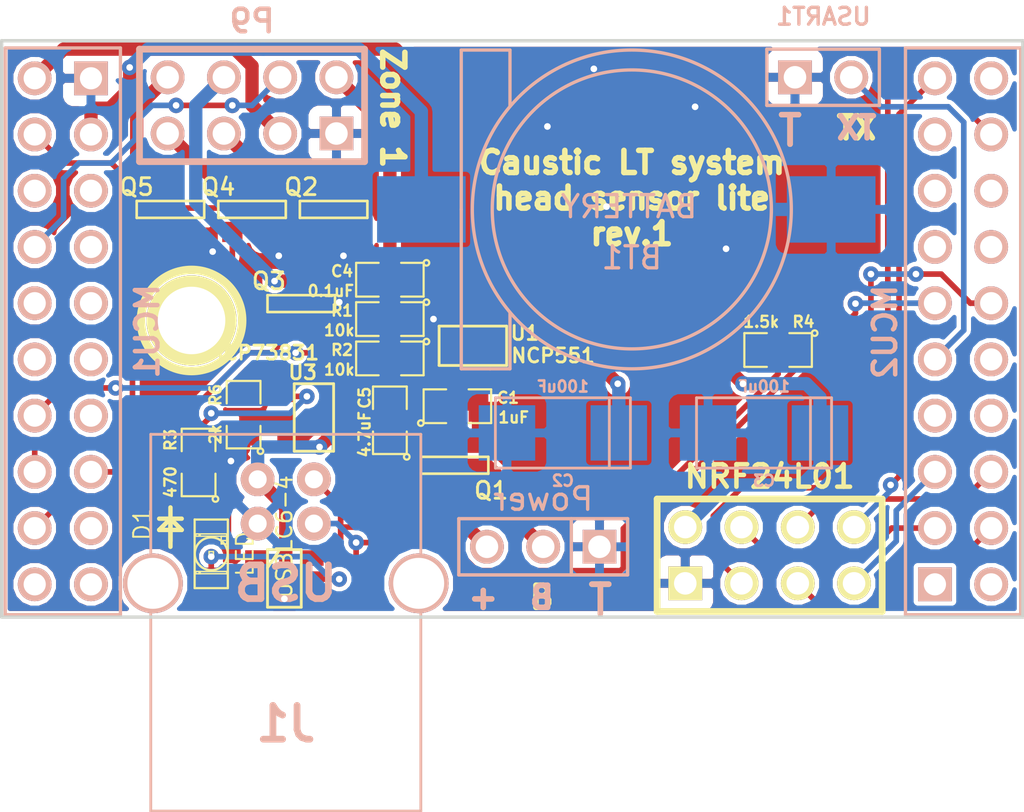
<source format=kicad_pcb>
(kicad_pcb (version 3) (host pcbnew "(2013-may-18)-stable")

  (general
    (links 66)
    (no_connects 0)
    (area 60.905 44.2746 108.965001 80.985501)
    (thickness 1.6)
    (drawings 16)
    (tracks 333)
    (zones 0)
    (modules 28)
    (nets 30)
  )

  (page A3)
  (layers
    (15 F.Cu signal)
    (0 B.Cu signal)
    (16 B.Adhes user)
    (17 F.Adhes user)
    (18 B.Paste user)
    (19 F.Paste user)
    (20 B.SilkS user)
    (21 F.SilkS user)
    (22 B.Mask user)
    (23 F.Mask user)
    (24 Dwgs.User user)
    (25 Cmts.User user)
    (26 Eco1.User user)
    (27 Eco2.User user)
    (28 Edge.Cuts user)
  )

  (setup
    (last_trace_width 0.254)
    (trace_clearance 0.15)
    (zone_clearance 0.2)
    (zone_45_only no)
    (trace_min 0.254)
    (segment_width 0.2)
    (edge_width 0.15)
    (via_size 0.7)
    (via_drill 0.3)
    (via_min_size 0.7)
    (via_min_drill 0.3)
    (uvia_size 0.508)
    (uvia_drill 0.127)
    (uvias_allowed no)
    (uvia_min_size 0.508)
    (uvia_min_drill 0.127)
    (pcb_text_width 0.3)
    (pcb_text_size 1 1)
    (mod_edge_width 0.15)
    (mod_text_size 1 1)
    (mod_text_width 0.15)
    (pad_size 2.70002 2.70002)
    (pad_drill 2.30124)
    (pad_to_mask_clearance 0)
    (aux_axis_origin 0 0)
    (visible_elements FFFFFFFF)
    (pcbplotparams
      (layerselection 284196865)
      (usegerberextensions true)
      (excludeedgelayer true)
      (linewidth 0.150000)
      (plotframeref false)
      (viasonmask false)
      (mode 1)
      (useauxorigin false)
      (hpglpennumber 1)
      (hpglpenspeed 20)
      (hpglpendiameter 15)
      (hpglpenoverlay 2)
      (psnegative false)
      (psa4output false)
      (plotreference true)
      (plotvalue true)
      (plotothertext true)
      (plotinvisibletext false)
      (padsonsilk false)
      (subtractmaskfromsilk false)
      (outputformat 1)
      (mirror false)
      (drillshape 0)
      (scaleselection 1)
      (outputdirectory plot/))
  )

  (net 0 "")
  (net 1 +3.3V)
  (net 2 +BATT)
  (net 3 GND)
  (net 4 N-000001)
  (net 5 N-0000010)
  (net 6 N-0000011)
  (net 7 N-0000012)
  (net 8 N-0000013)
  (net 9 N-0000018)
  (net 10 N-0000019)
  (net 11 N-0000020)
  (net 12 N-0000021)
  (net 13 N-0000022)
  (net 14 N-0000023)
  (net 15 N-0000024)
  (net 16 N-0000026)
  (net 17 N-0000027)
  (net 18 N-0000028)
  (net 19 N-0000029)
  (net 20 N-000003)
  (net 21 N-0000030)
  (net 22 N-0000031)
  (net 23 N-000004)
  (net 24 N-000005)
  (net 25 N-000006)
  (net 26 N-000007)
  (net 27 N-000008)
  (net 28 N-000009)
  (net 29 VCC)

  (net_class Default "This is the default net class."
    (clearance 0.15)
    (trace_width 0.254)
    (via_dia 0.7)
    (via_drill 0.3)
    (uvia_dia 0.508)
    (uvia_drill 0.127)
    (add_net "")
    (add_net +3.3V)
    (add_net +BATT)
    (add_net GND)
    (add_net N-000001)
    (add_net N-0000010)
    (add_net N-0000011)
    (add_net N-0000012)
    (add_net N-0000013)
    (add_net N-0000018)
    (add_net N-0000019)
    (add_net N-0000020)
    (add_net N-0000021)
    (add_net N-0000022)
    (add_net N-0000023)
    (add_net N-0000024)
    (add_net N-0000026)
    (add_net N-0000027)
    (add_net N-0000028)
    (add_net N-0000029)
    (add_net N-000003)
    (add_net N-0000030)
    (add_net N-0000031)
    (add_net N-000004)
    (add_net N-000005)
    (add_net N-000006)
    (add_net N-000007)
    (add_net N-000008)
    (add_net N-000009)
    (add_net VCC)
  )

  (module pin_array_10x2 (layer B.Cu) (tedit 56A1E9A9) (tstamp 5644EA96)
    (at 106.14 59.1 90)
    (tags CONN)
    (path /556DA543)
    (fp_text reference P6 (at -4.4 -3.54 90) (layer B.SilkS) hide
      (effects (font (size 1.016 1.016) (thickness 0.254)) (justify mirror))
    )
    (fp_text value MCU2 (at -0.0312 -3.524 90) (layer B.SilkS)
      (effects (font (size 1.016 1.016) (thickness 0.2032)) (justify mirror))
    )
    (fp_line (start -12.8 2.6) (end 12.8 2.6) (layer B.SilkS) (width 0.15))
    (fp_line (start 12.8 2.6) (end 12.8 -2.6) (layer B.SilkS) (width 0.15))
    (fp_line (start 12.8 -2.6) (end -12.8 -2.6) (layer B.SilkS) (width 0.15))
    (fp_line (start -12.8 -2.6) (end -12.8 2.6) (layer B.SilkS) (width 0.15))
    (pad 1 thru_hole rect (at -11.43 -1.27 90) (size 1.524 1.524) (drill 1)
      (layers *.Cu *.Mask B.SilkS)
    )
    (pad 2 thru_hole circle (at -11.43 1.27 90) (size 1.524 1.524) (drill 1)
      (layers *.Cu *.Mask B.SilkS)
    )
    (pad 3 thru_hole circle (at -8.89 -1.27 90) (size 1.524 1.524) (drill 1)
      (layers *.Cu *.Mask B.SilkS)
      (net 6 N-0000011)
    )
    (pad 4 thru_hole circle (at -8.89 1.27 90) (size 1.524 1.524) (drill 1)
      (layers *.Cu *.Mask B.SilkS)
      (net 7 N-0000012)
    )
    (pad 5 thru_hole circle (at -6.35 -1.27 90) (size 1.524 1.524) (drill 1)
      (layers *.Cu *.Mask B.SilkS)
      (net 5 N-0000010)
    )
    (pad 6 thru_hole circle (at -6.35 1.27 90) (size 1.524 1.524) (drill 1)
      (layers *.Cu *.Mask B.SilkS)
      (net 8 N-0000013)
    )
    (pad 7 thru_hole circle (at -3.81 -1.27 90) (size 1.524 1.524) (drill 1)
      (layers *.Cu *.Mask B.SilkS)
    )
    (pad 8 thru_hole circle (at -3.81 1.27 90) (size 1.524 1.524) (drill 1)
      (layers *.Cu *.Mask B.SilkS)
    )
    (pad 9 thru_hole circle (at -1.27 -1.27 90) (size 1.524 1.524) (drill 1)
      (layers *.Cu *.Mask B.SilkS)
      (net 15 N-0000024)
    )
    (pad 10 thru_hole circle (at -1.27 1.27 90) (size 1.524 1.524) (drill 1)
      (layers *.Cu *.Mask B.SilkS)
    )
    (pad 11 thru_hole circle (at 1.27 -1.27 90) (size 1.524 1.524) (drill 1)
      (layers *.Cu *.Mask B.SilkS)
      (net 11 N-0000020)
    )
    (pad 12 thru_hole circle (at 1.27 1.27 90) (size 1.524 1.524) (drill 1)
      (layers *.Cu *.Mask B.SilkS)
      (net 12 N-0000021)
    )
    (pad 13 thru_hole circle (at 3.81 -1.27 90) (size 1.524 1.524) (drill 1)
      (layers *.Cu *.Mask B.SilkS)
    )
    (pad 14 thru_hole circle (at 3.81 1.27 90) (size 1.524 1.524) (drill 1)
      (layers *.Cu *.Mask B.SilkS)
    )
    (pad 15 thru_hole circle (at 6.35 -1.27 90) (size 1.524 1.524) (drill 1)
      (layers *.Cu *.Mask B.SilkS)
    )
    (pad 16 thru_hole circle (at 6.35 1.27 90) (size 1.524 1.524) (drill 1)
      (layers *.Cu *.Mask B.SilkS)
    )
    (pad 17 thru_hole circle (at 8.89 -1.27 90) (size 1.524 1.524) (drill 1)
      (layers *.Cu *.Mask B.SilkS)
    )
    (pad 18 thru_hole circle (at 8.89 1.27 90) (size 1.524 1.524) (drill 1)
      (layers *.Cu *.Mask B.SilkS)
      (net 10 N-0000019)
    )
    (pad 19 thru_hole circle (at 11.43 -1.27 90) (size 1.524 1.524) (drill 1)
      (layers *.Cu *.Mask B.SilkS)
      (net 9 N-0000018)
    )
    (pad 20 thru_hole circle (at 11.43 1.27 90) (size 1.524 1.524) (drill 1)
      (layers *.Cu *.Mask B.SilkS)
    )
  )

  (module pin_array_10x2 (layer B.Cu) (tedit 56A1D69B) (tstamp 5644EAB2)
    (at 65.5 59.1 270)
    (tags CONN)
    (path /556DA534)
    (fp_text reference P3 (at 0 3.81 270) (layer B.SilkS) hide
      (effects (font (size 1.016 1.016) (thickness 0.254)) (justify mirror))
    )
    (fp_text value MCU1 (at 0 -3.81 270) (layer B.SilkS)
      (effects (font (size 1.016 1.016) (thickness 0.2032)) (justify mirror))
    )
    (fp_line (start -12.8 2.6) (end 12.8 2.6) (layer B.SilkS) (width 0.15))
    (fp_line (start 12.8 2.6) (end 12.8 -2.6) (layer B.SilkS) (width 0.15))
    (fp_line (start 12.8 -2.6) (end -12.8 -2.6) (layer B.SilkS) (width 0.15))
    (fp_line (start -12.8 -2.6) (end -12.8 2.6) (layer B.SilkS) (width 0.15))
    (pad 1 thru_hole rect (at -11.43 -1.27 270) (size 1.524 1.524) (drill 1)
      (layers *.Cu *.Mask B.SilkS)
      (net 3 GND)
    )
    (pad 2 thru_hole circle (at -11.43 1.27 270) (size 1.524 1.524) (drill 1)
      (layers *.Cu *.Mask B.SilkS)
      (net 1 +3.3V)
    )
    (pad 3 thru_hole circle (at -8.89 -1.27 270) (size 1.524 1.524) (drill 1)
      (layers *.Cu *.Mask B.SilkS)
      (net 2 +BATT)
    )
    (pad 4 thru_hole circle (at -8.89 1.27 270) (size 1.524 1.524) (drill 1)
      (layers *.Cu *.Mask B.SilkS)
      (net 16 N-0000026)
    )
    (pad 5 thru_hole circle (at -6.35 -1.27 270) (size 1.524 1.524) (drill 1)
      (layers *.Cu *.Mask B.SilkS)
    )
    (pad 6 thru_hole circle (at -6.35 1.27 270) (size 1.524 1.524) (drill 1)
      (layers *.Cu *.Mask B.SilkS)
    )
    (pad 7 thru_hole circle (at -3.81 -1.27 270) (size 1.524 1.524) (drill 1)
      (layers *.Cu *.Mask B.SilkS)
    )
    (pad 8 thru_hole circle (at -3.81 1.27 270) (size 1.524 1.524) (drill 1)
      (layers *.Cu *.Mask B.SilkS)
      (net 23 N-000004)
    )
    (pad 9 thru_hole circle (at -1.27 -1.27 270) (size 1.524 1.524) (drill 1)
      (layers *.Cu *.Mask B.SilkS)
    )
    (pad 10 thru_hole circle (at -1.27 1.27 270) (size 1.524 1.524) (drill 1)
      (layers *.Cu *.Mask B.SilkS)
    )
    (pad 11 thru_hole circle (at 1.27 -1.27 270) (size 1.524 1.524) (drill 1)
      (layers *.Cu *.Mask B.SilkS)
    )
    (pad 12 thru_hole circle (at 1.27 1.27 270) (size 1.524 1.524) (drill 1)
      (layers *.Cu *.Mask B.SilkS)
    )
    (pad 13 thru_hole circle (at 3.81 -1.27 270) (size 1.524 1.524) (drill 1)
      (layers *.Cu *.Mask B.SilkS)
    )
    (pad 14 thru_hole circle (at 3.81 1.27 270) (size 1.524 1.524) (drill 1)
      (layers *.Cu *.Mask B.SilkS)
      (net 28 N-000009)
    )
    (pad 15 thru_hole circle (at 6.35 -1.27 270) (size 1.524 1.524) (drill 1)
      (layers *.Cu *.Mask B.SilkS)
      (net 27 N-000008)
    )
    (pad 16 thru_hole circle (at 6.35 1.27 270) (size 1.524 1.524) (drill 1)
      (layers *.Cu *.Mask B.SilkS)
      (net 22 N-0000031)
    )
    (pad 17 thru_hole circle (at 8.89 -1.27 270) (size 1.524 1.524) (drill 1)
      (layers *.Cu *.Mask B.SilkS)
    )
    (pad 18 thru_hole circle (at 8.89 1.27 270) (size 1.524 1.524) (drill 1)
      (layers *.Cu *.Mask B.SilkS)
      (net 26 N-000007)
    )
    (pad 19 thru_hole circle (at 11.43 -1.27 270) (size 1.524 1.524) (drill 1)
      (layers *.Cu *.Mask B.SilkS)
    )
    (pad 20 thru_hole circle (at 11.43 1.27 270) (size 1.524 1.524) (drill 1)
      (layers *.Cu *.Mask B.SilkS)
    )
  )

  (module SOT23GDS (layer F.Cu) (tedit 56A1D5F0) (tstamp 56A099B4)
    (at 70.358 53.594 180)
    (descr "Module CMS SOT23 Transistore EBC")
    (tags "CMS SOT")
    (path /556DB03C)
    (attr smd)
    (fp_text reference Q5 (at 1.524 1.016 180) (layer F.SilkS)
      (effects (font (size 0.762 0.762) (thickness 0.12954)))
    )
    (fp_text value MOS_N (at 0 0 180) (layer F.SilkS) hide
      (effects (font (size 0.762 0.762) (thickness 0.12954)))
    )
    (fp_line (start -1.524 -0.381) (end 1.524 -0.381) (layer F.SilkS) (width 0.11938))
    (fp_line (start 1.524 -0.381) (end 1.524 0.381) (layer F.SilkS) (width 0.11938))
    (fp_line (start 1.524 0.381) (end -1.524 0.381) (layer F.SilkS) (width 0.11938))
    (fp_line (start -1.524 0.381) (end -1.524 -0.381) (layer F.SilkS) (width 0.11938))
    (pad S smd rect (at -0.889 -1.016 180) (size 0.9144 0.9144)
      (layers F.Cu F.Paste F.Mask)
      (net 3 GND)
    )
    (pad G smd rect (at 0.889 -1.016 180) (size 0.9144 0.9144)
      (layers F.Cu F.Paste F.Mask)
      (net 16 N-0000026)
    )
    (pad D smd rect (at 0 1.016 180) (size 0.9144 0.9144)
      (layers F.Cu F.Paste F.Mask)
      (net 17 N-0000027)
    )
    (model smd/cms_sot23.wrl
      (at (xyz 0 0 0))
      (scale (xyz 0.13 0.15 0.15))
      (rotate (xyz 0 0 0))
    )
  )

  (module SOT23GDS (layer F.Cu) (tedit 56A1D5EB) (tstamp 56A099CA)
    (at 76.2635 57.8485 180)
    (descr "Module CMS SOT23 Transistore EBC")
    (tags "CMS SOT")
    (path /556DB479)
    (attr smd)
    (fp_text reference Q3 (at 1.4605 1.016 180) (layer F.SilkS)
      (effects (font (size 0.762 0.762) (thickness 0.12954)))
    )
    (fp_text value MOS_N (at 0 0 180) (layer F.SilkS) hide
      (effects (font (size 0.762 0.762) (thickness 0.12954)))
    )
    (fp_line (start -1.524 -0.381) (end 1.524 -0.381) (layer F.SilkS) (width 0.11938))
    (fp_line (start 1.524 -0.381) (end 1.524 0.381) (layer F.SilkS) (width 0.11938))
    (fp_line (start 1.524 0.381) (end -1.524 0.381) (layer F.SilkS) (width 0.11938))
    (fp_line (start -1.524 0.381) (end -1.524 -0.381) (layer F.SilkS) (width 0.11938))
    (pad S smd rect (at -0.889 -1.016 180) (size 0.9144 0.9144)
      (layers F.Cu F.Paste F.Mask)
      (net 3 GND)
    )
    (pad G smd rect (at 0.889 -1.016 180) (size 0.9144 0.9144)
      (layers F.Cu F.Paste F.Mask)
      (net 27 N-000008)
    )
    (pad D smd rect (at 0 1.016 180) (size 0.9144 0.9144)
      (layers F.Cu F.Paste F.Mask)
      (net 25 N-000006)
    )
    (model smd/cms_sot23.wrl
      (at (xyz 0 0 0))
      (scale (xyz 0.13 0.15 0.15))
      (rotate (xyz 0 0 0))
    )
  )

  (module SOT23GDS (layer F.Cu) (tedit 56A1D5E4) (tstamp 56A099D5)
    (at 74.041 53.594 180)
    (descr "Module CMS SOT23 Transistore EBC")
    (tags "CMS SOT")
    (path /556DB488)
    (attr smd)
    (fp_text reference Q4 (at 1.524 1.016 180) (layer F.SilkS)
      (effects (font (size 0.762 0.762) (thickness 0.12954)))
    )
    (fp_text value MOS_N (at 0 0 180) (layer F.SilkS) hide
      (effects (font (size 0.762 0.762) (thickness 0.12954)))
    )
    (fp_line (start -1.524 -0.381) (end 1.524 -0.381) (layer F.SilkS) (width 0.11938))
    (fp_line (start 1.524 -0.381) (end 1.524 0.381) (layer F.SilkS) (width 0.11938))
    (fp_line (start 1.524 0.381) (end -1.524 0.381) (layer F.SilkS) (width 0.11938))
    (fp_line (start -1.524 0.381) (end -1.524 -0.381) (layer F.SilkS) (width 0.11938))
    (pad S smd rect (at -0.889 -1.016 180) (size 0.9144 0.9144)
      (layers F.Cu F.Paste F.Mask)
      (net 3 GND)
    )
    (pad G smd rect (at 0.889 -1.016 180) (size 0.9144 0.9144)
      (layers F.Cu F.Paste F.Mask)
      (net 26 N-000007)
    )
    (pad D smd rect (at 0 1.016 180) (size 0.9144 0.9144)
      (layers F.Cu F.Paste F.Mask)
      (net 20 N-000003)
    )
    (model smd/cms_sot23.wrl
      (at (xyz 0 0 0))
      (scale (xyz 0.13 0.15 0.15))
      (rotate (xyz 0 0 0))
    )
  )

  (module SOT23GDS (layer F.Cu) (tedit 56A1D545) (tstamp 56A099E0)
    (at 83.185 65.151)
    (descr "Module CMS SOT23 Transistore EBC")
    (tags "CMS SOT")
    (path /556DBCCA)
    (attr smd)
    (fp_text reference Q1 (at 1.651 1.143) (layer F.SilkS)
      (effects (font (size 0.762 0.762) (thickness 0.12954)))
    )
    (fp_text value MOSFET_P (at 0 0) (layer F.SilkS) hide
      (effects (font (size 0.762 0.762) (thickness 0.12954)))
    )
    (fp_line (start -1.524 -0.381) (end 1.524 -0.381) (layer F.SilkS) (width 0.11938))
    (fp_line (start 1.524 -0.381) (end 1.524 0.381) (layer F.SilkS) (width 0.11938))
    (fp_line (start 1.524 0.381) (end -1.524 0.381) (layer F.SilkS) (width 0.11938))
    (fp_line (start -1.524 0.381) (end -1.524 -0.381) (layer F.SilkS) (width 0.11938))
    (pad S smd rect (at -0.889 -1.016) (size 0.9144 0.9144)
      (layers F.Cu F.Paste F.Mask)
      (net 29 VCC)
    )
    (pad G smd rect (at 0.889 -1.016) (size 0.9144 0.9144)
      (layers F.Cu F.Paste F.Mask)
      (net 3 GND)
    )
    (pad D smd rect (at 0 1.016) (size 0.9144 0.9144)
      (layers F.Cu F.Paste F.Mask)
      (net 4 N-000001)
    )
    (model smd/cms_sot23.wrl
      (at (xyz 0 0 0))
      (scale (xyz 0.13 0.15 0.15))
      (rotate (xyz 0 0 0))
    )
  )

  (module SOT23GDS (layer F.Cu) (tedit 56A1D5E7) (tstamp 56A099EB)
    (at 77.724 53.594 180)
    (descr "Module CMS SOT23 Transistore EBC")
    (tags "CMS SOT")
    (path /556DB460)
    (attr smd)
    (fp_text reference Q2 (at 1.4605 1.016 180) (layer F.SilkS)
      (effects (font (size 0.762 0.762) (thickness 0.12954)))
    )
    (fp_text value MOS_N (at 0 0 180) (layer F.SilkS) hide
      (effects (font (size 0.762 0.762) (thickness 0.12954)))
    )
    (fp_line (start -1.524 -0.381) (end 1.524 -0.381) (layer F.SilkS) (width 0.11938))
    (fp_line (start 1.524 -0.381) (end 1.524 0.381) (layer F.SilkS) (width 0.11938))
    (fp_line (start 1.524 0.381) (end -1.524 0.381) (layer F.SilkS) (width 0.11938))
    (fp_line (start -1.524 0.381) (end -1.524 -0.381) (layer F.SilkS) (width 0.11938))
    (pad S smd rect (at -0.889 -1.016 180) (size 0.9144 0.9144)
      (layers F.Cu F.Paste F.Mask)
      (net 3 GND)
    )
    (pad G smd rect (at 0.889 -1.016 180) (size 0.9144 0.9144)
      (layers F.Cu F.Paste F.Mask)
      (net 28 N-000009)
    )
    (pad D smd rect (at 0 1.016 180) (size 0.9144 0.9144)
      (layers F.Cu F.Paste F.Mask)
      (net 24 N-000005)
    )
    (model smd/cms_sot23.wrl
      (at (xyz 0 0 0))
      (scale (xyz 0.13 0.15 0.15))
      (rotate (xyz 0 0 0))
    )
  )

  (module SOT23_6 (layer F.Cu) (tedit 56A1D512) (tstamp 574B4E89)
    (at 75.5015 70.2945 270)
    (path /56A09786)
    (fp_text reference U2 (at -2.413 1.27 270) (layer F.SilkS)
      (effects (font (size 0.762 0.762) (thickness 0.0762)))
    )
    (fp_text value USBLC6-4 (at -1.905 0 270) (layer F.SilkS)
      (effects (font (size 0.7 0.7) (thickness 0.1)))
    )
    (fp_line (start -0.508 0.762) (end -1.27 0.254) (layer F.SilkS) (width 0.127))
    (fp_line (start 1.27 0.762) (end -1.3335 0.762) (layer F.SilkS) (width 0.127))
    (fp_line (start -1.3335 0.762) (end -1.3335 -0.762) (layer F.SilkS) (width 0.127))
    (fp_line (start -1.3335 -0.762) (end 1.27 -0.762) (layer F.SilkS) (width 0.127))
    (fp_line (start 1.27 -0.762) (end 1.27 0.762) (layer F.SilkS) (width 0.127))
    (pad 6 smd rect (at -0.9525 -1.27 270) (size 0.70104 1.00076)
      (layers F.Cu F.Paste F.Mask)
      (net 11 N-0000020)
    )
    (pad 5 smd rect (at 0 -1.27 270) (size 0.70104 1.00076)
      (layers F.Cu F.Paste F.Mask)
      (net 21 N-0000030)
    )
    (pad 4 smd rect (at 0.9525 -1.27 270) (size 0.70104 1.00076)
      (layers F.Cu F.Paste F.Mask)
      (net 12 N-0000021)
    )
    (pad 3 smd rect (at 0.9525 1.27 270) (size 0.70104 1.00076)
      (layers F.Cu F.Paste F.Mask)
    )
    (pad 2 smd rect (at 0 1.27 270) (size 0.70104 1.00076)
      (layers F.Cu F.Paste F.Mask)
      (net 3 GND)
    )
    (pad 1 smd rect (at -0.9525 1.27 270) (size 0.70104 1.00076)
      (layers F.Cu F.Paste F.Mask)
    )
    (model smd/SOT23_6.wrl
      (at (xyz 0 0 0))
      (scale (xyz 0.11 0.11 0.11))
      (rotate (xyz 0 0 0))
    )
  )

  (module SOT23-5 (layer F.Cu) (tedit 56A1D598) (tstamp 56A09A07)
    (at 84.0105 59.7535)
    (path /5644F15B)
    (attr smd)
    (fp_text reference U1 (at 2.3495 -0.5715) (layer F.SilkS)
      (effects (font (size 0.635 0.635) (thickness 0.127)))
    )
    (fp_text value NCP551 (at 3.6195 0.4445) (layer F.SilkS)
      (effects (font (size 0.635 0.635) (thickness 0.127)))
    )
    (fp_line (start 1.524 -0.889) (end 1.524 0.889) (layer F.SilkS) (width 0.127))
    (fp_line (start 1.524 0.889) (end -1.524 0.889) (layer F.SilkS) (width 0.127))
    (fp_line (start -1.524 0.889) (end -1.524 -0.889) (layer F.SilkS) (width 0.127))
    (fp_line (start -1.524 -0.889) (end 1.524 -0.889) (layer F.SilkS) (width 0.127))
    (pad 1 smd rect (at -0.9525 1.27) (size 0.508 0.762)
      (layers F.Cu F.Paste F.Mask)
      (net 29 VCC)
    )
    (pad 3 smd rect (at 0.9525 1.27) (size 0.508 0.762)
      (layers F.Cu F.Paste F.Mask)
      (net 29 VCC)
    )
    (pad 5 smd rect (at -0.9525 -1.27) (size 0.508 0.762)
      (layers F.Cu F.Paste F.Mask)
      (net 1 +3.3V)
    )
    (pad 2 smd rect (at 0 1.27) (size 0.508 0.762)
      (layers F.Cu F.Paste F.Mask)
      (net 3 GND)
    )
    (pad 4 smd rect (at 0.9525 -1.27) (size 0.508 0.762)
      (layers F.Cu F.Paste F.Mask)
    )
    (model smd/SOT23_5.wrl
      (at (xyz 0 0 0))
      (scale (xyz 0.1 0.1 0.1))
      (rotate (xyz 0 0 0))
    )
  )

  (module SOT23-5 (layer F.Cu) (tedit 56A1D57B) (tstamp 56A09A14)
    (at 76.835 62.992 270)
    (path /56A09A4A)
    (attr smd)
    (fp_text reference U3 (at -2.032 0.508 360) (layer F.SilkS)
      (effects (font (size 0.635 0.635) (thickness 0.127)))
    )
    (fp_text value MCP73831 (at -2.921 2.286 360) (layer F.SilkS)
      (effects (font (size 0.635 0.635) (thickness 0.127)))
    )
    (fp_line (start 1.524 -0.889) (end 1.524 0.889) (layer F.SilkS) (width 0.127))
    (fp_line (start 1.524 0.889) (end -1.524 0.889) (layer F.SilkS) (width 0.127))
    (fp_line (start -1.524 0.889) (end -1.524 -0.889) (layer F.SilkS) (width 0.127))
    (fp_line (start -1.524 -0.889) (end 1.524 -0.889) (layer F.SilkS) (width 0.127))
    (pad 1 smd rect (at -0.9525 1.27 270) (size 0.508 0.762)
      (layers F.Cu F.Paste F.Mask)
      (net 18 N-0000028)
    )
    (pad 3 smd rect (at 0.9525 1.27 270) (size 0.508 0.762)
      (layers F.Cu F.Paste F.Mask)
      (net 13 N-0000022)
    )
    (pad 5 smd rect (at -0.9525 -1.27 270) (size 0.508 0.762)
      (layers F.Cu F.Paste F.Mask)
      (net 14 N-0000023)
    )
    (pad 2 smd rect (at 0 1.27 270) (size 0.508 0.762)
      (layers F.Cu F.Paste F.Mask)
      (net 3 GND)
    )
    (pad 4 smd rect (at 0.9525 -1.27 270) (size 0.508 0.762)
      (layers F.Cu F.Paste F.Mask)
      (net 21 N-0000030)
    )
    (model smd/SOT23_5.wrl
      (at (xyz 0 0 0))
      (scale (xyz 0.1 0.1 0.1))
      (rotate (xyz 0 0 0))
    )
  )

  (module SM0805 (layer F.Cu) (tedit 56A1D57F) (tstamp 56A09A21)
    (at 80.264 60.325 180)
    (path /5644F52A)
    (attr smd)
    (fp_text reference R2 (at 2.159 0.381 180) (layer F.SilkS)
      (effects (font (size 0.50038 0.50038) (thickness 0.10922)))
    )
    (fp_text value 10k (at 2.286 -0.508 180) (layer F.SilkS)
      (effects (font (size 0.50038 0.50038) (thickness 0.10922)))
    )
    (fp_circle (center -1.651 0.762) (end -1.651 0.635) (layer F.SilkS) (width 0.09906))
    (fp_line (start -0.508 0.762) (end -1.524 0.762) (layer F.SilkS) (width 0.09906))
    (fp_line (start -1.524 0.762) (end -1.524 -0.762) (layer F.SilkS) (width 0.09906))
    (fp_line (start -1.524 -0.762) (end -0.508 -0.762) (layer F.SilkS) (width 0.09906))
    (fp_line (start 0.508 -0.762) (end 1.524 -0.762) (layer F.SilkS) (width 0.09906))
    (fp_line (start 1.524 -0.762) (end 1.524 0.762) (layer F.SilkS) (width 0.09906))
    (fp_line (start 1.524 0.762) (end 0.508 0.762) (layer F.SilkS) (width 0.09906))
    (pad 1 smd rect (at -0.9525 0 180) (size 0.889 1.397)
      (layers F.Cu F.Paste F.Mask)
      (net 29 VCC)
    )
    (pad 2 smd rect (at 0.9525 0 180) (size 0.889 1.397)
      (layers F.Cu F.Paste F.Mask)
      (net 22 N-0000031)
    )
    (model smd/chip_cms.wrl
      (at (xyz 0 0 0))
      (scale (xyz 0.1 0.1 0.1))
      (rotate (xyz 0 0 0))
    )
  )

  (module SM0805 (layer F.Cu) (tedit 56A1D5C8) (tstamp 56A09A3B)
    (at 97.79 59.944 180)
    (path /56A0A510)
    (attr smd)
    (fp_text reference R4 (at -1.143 1.27 180) (layer F.SilkS)
      (effects (font (size 0.50038 0.50038) (thickness 0.10922)))
    )
    (fp_text value 1.5k (at 0.762 1.27 180) (layer F.SilkS)
      (effects (font (size 0.50038 0.50038) (thickness 0.10922)))
    )
    (fp_circle (center -1.651 0.762) (end -1.651 0.635) (layer F.SilkS) (width 0.09906))
    (fp_line (start -0.508 0.762) (end -1.524 0.762) (layer F.SilkS) (width 0.09906))
    (fp_line (start -1.524 0.762) (end -1.524 -0.762) (layer F.SilkS) (width 0.09906))
    (fp_line (start -1.524 -0.762) (end -0.508 -0.762) (layer F.SilkS) (width 0.09906))
    (fp_line (start 0.508 -0.762) (end 1.524 -0.762) (layer F.SilkS) (width 0.09906))
    (fp_line (start 1.524 -0.762) (end 1.524 0.762) (layer F.SilkS) (width 0.09906))
    (fp_line (start 1.524 0.762) (end 0.508 0.762) (layer F.SilkS) (width 0.09906))
    (pad 1 smd rect (at -0.9525 0 180) (size 0.889 1.397)
      (layers F.Cu F.Paste F.Mask)
      (net 12 N-0000021)
    )
    (pad 2 smd rect (at 0.9525 0 180) (size 0.889 1.397)
      (layers F.Cu F.Paste F.Mask)
      (net 1 +3.3V)
    )
    (model smd/chip_cms.wrl
      (at (xyz 0 0 0))
      (scale (xyz 0.1 0.1 0.1))
      (rotate (xyz 0 0 0))
    )
  )

  (module SM0805 (layer F.Cu) (tedit 56A1D558) (tstamp 56A09A48)
    (at 80.264 63.119 90)
    (path /56A0A094)
    (attr smd)
    (fp_text reference C5 (at 1.016 -1.143 90) (layer F.SilkS)
      (effects (font (size 0.50038 0.50038) (thickness 0.10922)))
    )
    (fp_text value 4.7uF (at -0.635 -1.143 90) (layer F.SilkS)
      (effects (font (size 0.50038 0.50038) (thickness 0.10922)))
    )
    (fp_circle (center -1.651 0.762) (end -1.651 0.635) (layer F.SilkS) (width 0.09906))
    (fp_line (start -0.508 0.762) (end -1.524 0.762) (layer F.SilkS) (width 0.09906))
    (fp_line (start -1.524 0.762) (end -1.524 -0.762) (layer F.SilkS) (width 0.09906))
    (fp_line (start -1.524 -0.762) (end -0.508 -0.762) (layer F.SilkS) (width 0.09906))
    (fp_line (start 0.508 -0.762) (end 1.524 -0.762) (layer F.SilkS) (width 0.09906))
    (fp_line (start 1.524 -0.762) (end 1.524 0.762) (layer F.SilkS) (width 0.09906))
    (fp_line (start 1.524 0.762) (end 0.508 0.762) (layer F.SilkS) (width 0.09906))
    (pad 1 smd rect (at -0.9525 0 90) (size 0.889 1.397)
      (layers F.Cu F.Paste F.Mask)
      (net 13 N-0000022)
    )
    (pad 2 smd rect (at 0.9525 0 90) (size 0.889 1.397)
      (layers F.Cu F.Paste F.Mask)
      (net 14 N-0000023)
    )
    (model smd/chip_cms.wrl
      (at (xyz 0 0 0))
      (scale (xyz 0.1 0.1 0.1))
      (rotate (xyz 0 0 0))
    )
  )

  (module SM0805 (layer F.Cu) (tedit 56A1D51D) (tstamp 56A09A55)
    (at 73.66 62.865 90)
    (path /56A0A067)
    (attr smd)
    (fp_text reference R6 (at 0.889 -1.27 90) (layer F.SilkS)
      (effects (font (size 0.50038 0.50038) (thickness 0.10922)))
    )
    (fp_text value 2k (at -0.889 -1.27 90) (layer F.SilkS)
      (effects (font (size 0.50038 0.50038) (thickness 0.10922)))
    )
    (fp_circle (center -1.651 0.762) (end -1.651 0.635) (layer F.SilkS) (width 0.09906))
    (fp_line (start -0.508 0.762) (end -1.524 0.762) (layer F.SilkS) (width 0.09906))
    (fp_line (start -1.524 0.762) (end -1.524 -0.762) (layer F.SilkS) (width 0.09906))
    (fp_line (start -1.524 -0.762) (end -0.508 -0.762) (layer F.SilkS) (width 0.09906))
    (fp_line (start 0.508 -0.762) (end 1.524 -0.762) (layer F.SilkS) (width 0.09906))
    (fp_line (start 1.524 -0.762) (end 1.524 0.762) (layer F.SilkS) (width 0.09906))
    (fp_line (start 1.524 0.762) (end 0.508 0.762) (layer F.SilkS) (width 0.09906))
    (pad 1 smd rect (at -0.9525 0 90) (size 0.889 1.397)
      (layers F.Cu F.Paste F.Mask)
      (net 3 GND)
    )
    (pad 2 smd rect (at 0.9525 0 90) (size 0.889 1.397)
      (layers F.Cu F.Paste F.Mask)
      (net 14 N-0000023)
    )
    (model smd/chip_cms.wrl
      (at (xyz 0 0 0))
      (scale (xyz 0.1 0.1 0.1))
      (rotate (xyz 0 0 0))
    )
  )

  (module SM0805 (layer F.Cu) (tedit 56A1D53B) (tstamp 56A09A62)
    (at 71.628 65.024 90)
    (path /56A09A72)
    (attr smd)
    (fp_text reference R3 (at 1.016 -1.27 90) (layer F.SilkS)
      (effects (font (size 0.50038 0.50038) (thickness 0.10922)))
    )
    (fp_text value 470 (at -0.889 -1.27 90) (layer F.SilkS)
      (effects (font (size 0.50038 0.50038) (thickness 0.10922)))
    )
    (fp_circle (center -1.651 0.762) (end -1.651 0.635) (layer F.SilkS) (width 0.09906))
    (fp_line (start -0.508 0.762) (end -1.524 0.762) (layer F.SilkS) (width 0.09906))
    (fp_line (start -1.524 0.762) (end -1.524 -0.762) (layer F.SilkS) (width 0.09906))
    (fp_line (start -1.524 -0.762) (end -0.508 -0.762) (layer F.SilkS) (width 0.09906))
    (fp_line (start 0.508 -0.762) (end 1.524 -0.762) (layer F.SilkS) (width 0.09906))
    (fp_line (start 1.524 -0.762) (end 1.524 0.762) (layer F.SilkS) (width 0.09906))
    (fp_line (start 1.524 0.762) (end 0.508 0.762) (layer F.SilkS) (width 0.09906))
    (pad 1 smd rect (at -0.9525 0 90) (size 0.889 1.397)
      (layers F.Cu F.Paste F.Mask)
      (net 19 N-0000029)
    )
    (pad 2 smd rect (at 0.9525 0 90) (size 0.889 1.397)
      (layers F.Cu F.Paste F.Mask)
      (net 18 N-0000028)
    )
    (model smd/chip_cms.wrl
      (at (xyz 0 0 0))
      (scale (xyz 0.1 0.1 0.1))
      (rotate (xyz 0 0 0))
    )
  )

  (module SM0805 (layer F.Cu) (tedit 56A1D58F) (tstamp 56A09A7C)
    (at 80.264 56.769 180)
    (path /5644F81F)
    (attr smd)
    (fp_text reference C4 (at 2.159 0.381 180) (layer F.SilkS)
      (effects (font (size 0.50038 0.50038) (thickness 0.10922)))
    )
    (fp_text value 0.1uF (at 2.667 -0.508 180) (layer F.SilkS)
      (effects (font (size 0.50038 0.50038) (thickness 0.10922)))
    )
    (fp_circle (center -1.651 0.762) (end -1.651 0.635) (layer F.SilkS) (width 0.09906))
    (fp_line (start -0.508 0.762) (end -1.524 0.762) (layer F.SilkS) (width 0.09906))
    (fp_line (start -1.524 0.762) (end -1.524 -0.762) (layer F.SilkS) (width 0.09906))
    (fp_line (start -1.524 -0.762) (end -0.508 -0.762) (layer F.SilkS) (width 0.09906))
    (fp_line (start 0.508 -0.762) (end 1.524 -0.762) (layer F.SilkS) (width 0.09906))
    (fp_line (start 1.524 -0.762) (end 1.524 0.762) (layer F.SilkS) (width 0.09906))
    (fp_line (start 1.524 0.762) (end 0.508 0.762) (layer F.SilkS) (width 0.09906))
    (pad 1 smd rect (at -0.9525 0 180) (size 0.889 1.397)
      (layers F.Cu F.Paste F.Mask)
      (net 3 GND)
    )
    (pad 2 smd rect (at 0.9525 0 180) (size 0.889 1.397)
      (layers F.Cu F.Paste F.Mask)
      (net 22 N-0000031)
    )
    (model smd/chip_cms.wrl
      (at (xyz 0 0 0))
      (scale (xyz 0.1 0.1 0.1))
      (rotate (xyz 0 0 0))
    )
  )

  (module SM0805 (layer F.Cu) (tedit 56A1D588) (tstamp 56A09A89)
    (at 80.264 58.547 180)
    (path /5644F539)
    (attr smd)
    (fp_text reference R1 (at 2.159 0.381 180) (layer F.SilkS)
      (effects (font (size 0.50038 0.50038) (thickness 0.10922)))
    )
    (fp_text value 10k (at 2.286 -0.508 180) (layer F.SilkS)
      (effects (font (size 0.50038 0.50038) (thickness 0.10922)))
    )
    (fp_circle (center -1.651 0.762) (end -1.651 0.635) (layer F.SilkS) (width 0.09906))
    (fp_line (start -0.508 0.762) (end -1.524 0.762) (layer F.SilkS) (width 0.09906))
    (fp_line (start -1.524 0.762) (end -1.524 -0.762) (layer F.SilkS) (width 0.09906))
    (fp_line (start -1.524 -0.762) (end -0.508 -0.762) (layer F.SilkS) (width 0.09906))
    (fp_line (start 0.508 -0.762) (end 1.524 -0.762) (layer F.SilkS) (width 0.09906))
    (fp_line (start 1.524 -0.762) (end 1.524 0.762) (layer F.SilkS) (width 0.09906))
    (fp_line (start 1.524 0.762) (end 0.508 0.762) (layer F.SilkS) (width 0.09906))
    (pad 1 smd rect (at -0.9525 0 180) (size 0.889 1.397)
      (layers F.Cu F.Paste F.Mask)
      (net 3 GND)
    )
    (pad 2 smd rect (at 0.9525 0 180) (size 0.889 1.397)
      (layers F.Cu F.Paste F.Mask)
      (net 22 N-0000031)
    )
    (model smd/chip_cms.wrl
      (at (xyz 0 0 0))
      (scale (xyz 0.1 0.1 0.1))
      (rotate (xyz 0 0 0))
    )
  )

  (module SM0805 (layer F.Cu) (tedit 56A1D54B) (tstamp 56A09AA3)
    (at 83.312 62.484)
    (path /556DA789)
    (attr smd)
    (fp_text reference C1 (at 2.286 -0.381) (layer F.SilkS)
      (effects (font (size 0.50038 0.50038) (thickness 0.10922)))
    )
    (fp_text value 1uF (at 2.54 0.508) (layer F.SilkS)
      (effects (font (size 0.50038 0.50038) (thickness 0.10922)))
    )
    (fp_circle (center -1.651 0.762) (end -1.651 0.635) (layer F.SilkS) (width 0.09906))
    (fp_line (start -0.508 0.762) (end -1.524 0.762) (layer F.SilkS) (width 0.09906))
    (fp_line (start -1.524 0.762) (end -1.524 -0.762) (layer F.SilkS) (width 0.09906))
    (fp_line (start -1.524 -0.762) (end -0.508 -0.762) (layer F.SilkS) (width 0.09906))
    (fp_line (start 0.508 -0.762) (end 1.524 -0.762) (layer F.SilkS) (width 0.09906))
    (fp_line (start 1.524 -0.762) (end 1.524 0.762) (layer F.SilkS) (width 0.09906))
    (fp_line (start 1.524 0.762) (end 0.508 0.762) (layer F.SilkS) (width 0.09906))
    (pad 1 smd rect (at -0.9525 0) (size 0.889 1.397)
      (layers F.Cu F.Paste F.Mask)
      (net 29 VCC)
    )
    (pad 2 smd rect (at 0.9525 0) (size 0.889 1.397)
      (layers F.Cu F.Paste F.Mask)
      (net 3 GND)
    )
    (model smd/chip_cms.wrl
      (at (xyz 0 0 0))
      (scale (xyz 0.1 0.1 0.1))
      (rotate (xyz 0 0 0))
    )
  )

  (module pin_array_4x2 (layer F.Cu) (tedit 56A1D5BE) (tstamp 56A09AF6)
    (at 97.409 69.215)
    (descr "Double rangee de contacts 2 x 4 pins")
    (tags CONN)
    (path /556DA61D)
    (fp_text reference P8 (at 0 -3.81) (layer F.SilkS) hide
      (effects (font (size 1.016 1.016) (thickness 0.2032)))
    )
    (fp_text value NRF24L01 (at 0 -3.556) (layer F.SilkS)
      (effects (font (size 1.016 1.016) (thickness 0.2032)))
    )
    (fp_line (start -5.08 -2.54) (end 5.08 -2.54) (layer F.SilkS) (width 0.3048))
    (fp_line (start 5.08 -2.54) (end 5.08 2.54) (layer F.SilkS) (width 0.3048))
    (fp_line (start 5.08 2.54) (end -5.08 2.54) (layer F.SilkS) (width 0.3048))
    (fp_line (start -5.08 2.54) (end -5.08 -2.54) (layer F.SilkS) (width 0.3048))
    (pad 1 thru_hole rect (at -3.81 1.27) (size 1.524 1.524) (drill 1.016)
      (layers *.Cu *.Mask F.SilkS)
      (net 3 GND)
    )
    (pad 2 thru_hole circle (at -3.81 -1.27) (size 1.524 1.524) (drill 1.016)
      (layers *.Cu *.Mask F.SilkS)
      (net 1 +3.3V)
    )
    (pad 3 thru_hole circle (at -1.27 1.27) (size 1.524 1.524) (drill 1.016)
      (layers *.Cu *.Mask F.SilkS)
      (net 10 N-0000019)
    )
    (pad 4 thru_hole circle (at -1.27 -1.27) (size 1.524 1.524) (drill 1.016)
      (layers *.Cu *.Mask F.SilkS)
      (net 6 N-0000011)
    )
    (pad 5 thru_hole circle (at 1.27 1.27) (size 1.524 1.524) (drill 1.016)
      (layers *.Cu *.Mask F.SilkS)
      (net 7 N-0000012)
    )
    (pad 6 thru_hole circle (at 1.27 -1.27) (size 1.524 1.524) (drill 1.016)
      (layers *.Cu *.Mask F.SilkS)
      (net 8 N-0000013)
    )
    (pad 7 thru_hole circle (at 3.81 1.27) (size 1.524 1.524) (drill 1.016)
      (layers *.Cu *.Mask F.SilkS)
      (net 5 N-0000010)
    )
    (pad 8 thru_hole circle (at 3.81 -1.27) (size 1.524 1.524) (drill 1.016)
      (layers *.Cu *.Mask F.SilkS)
      (net 9 N-0000018)
    )
    (model pin_array/pins_array_4x2.wrl
      (at (xyz 0 0 0))
      (scale (xyz 1 1 1))
      (rotate (xyz 0 0 0))
    )
  )

  (module PIN_ARRAY_3X1 (layer B.Cu) (tedit 574C7C2B) (tstamp 56A09B0E)
    (at 87.1855 68.834 180)
    (descr "Connecteur 3 pins")
    (tags "CONN DEV")
    (path /56A095EC)
    (fp_text reference K1 (at 0.254 2.159 180) (layer B.SilkS) hide
      (effects (font (size 1.016 1.016) (thickness 0.1524)) (justify mirror))
    )
    (fp_text value Power (at 0 2.159 180) (layer B.SilkS)
      (effects (font (size 1.016 1.016) (thickness 0.1524)) (justify mirror))
    )
    (fp_line (start -3.81 -1.27) (end -3.81 1.27) (layer B.SilkS) (width 0.1524))
    (fp_line (start -3.81 1.27) (end 3.81 1.27) (layer B.SilkS) (width 0.1524))
    (fp_line (start 3.81 1.27) (end 3.81 -1.27) (layer B.SilkS) (width 0.1524))
    (fp_line (start 3.81 -1.27) (end -3.81 -1.27) (layer B.SilkS) (width 0.1524))
    (fp_line (start -1.27 1.27) (end -1.27 -1.27) (layer B.SilkS) (width 0.1524))
    (pad 1 thru_hole rect (at -2.54 0 180) (size 1.524 1.524) (drill 1.016)
      (layers *.Cu *.Mask B.SilkS)
      (net 3 GND)
    )
    (pad 2 thru_hole circle (at 0 0 180) (size 1.524 1.524) (drill 1.016)
      (layers *.Cu *.Mask B.SilkS)
      (net 13 N-0000022)
    )
    (pad 3 thru_hole circle (at 2.54 0 180) (size 1.524 1.524) (drill 1.016)
      (layers *.Cu *.Mask B.SilkS)
      (net 4 N-000001)
    )
    (model pin_array/pins_array_3x1.wrl
      (at (xyz 0 0 0))
      (scale (xyz 1 1 1))
      (rotate (xyz 0 0 0))
    )
  )

  (module PIN_ARRAY_2X1 (layer B.Cu) (tedit 574C7BB3) (tstamp 56A1E9F4)
    (at 99.822 47.625)
    (descr "Connecteurs 2 pins")
    (tags "CONN DEV")
    (path /56A0B5D3)
    (fp_text reference P4 (at 0 1.905) (layer B.SilkS) hide
      (effects (font (size 0.762 0.762) (thickness 0.1524)) (justify mirror))
    )
    (fp_text value USART1 (at 0.0127 -2.7432) (layer B.SilkS)
      (effects (font (size 0.762 0.762) (thickness 0.1524)) (justify mirror))
    )
    (fp_line (start -2.54 -1.27) (end -2.54 1.27) (layer B.SilkS) (width 0.1524))
    (fp_line (start -2.54 1.27) (end 2.54 1.27) (layer B.SilkS) (width 0.1524))
    (fp_line (start 2.54 1.27) (end 2.54 -1.27) (layer B.SilkS) (width 0.1524))
    (fp_line (start 2.54 -1.27) (end -2.54 -1.27) (layer B.SilkS) (width 0.1524))
    (pad 1 thru_hole rect (at -1.27 0) (size 1.524 1.524) (drill 1.016)
      (layers *.Cu *.Mask B.SilkS)
      (net 3 GND)
    )
    (pad 2 thru_hole circle (at 1.27 0) (size 1.524 1.524) (drill 1.016)
      (layers *.Cu *.Mask B.SilkS)
      (net 15 N-0000024)
    )
    (model pin_array/pins_array_2x1.wrl
      (at (xyz 0 0 0))
      (scale (xyz 1 1 1))
      (rotate (xyz 0 0 0))
    )
  )

  (module CR1220-smd (layer B.Cu) (tedit 56A1E995) (tstamp 574B539A)
    (at 91.186 53.594)
    (path /556DA9A3)
    (fp_text reference BT1 (at 0 2.1844) (layer B.SilkS)
      (effects (font (size 1 1) (thickness 0.15)) (justify mirror))
    )
    (fp_text value BATTERY (at -0.127 -0.127) (layer B.SilkS)
      (effects (font (size 1 1) (thickness 0.15)) (justify mirror))
    )
    (fp_line (start -7.7 0) (end -7.7 -7.2) (layer B.SilkS) (width 0.15))
    (fp_line (start -7.7 -7.2) (end -5.5 -7.2) (layer B.SilkS) (width 0.15))
    (fp_line (start -5.5 -7.2) (end -5.5 -4.7) (layer B.SilkS) (width 0.15))
    (fp_line (start -7.7 0) (end -7.7 7.2) (layer B.SilkS) (width 0.15))
    (fp_line (start -7.7 7.2) (end -6.4 7.2) (layer B.SilkS) (width 0.15))
    (fp_line (start -6.4 7.2) (end -5.5 7.2) (layer B.SilkS) (width 0.15))
    (fp_line (start -5.5 7.2) (end -5.5 4.7) (layer B.SilkS) (width 0.15))
    (fp_circle (center 0 0) (end 7.2 0.1) (layer B.SilkS) (width 0.15))
    (fp_circle (center 0 0) (end 6.3 0.1) (layer B.SilkS) (width 0.15))
    (pad 1 smd rect (at -9.5 0) (size 4 3)
      (layers B.Cu B.Paste B.Mask)
      (net 2 +BATT)
    )
    (pad 2 smd rect (at 9 0) (size 4 3)
      (layers B.Cu B.Paste B.Mask)
      (net 3 GND)
    )
  )

  (module c_tant_C (layer B.Cu) (tedit 56A1E985) (tstamp 56A09B6D)
    (at 88.0745 63.6905)
    (descr "SMT capacitor, tantalum size C")
    (path /556DA77A)
    (fp_text reference C2 (at 0 2.159) (layer B.SilkS)
      (effects (font (size 0.50038 0.50038) (thickness 0.11938)) (justify mirror))
    )
    (fp_text value 100uF (at 0 -2.0955) (layer B.SilkS)
      (effects (font (size 0.50038 0.50038) (thickness 0.11938)) (justify mirror))
    )
    (fp_line (start 2.0955 1.5875) (end 2.0955 -1.5875) (layer B.SilkS) (width 0.127))
    (fp_line (start -3.048 1.5875) (end -3.048 -1.5875) (layer B.SilkS) (width 0.127))
    (fp_line (start -3.048 -1.5875) (end 3.048 -1.5875) (layer B.SilkS) (width 0.127))
    (fp_line (start 3.048 -1.5875) (end 3.048 1.5875) (layer B.SilkS) (width 0.127))
    (fp_line (start 3.048 1.5875) (end -3.048 1.5875) (layer B.SilkS) (width 0.127))
    (pad 1 smd rect (at 2.52476 0) (size 2.55016 2.49936)
      (layers B.Cu B.Paste B.Mask)
      (net 29 VCC)
    )
    (pad 2 smd rect (at -2.52476 0) (size 2.55016 2.49936)
      (layers B.Cu B.Paste B.Mask)
      (net 3 GND)
    )
    (model smd/capacitors/c_tant_C.wrl
      (at (xyz 0 0 0))
      (scale (xyz 1 1 1))
      (rotate (xyz 0 0 0))
    )
  )

  (module c_tant_C (layer B.Cu) (tedit 56A1E98A) (tstamp 56A09B78)
    (at 97.155 63.6905)
    (descr "SMT capacitor, tantalum size C")
    (path /556DA76B)
    (fp_text reference C3 (at 0 2.159) (layer B.SilkS)
      (effects (font (size 0.50038 0.50038) (thickness 0.11938)) (justify mirror))
    )
    (fp_text value 100uF (at 0 -2.0955) (layer B.SilkS)
      (effects (font (size 0.50038 0.50038) (thickness 0.11938)) (justify mirror))
    )
    (fp_line (start 2.0955 1.5875) (end 2.0955 -1.5875) (layer B.SilkS) (width 0.127))
    (fp_line (start -3.048 1.5875) (end -3.048 -1.5875) (layer B.SilkS) (width 0.127))
    (fp_line (start -3.048 -1.5875) (end 3.048 -1.5875) (layer B.SilkS) (width 0.127))
    (fp_line (start 3.048 -1.5875) (end 3.048 1.5875) (layer B.SilkS) (width 0.127))
    (fp_line (start 3.048 1.5875) (end -3.048 1.5875) (layer B.SilkS) (width 0.127))
    (pad 1 smd rect (at 2.52476 0) (size 2.55016 2.49936)
      (layers B.Cu B.Paste B.Mask)
      (net 1 +3.3V)
    )
    (pad 2 smd rect (at -2.52476 0) (size 2.55016 2.49936)
      (layers B.Cu B.Paste B.Mask)
      (net 3 GND)
    )
    (model smd/capacitors/c_tant_C.wrl
      (at (xyz 0 0 0))
      (scale (xyz 1 1 1))
      (rotate (xyz 0 0 0))
    )
  )

  (module 1pin (layer F.Cu) (tedit 56A1D5A3) (tstamp 56A13370)
    (at 71.3105 58.6105)
    (descr "module 1 pin (ou trou mecanique de percage)")
    (tags DEV)
    (path 1pin)
    (fp_text reference 1PIN (at 0 -3.048) (layer F.SilkS) hide
      (effects (font (size 1.016 1.016) (thickness 0.254)))
    )
    (fp_text value P*** (at 0 2.794) (layer F.SilkS) hide
      (effects (font (size 1.016 1.016) (thickness 0.254)))
    )
    (fp_circle (center 0 0) (end 0 -2.286) (layer F.SilkS) (width 0.381))
    (pad 1 thru_hole circle (at 0 0) (size 4.064 4.064) (drill 3.048)
      (layers *.Cu *.Mask F.SilkS)
    )
  )

  (module LED-1206 (layer F.Cu) (tedit 574B52E2) (tstamp 5710A3FA)
    (at 72.1995 69.1515 90)
    (descr "LED 1206 smd package")
    (tags "LED1206 SMD")
    (path /56A09A63)
    (attr smd)
    (fp_text reference D1 (at 1.3335 -3.1115 90) (layer F.SilkS)
      (effects (font (size 0.762 0.762) (thickness 0.0889)))
    )
    (fp_text value LED (at 0 1.524 90) (layer F.SilkS)
      (effects (font (size 0.762 0.762) (thickness 0.0889)))
    )
    (fp_line (start -0.09906 0.09906) (end 0.09906 0.09906) (layer F.SilkS) (width 0.06604))
    (fp_line (start 0.09906 0.09906) (end 0.09906 -0.09906) (layer F.SilkS) (width 0.06604))
    (fp_line (start -0.09906 -0.09906) (end 0.09906 -0.09906) (layer F.SilkS) (width 0.06604))
    (fp_line (start -0.09906 0.09906) (end -0.09906 -0.09906) (layer F.SilkS) (width 0.06604))
    (fp_line (start 0.44958 0.6985) (end 0.79756 0.6985) (layer F.SilkS) (width 0.06604))
    (fp_line (start 0.79756 0.6985) (end 0.79756 0.44958) (layer F.SilkS) (width 0.06604))
    (fp_line (start 0.44958 0.44958) (end 0.79756 0.44958) (layer F.SilkS) (width 0.06604))
    (fp_line (start 0.44958 0.6985) (end 0.44958 0.44958) (layer F.SilkS) (width 0.06604))
    (fp_line (start 0.79756 0.6985) (end 0.89916 0.6985) (layer F.SilkS) (width 0.06604))
    (fp_line (start 0.89916 0.6985) (end 0.89916 -0.49784) (layer F.SilkS) (width 0.06604))
    (fp_line (start 0.79756 -0.49784) (end 0.89916 -0.49784) (layer F.SilkS) (width 0.06604))
    (fp_line (start 0.79756 0.6985) (end 0.79756 -0.49784) (layer F.SilkS) (width 0.06604))
    (fp_line (start 0.79756 -0.54864) (end 0.89916 -0.54864) (layer F.SilkS) (width 0.06604))
    (fp_line (start 0.89916 -0.54864) (end 0.89916 -0.6985) (layer F.SilkS) (width 0.06604))
    (fp_line (start 0.79756 -0.6985) (end 0.89916 -0.6985) (layer F.SilkS) (width 0.06604))
    (fp_line (start 0.79756 -0.54864) (end 0.79756 -0.6985) (layer F.SilkS) (width 0.06604))
    (fp_line (start -0.89916 0.6985) (end -0.79756 0.6985) (layer F.SilkS) (width 0.06604))
    (fp_line (start -0.79756 0.6985) (end -0.79756 -0.49784) (layer F.SilkS) (width 0.06604))
    (fp_line (start -0.89916 -0.49784) (end -0.79756 -0.49784) (layer F.SilkS) (width 0.06604))
    (fp_line (start -0.89916 0.6985) (end -0.89916 -0.49784) (layer F.SilkS) (width 0.06604))
    (fp_line (start -0.89916 -0.54864) (end -0.79756 -0.54864) (layer F.SilkS) (width 0.06604))
    (fp_line (start -0.79756 -0.54864) (end -0.79756 -0.6985) (layer F.SilkS) (width 0.06604))
    (fp_line (start -0.89916 -0.6985) (end -0.79756 -0.6985) (layer F.SilkS) (width 0.06604))
    (fp_line (start -0.89916 -0.54864) (end -0.89916 -0.6985) (layer F.SilkS) (width 0.06604))
    (fp_line (start 0.44958 0.6985) (end 0.59944 0.6985) (layer F.SilkS) (width 0.06604))
    (fp_line (start 0.59944 0.6985) (end 0.59944 0.44958) (layer F.SilkS) (width 0.06604))
    (fp_line (start 0.44958 0.44958) (end 0.59944 0.44958) (layer F.SilkS) (width 0.06604))
    (fp_line (start 0.44958 0.6985) (end 0.44958 0.44958) (layer F.SilkS) (width 0.06604))
    (fp_line (start 1.5494 0.7493) (end -1.5494 0.7493) (layer F.SilkS) (width 0.1016))
    (fp_line (start -1.5494 0.7493) (end -1.5494 -0.7493) (layer F.SilkS) (width 0.1016))
    (fp_line (start -1.5494 -0.7493) (end 1.5494 -0.7493) (layer F.SilkS) (width 0.1016))
    (fp_line (start 1.5494 -0.7493) (end 1.5494 0.7493) (layer F.SilkS) (width 0.1016))
    (fp_arc (start 0 0) (end 0.54864 0.49784) (angle 95.4) (layer F.SilkS) (width 0.1016))
    (fp_arc (start 0 0) (end -0.54864 0.49784) (angle 84.5) (layer F.SilkS) (width 0.1016))
    (fp_arc (start 0 0) (end -0.54864 -0.49784) (angle 95.4) (layer F.SilkS) (width 0.1016))
    (fp_arc (start 0 0) (end 0.54864 -0.49784) (angle 84.5) (layer F.SilkS) (width 0.1016))
    (pad 1 smd rect (at -1.41986 0 90) (size 1.59766 1.80086)
      (layers F.Cu F.Paste F.Mask)
      (net 21 N-0000030)
    )
    (pad 2 smd rect (at 1.41986 0 90) (size 1.59766 1.80086)
      (layers F.Cu F.Paste F.Mask)
      (net 19 N-0000029)
    )
  )

  (module pin_array_4x2 (layer B.Cu) (tedit 3FAB90E6) (tstamp 574B039D)
    (at 74.041 48.895 180)
    (descr "Double rangee de contacts 2 x 4 pins")
    (tags CONN)
    (path /5643A06A)
    (fp_text reference P9 (at 0 3.81 180) (layer B.SilkS)
      (effects (font (size 1.016 1.016) (thickness 0.2032)) (justify mirror))
    )
    (fp_text value Zone1 (at 0 -3.81 180) (layer B.SilkS) hide
      (effects (font (size 1.016 1.016) (thickness 0.2032)) (justify mirror))
    )
    (fp_line (start -5.08 2.54) (end 5.08 2.54) (layer B.SilkS) (width 0.3048))
    (fp_line (start 5.08 2.54) (end 5.08 -2.54) (layer B.SilkS) (width 0.3048))
    (fp_line (start 5.08 -2.54) (end -5.08 -2.54) (layer B.SilkS) (width 0.3048))
    (fp_line (start -5.08 -2.54) (end -5.08 2.54) (layer B.SilkS) (width 0.3048))
    (pad 1 thru_hole rect (at -3.81 -1.27 180) (size 1.524 1.524) (drill 1.016)
      (layers *.Cu *.Mask B.SilkS)
      (net 3 GND)
    )
    (pad 2 thru_hole circle (at -3.81 1.27 180) (size 1.524 1.524) (drill 1.016)
      (layers *.Cu *.Mask B.SilkS)
      (net 29 VCC)
    )
    (pad 3 thru_hole circle (at -1.27 -1.27 180) (size 1.524 1.524) (drill 1.016)
      (layers *.Cu *.Mask B.SilkS)
      (net 1 +3.3V)
    )
    (pad 4 thru_hole circle (at -1.27 1.27 180) (size 1.524 1.524) (drill 1.016)
      (layers *.Cu *.Mask B.SilkS)
      (net 23 N-000004)
    )
    (pad 5 thru_hole circle (at 1.27 -1.27 180) (size 1.524 1.524) (drill 1.016)
      (layers *.Cu *.Mask B.SilkS)
      (net 24 N-000005)
    )
    (pad 6 thru_hole circle (at 1.27 1.27 180) (size 1.524 1.524) (drill 1.016)
      (layers *.Cu *.Mask B.SilkS)
      (net 25 N-000006)
    )
    (pad 7 thru_hole circle (at 3.81 -1.27 180) (size 1.524 1.524) (drill 1.016)
      (layers *.Cu *.Mask B.SilkS)
      (net 20 N-000003)
    )
    (pad 8 thru_hole circle (at 3.81 1.27 180) (size 1.524 1.524) (drill 1.016)
      (layers *.Cu *.Mask B.SilkS)
      (net 17 N-0000027)
    )
    (model pin_array/pins_array_4x2.wrl
      (at (xyz 0 0 0))
      (scale (xyz 1 1 1))
      (rotate (xyz 0 0 0))
    )
  )

  (module USB_B_fixed (layer B.Cu) (tedit 574B4C1F) (tstamp 574B4E69)
    (at 75.565 70.485 180)
    (tags USB)
    (path /574B4C8F)
    (fp_text reference J1 (at 0 -6.35 180) (layer B.SilkS)
      (effects (font (size 1.524 1.524) (thickness 0.3048)) (justify mirror))
    )
    (fp_text value USB (at 0 0 180) (layer B.SilkS)
      (effects (font (size 1.524 1.524) (thickness 0.3048)) (justify mirror))
    )
    (fp_line (start -6.096 -10.287) (end 6.096 -10.287) (layer B.SilkS) (width 0.127))
    (fp_line (start 6.096 -10.287) (end 6.096 6.731) (layer B.SilkS) (width 0.127))
    (fp_line (start 6.096 6.731) (end -6.096 6.731) (layer B.SilkS) (width 0.127))
    (fp_line (start -6.096 6.731) (end -6.096 -10.287) (layer B.SilkS) (width 0.127))
    (pad 1 thru_hole circle (at 1.27 4.699 180) (size 1.524 1.524) (drill 0.8128)
      (layers *.Cu *.Mask B.SilkS)
      (net 21 N-0000030)
    )
    (pad 2 thru_hole circle (at -1.27 4.699 180) (size 1.524 1.524) (drill 0.8128)
      (layers *.Cu *.Mask B.SilkS)
      (net 11 N-0000020)
    )
    (pad 3 thru_hole circle (at -1.27 2.70002 180) (size 1.524 1.524) (drill 0.8128)
      (layers *.Cu *.Mask B.SilkS)
      (net 12 N-0000021)
    )
    (pad 4 thru_hole circle (at 1.27 2.70002 180) (size 1.524 1.524) (drill 0.8128)
      (layers *.Cu *.Mask B.SilkS)
      (net 3 GND)
    )
    (pad 5 thru_hole circle (at 5.99948 0 180) (size 2.70002 2.70002) (drill 2.30124)
      (layers *.Cu *.Mask B.SilkS)
    )
    (pad 6 thru_hole circle (at -5.99948 0 180) (size 2.70002 2.70002) (drill 2.30124)
      (layers *.Cu *.Mask B.SilkS)
    )
    (model connectors/USB_type_B.wrl
      (at (xyz 0 0 0.001))
      (scale (xyz 0.3937 0.3937 0.3937))
      (rotate (xyz 0 0 0))
    )
  )

  (gr_text "⏊  B  +" (at 87.122 71.12) (layer B.SilkS)
    (effects (font (size 1 1) (thickness 0.25)) (justify mirror))
  )
  (gr_text "TX  ⏊" (at 99.949 49.911) (layer B.SilkS)
    (effects (font (size 1 1) (thickness 0.25)) (justify mirror))
  )
  (gr_text "⏊  TX" (at 99.949 49.911) (layer F.SilkS)
    (effects (font (size 1 1) (thickness 0.25)))
  )
  (gr_text "+  B  ⏊" (at 87.122 71.12) (layer F.SilkS)
    (effects (font (size 1 1) (thickness 0.25)))
  )
  (gr_text "Caustic LT system\nhead sensor lite\nrev.1" (at 91.186 53.086) (layer F.SilkS)
    (effects (font (size 1 1) (thickness 0.25)))
  )
  (gr_text "Zone 1" (at 80.391 49.022 270) (layer F.SilkS)
    (effects (font (size 1 1) (thickness 0.25)))
  )
  (gr_line (start 62.738 45.974) (end 62.738 72.009) (angle 90) (layer Edge.Cuts) (width 0.15))
  (gr_line (start 108.839 45.974) (end 62.738 45.974) (angle 90) (layer Edge.Cuts) (width 0.15))
  (gr_line (start 108.839 72.009) (end 108.839 45.974) (angle 90) (layer Edge.Cuts) (width 0.15))
  (gr_line (start 62.738 72.009) (end 108.839 72.009) (angle 90) (layer Edge.Cuts) (width 0.15))
  (gr_line (start 70.358 67.056) (end 70.358 68.58) (angle 90) (layer F.SilkS) (width 0.2))
  (gr_line (start 70.866 68.072) (end 70.358 67.564) (angle 90) (layer F.SilkS) (width 0.2))
  (gr_line (start 69.85 68.072) (end 70.866 68.072) (angle 90) (layer F.SilkS) (width 0.2))
  (gr_line (start 70.358 67.564) (end 69.85 68.072) (angle 90) (layer F.SilkS) (width 0.2))
  (gr_line (start 69.85 67.564) (end 70.866 67.564) (angle 90) (layer F.SilkS) (width 0.2))
  (gr_line (start 70.358 68.834) (end 70.358 67.564) (angle 90) (layer F.SilkS) (width 0.2))

  (segment (start 104.87 55.29) (end 104.79 55.29) (width 0.4) (layer F.Cu) (net 0))
  (segment (start 66.77 52.75) (end 66.775 52.75) (width 0.4) (layer F.Cu) (net 0))
  (segment (start 95.4405 59.944) (end 95.4405 60.706) (width 0.6) (layer F.Cu) (net 1))
  (segment (start 99.67976 62.08776) (end 99.67976 63.6905) (width 0.6) (layer B.Cu) (net 1) (tstamp 574B50BE))
  (segment (start 99.06 61.468) (end 99.67976 62.08776) (width 0.6) (layer B.Cu) (net 1) (tstamp 574B50BB))
  (segment (start 96.2025 61.468) (end 99.06 61.468) (width 0.6) (layer B.Cu) (net 1) (tstamp 574B50BA))
  (via (at 96.2025 61.468) (size 0.7) (layers F.Cu B.Cu) (net 1))
  (segment (start 95.4405 60.706) (end 96.2025 61.468) (width 0.6) (layer F.Cu) (net 1) (tstamp 574B50B0))
  (segment (start 93.599 67.945) (end 95.504 66.04) (width 0.6) (layer B.Cu) (net 1))
  (segment (start 95.504 66.04) (end 98.8695 66.04) (width 0.6) (layer B.Cu) (net 1) (tstamp 574B4FDD))
  (segment (start 98.8695 66.04) (end 99.67976 65.22974) (width 0.6) (layer B.Cu) (net 1) (tstamp 574B4FDE))
  (segment (start 99.67976 65.22974) (end 99.67976 63.6905) (width 0.6) (layer B.Cu) (net 1) (tstamp 574B4FDF))
  (segment (start 73.279 46.355) (end 80.518 46.355) (width 0.6) (layer F.Cu) (net 1))
  (segment (start 86.8045 52.6415) (end 86.8045 57.15) (width 0.6) (layer F.Cu) (net 1) (tstamp 574B071F))
  (segment (start 80.518 46.355) (end 86.8045 52.6415) (width 0.6) (layer F.Cu) (net 1) (tstamp 574B0715))
  (segment (start 64.23 47.67) (end 64.23 47.657) (width 0.6) (layer F.Cu) (net 1))
  (segment (start 74.041 48.895) (end 75.311 50.165) (width 0.6) (layer F.Cu) (net 1) (tstamp 574B0532))
  (segment (start 74.041 47.117) (end 74.041 48.895) (width 0.6) (layer F.Cu) (net 1) (tstamp 574B0531))
  (segment (start 73.279 46.355) (end 74.041 47.117) (width 0.6) (layer F.Cu) (net 1) (tstamp 574B0530))
  (segment (start 65.532 46.355) (end 73.279 46.355) (width 0.6) (layer F.Cu) (net 1) (tstamp 574B052F))
  (segment (start 64.23 47.657) (end 65.532 46.355) (width 0.6) (layer F.Cu) (net 1) (tstamp 574B052E))
  (segment (start 95.4405 59.944) (end 96.8375 59.944) (width 0.254) (layer F.Cu) (net 1))
  (segment (start 86.8045 57.15) (end 86.8045 57.404) (width 0.6) (layer F.Cu) (net 1) (tstamp 56A13A1F))
  (segment (start 86.8045 57.404) (end 86.8045 57.15) (width 0.6) (layer F.Cu) (net 1) (tstamp 56A13A1D))
  (segment (start 86.8045 57.404) (end 92.9005 57.404) (width 0.6) (layer F.Cu) (net 1) (tstamp 56A13A20))
  (segment (start 83.058 58.4835) (end 83.058 57.7215) (width 0.6) (layer F.Cu) (net 1))
  (segment (start 83.058 57.7215) (end 83.3755 57.404) (width 0.6) (layer F.Cu) (net 1) (tstamp 56A13A08))
  (segment (start 83.3755 57.404) (end 86.8045 57.404) (width 0.6) (layer F.Cu) (net 1) (tstamp 56A13A09))
  (segment (start 92.9005 57.404) (end 95.4405 59.944) (width 0.6) (layer F.Cu) (net 1) (tstamp 56A13A0A))
  (segment (start 74.549 46.355) (end 78.867 46.355) (width 0.6) (layer B.Cu) (net 2))
  (segment (start 66.77 49.181) (end 66.929 49.022) (width 0.6) (layer F.Cu) (net 2) (tstamp 574B0535))
  (segment (start 66.929 49.022) (end 67.6275 49.022) (width 0.6) (layer F.Cu) (net 2) (tstamp 574B0536))
  (segment (start 67.6275 49.022) (end 68.5165 48.133) (width 0.6) (layer F.Cu) (net 2) (tstamp 574B0537))
  (segment (start 68.5165 48.133) (end 68.5165 47.1805) (width 0.6) (layer F.Cu) (net 2) (tstamp 574B0538))
  (via (at 68.5165 47.1805) (size 0.7) (layers F.Cu B.Cu) (net 2))
  (segment (start 68.5165 47.1805) (end 69.342 46.355) (width 0.6) (layer B.Cu) (net 2) (tstamp 574B053A))
  (segment (start 69.342 46.355) (end 74.549 46.355) (width 0.6) (layer B.Cu) (net 2) (tstamp 574B053B))
  (segment (start 66.77 50.21) (end 66.77 49.181) (width 0.6) (layer F.Cu) (net 2))
  (segment (start 81.686 49.174) (end 81.686 53.594) (width 0.6) (layer B.Cu) (net 2) (tstamp 574B072C))
  (segment (start 78.867 46.355) (end 81.686 49.174) (width 0.6) (layer B.Cu) (net 2) (tstamp 574B0725))
  (segment (start 66.77 50.21) (end 66.77 50.22) (width 0.4) (layer B.Cu) (net 2))
  (segment (start 90.551 49.8475) (end 90.551 48.3235) (width 0.6) (layer B.Cu) (net 3))
  (via (at 89.4715 47.244) (size 0.7) (layers F.Cu B.Cu) (net 3))
  (segment (start 90.551 48.3235) (end 89.4715 47.244) (width 0.6) (layer B.Cu) (net 3) (tstamp 574B516C))
  (segment (start 91.7575 50.9905) (end 92.0115 50.9905) (width 0.6) (layer B.Cu) (net 3))
  (via (at 94.0435 48.9585) (size 0.7) (layers F.Cu B.Cu) (net 3))
  (segment (start 92.0115 50.9905) (end 94.0435 48.9585) (width 0.6) (layer B.Cu) (net 3) (tstamp 574B5165))
  (segment (start 93.2815 53.594) (end 93.2815 52.5145) (width 0.6) (layer B.Cu) (net 3))
  (via (at 87.376 49.8475) (size 0.7) (layers F.Cu B.Cu) (net 3))
  (segment (start 90.6145 49.8475) (end 90.551 49.8475) (width 0.6) (layer B.Cu) (net 3) (tstamp 574B515E))
  (segment (start 90.551 49.8475) (end 87.376 49.8475) (width 0.6) (layer B.Cu) (net 3) (tstamp 574B516A))
  (segment (start 93.2815 52.5145) (end 91.7575 50.9905) (width 0.6) (layer B.Cu) (net 3) (tstamp 574B515D))
  (segment (start 91.7575 50.9905) (end 90.6145 49.8475) (width 0.6) (layer B.Cu) (net 3) (tstamp 574B5163))
  (segment (start 97.282 53.594) (end 93.2815 53.594) (width 0.6) (layer B.Cu) (net 3))
  (segment (start 93.2815 53.594) (end 90.17 53.594) (width 0.6) (layer B.Cu) (net 3) (tstamp 574B515B))
  (via (at 90.043 53.467) (size 0.7) (layers F.Cu B.Cu) (net 3))
  (segment (start 90.17 53.594) (end 90.043 53.467) (width 0.6) (layer B.Cu) (net 3) (tstamp 574B5156))
  (segment (start 100.186 53.594) (end 97.282 53.594) (width 0.6) (layer B.Cu) (net 3))
  (segment (start 97.282 53.594) (end 97.2185 53.594) (width 0.6) (layer B.Cu) (net 3) (tstamp 574B5154))
  (via (at 95.4405 55.372) (size 0.7) (layers F.Cu B.Cu) (net 3))
  (segment (start 97.2185 53.594) (end 95.4405 55.372) (width 0.6) (layer B.Cu) (net 3) (tstamp 574B514C))
  (segment (start 71.247 54.61) (end 71.247 55.3085) (width 0.6) (layer F.Cu) (net 3))
  (via (at 72.263 55.499) (size 0.7) (layers F.Cu B.Cu) (net 3))
  (segment (start 71.4375 55.499) (end 72.263 55.499) (width 0.6) (layer F.Cu) (net 3) (tstamp 574B5141))
  (segment (start 71.247 55.3085) (end 71.4375 55.499) (width 0.6) (layer F.Cu) (net 3) (tstamp 574B513F))
  (segment (start 77.1525 58.8645) (end 77.1525 58.6105) (width 0.6) (layer F.Cu) (net 3))
  (via (at 77.978 57.785) (size 0.7) (layers F.Cu B.Cu) (net 3))
  (segment (start 77.1525 58.6105) (end 77.978 57.785) (width 0.6) (layer F.Cu) (net 3) (tstamp 574B5100))
  (segment (start 73.66 63.8175) (end 73.66 64.389) (width 0.6) (layer F.Cu) (net 3))
  (via (at 73.0885 64.9605) (size 0.7) (layers F.Cu B.Cu) (net 3))
  (segment (start 73.66 64.389) (end 73.0885 64.9605) (width 0.6) (layer F.Cu) (net 3) (tstamp 574B50F9))
  (segment (start 74.2315 70.2945) (end 74.803 70.2945) (width 0.6) (layer F.Cu) (net 3))
  (via (at 75.5015 71.1835) (size 0.7) (layers F.Cu B.Cu) (net 3))
  (segment (start 75.5015 70.993) (end 75.5015 71.1835) (width 0.6) (layer F.Cu) (net 3) (tstamp 574B50E9))
  (segment (start 74.803 70.2945) (end 75.5015 70.993) (width 0.6) (layer F.Cu) (net 3) (tstamp 574B50DD))
  (segment (start 78.613 54.61) (end 78.613 55.245) (width 0.6) (layer F.Cu) (net 3))
  (via (at 78.1685 55.6895) (size 0.7) (layers F.Cu B.Cu) (net 3))
  (segment (start 78.613 55.245) (end 78.1685 55.6895) (width 0.6) (layer F.Cu) (net 3) (tstamp 574B06EC))
  (segment (start 74.93 54.61) (end 74.93 55.372) (width 0.6) (layer F.Cu) (net 3))
  (via (at 75.2475 55.6895) (size 0.7) (layers F.Cu B.Cu) (net 3))
  (segment (start 74.93 55.372) (end 75.2475 55.6895) (width 0.6) (layer F.Cu) (net 3) (tstamp 574B06E4))
  (segment (start 81.2165 58.547) (end 82.2325 58.547) (width 0.254) (layer F.Cu) (net 3))
  (via (at 82.2325 58.547) (size 0.7) (layers F.Cu B.Cu) (net 3))
  (segment (start 84.0105 61.0235) (end 84.0105 62.23) (width 0.6) (layer F.Cu) (net 3))
  (segment (start 84.0105 62.23) (end 84.2645 62.484) (width 0.6) (layer F.Cu) (net 3) (tstamp 56A13B68))
  (segment (start 81.2165 56.769) (end 81.2165 58.547) (width 0.254) (layer F.Cu) (net 3))
  (segment (start 84.2645 62.484) (end 84.2645 63.9445) (width 0.6) (layer F.Cu) (net 3))
  (segment (start 84.2645 63.9445) (end 84.074 64.135) (width 0.6) (layer F.Cu) (net 3) (tstamp 56A139CD))
  (segment (start 75.565 62.992) (end 74.041 62.992) (width 0.6) (layer F.Cu) (net 3))
  (segment (start 73.66 63.373) (end 73.66 63.8175) (width 0.6) (layer F.Cu) (net 3) (tstamp 56A1366F))
  (segment (start 74.041 62.992) (end 73.66 63.373) (width 0.6) (layer F.Cu) (net 3) (tstamp 56A1366E))
  (segment (start 83.185 66.167) (end 83.185 67.3735) (width 0.6) (layer F.Cu) (net 4))
  (segment (start 83.185 67.3735) (end 84.6455 68.834) (width 0.6) (layer F.Cu) (net 4) (tstamp 574B4FD7))
  (segment (start 101.219 70.485) (end 102.616 69.088) (width 0.254) (layer B.Cu) (net 5))
  (segment (start 103.124 67.196) (end 104.87 65.45) (width 0.254) (layer B.Cu) (net 5) (tstamp 56A13524))
  (segment (start 103.124 68.58) (end 103.124 67.196) (width 0.254) (layer B.Cu) (net 5) (tstamp 56A13523))
  (segment (start 102.87 68.834) (end 103.124 68.58) (width 0.254) (layer B.Cu) (net 5) (tstamp 56A13522))
  (segment (start 102.616 69.088) (end 102.87 68.834) (width 0.254) (layer B.Cu) (net 5) (tstamp 56A13521))
  (segment (start 104.87 67.99) (end 102.915 67.99) (width 0.254) (layer F.Cu) (net 6))
  (segment (start 97.409 69.215) (end 96.139 67.945) (width 0.254) (layer F.Cu) (net 6) (tstamp 56A13452))
  (segment (start 101.69 69.215) (end 97.409 69.215) (width 0.254) (layer F.Cu) (net 6) (tstamp 56A13451))
  (segment (start 102.915 67.99) (end 101.69 69.215) (width 0.254) (layer F.Cu) (net 6) (tstamp 56A13450))
  (segment (start 98.679 70.485) (end 99.314 71.12) (width 0.254) (layer F.Cu) (net 7))
  (segment (start 106.185 69.215) (end 107.41 67.99) (width 0.254) (layer F.Cu) (net 7) (tstamp 56A1345D))
  (segment (start 103.632 69.215) (end 106.185 69.215) (width 0.254) (layer F.Cu) (net 7) (tstamp 56A1345C))
  (segment (start 102.997 69.85) (end 103.632 69.215) (width 0.254) (layer F.Cu) (net 7) (tstamp 56A1345B))
  (segment (start 102.997 70.358) (end 102.997 69.85) (width 0.254) (layer F.Cu) (net 7) (tstamp 56A1345A))
  (segment (start 101.727 71.628) (end 102.997 70.358) (width 0.254) (layer F.Cu) (net 7) (tstamp 56A13459))
  (segment (start 99.822 71.628) (end 101.727 71.628) (width 0.254) (layer F.Cu) (net 7) (tstamp 56A13458))
  (segment (start 99.695 71.501) (end 99.822 71.628) (width 0.254) (layer F.Cu) (net 7) (tstamp 56A13457))
  (segment (start 99.568 71.374) (end 99.695 71.501) (width 0.254) (layer F.Cu) (net 7) (tstamp 56A13456))
  (segment (start 99.314 71.12) (end 99.568 71.374) (width 0.254) (layer F.Cu) (net 7) (tstamp 56A13455))
  (segment (start 98.679 67.945) (end 99.949 66.675) (width 0.254) (layer F.Cu) (net 8))
  (segment (start 106.185 66.675) (end 107.41 65.45) (width 0.254) (layer F.Cu) (net 8) (tstamp 56A13448))
  (segment (start 99.949 66.675) (end 106.185 66.675) (width 0.254) (layer F.Cu) (net 8) (tstamp 56A13447))
  (segment (start 101.219 67.945) (end 102.87 66.294) (width 0.254) (layer B.Cu) (net 9))
  (segment (start 103.251 49.289) (end 104.87 47.67) (width 0.254) (layer F.Cu) (net 9) (tstamp 56A13530))
  (segment (start 103.251 65.659) (end 103.251 49.289) (width 0.254) (layer F.Cu) (net 9) (tstamp 56A1352F))
  (segment (start 102.87 66.04) (end 103.251 65.659) (width 0.254) (layer F.Cu) (net 9) (tstamp 56A1352E))
  (via (at 102.87 66.04) (size 0.7) (layers F.Cu B.Cu) (net 9))
  (segment (start 102.87 66.294) (end 102.87 66.04) (width 0.254) (layer B.Cu) (net 9) (tstamp 56A1352B))
  (segment (start 96.139 70.485) (end 94.869 69.215) (width 0.254) (layer F.Cu) (net 10))
  (segment (start 106.172 48.972) (end 107.41 50.21) (width 0.254) (layer F.Cu) (net 10) (tstamp 56A13545))
  (segment (start 106.172 47.244) (end 106.172 48.972) (width 0.254) (layer F.Cu) (net 10) (tstamp 56A13544))
  (segment (start 105.41 46.482) (end 106.172 47.244) (width 0.254) (layer F.Cu) (net 10) (tstamp 56A13543))
  (segment (start 104.267 46.482) (end 105.41 46.482) (width 0.254) (layer F.Cu) (net 10) (tstamp 56A13541))
  (segment (start 102.743 48.006) (end 104.267 46.482) (width 0.254) (layer F.Cu) (net 10) (tstamp 56A1353F))
  (segment (start 102.743 65.151) (end 102.743 48.006) (width 0.254) (layer F.Cu) (net 10) (tstamp 56A1353D))
  (segment (start 101.727 66.167) (end 102.743 65.151) (width 0.254) (layer F.Cu) (net 10) (tstamp 56A1353B))
  (segment (start 96.139 66.167) (end 101.727 66.167) (width 0.254) (layer F.Cu) (net 10) (tstamp 56A13539))
  (segment (start 94.869 67.437) (end 96.139 66.167) (width 0.254) (layer F.Cu) (net 10) (tstamp 56A13538))
  (segment (start 94.869 69.215) (end 94.869 67.437) (width 0.254) (layer F.Cu) (net 10) (tstamp 56A13537))
  (segment (start 78.0415 67.945) (end 82.2325 67.945) (width 0.254) (layer F.Cu) (net 11))
  (segment (start 101.301 57.83) (end 104.87 57.83) (width 0.254) (layer B.Cu) (net 11) (tstamp 574B503D))
  (segment (start 101.2825 57.8485) (end 101.301 57.83) (width 0.254) (layer B.Cu) (net 11) (tstamp 574B503C))
  (via (at 101.2825 57.8485) (size 0.7) (layers F.Cu B.Cu) (net 11))
  (segment (start 101.2825 58.293) (end 101.2825 57.8485) (width 0.254) (layer F.Cu) (net 11) (tstamp 574B5038))
  (segment (start 100.838 58.7375) (end 101.2825 58.293) (width 0.254) (layer F.Cu) (net 11) (tstamp 574B5035))
  (segment (start 98.044 58.7375) (end 100.838 58.7375) (width 0.254) (layer F.Cu) (net 11) (tstamp 574B5031))
  (segment (start 97.79 58.9915) (end 98.044 58.7375) (width 0.254) (layer F.Cu) (net 11) (tstamp 574B502E))
  (segment (start 97.79 61.0235) (end 97.79 58.9915) (width 0.254) (layer F.Cu) (net 11) (tstamp 574B502C))
  (segment (start 90.805 68.0085) (end 97.79 61.0235) (width 0.254) (layer F.Cu) (net 11) (tstamp 574B5021))
  (segment (start 90.805 69.7865) (end 90.805 68.0085) (width 0.254) (layer F.Cu) (net 11) (tstamp 574B501F))
  (segment (start 90.678 69.9135) (end 90.805 69.7865) (width 0.254) (layer F.Cu) (net 11) (tstamp 574B501E))
  (segment (start 84.201 69.9135) (end 90.678 69.9135) (width 0.254) (layer F.Cu) (net 11) (tstamp 574B501A))
  (segment (start 82.2325 67.945) (end 84.201 69.9135) (width 0.254) (layer F.Cu) (net 11) (tstamp 574B5017))
  (segment (start 76.7715 69.342) (end 77.47 69.342) (width 0.254) (layer F.Cu) (net 11))
  (segment (start 78.0415 66.9925) (end 76.835 65.786) (width 0.254) (layer F.Cu) (net 11) (tstamp 574B4EFC))
  (segment (start 78.0415 68.7705) (end 78.0415 67.945) (width 0.254) (layer F.Cu) (net 11) (tstamp 574B4EFB))
  (segment (start 78.0415 67.945) (end 78.0415 66.9925) (width 0.254) (layer F.Cu) (net 11) (tstamp 574B5015))
  (segment (start 77.47 69.342) (end 78.0415 68.7705) (width 0.254) (layer F.Cu) (net 11) (tstamp 574B4EFA))
  (segment (start 78.74 68.6435) (end 80.645 68.6435) (width 0.254) (layer F.Cu) (net 12))
  (segment (start 98.7425 60.642346) (end 91.209002 68.175844) (width 0.254) (layer F.Cu) (net 12) (tstamp 574B5044))
  (segment (start 91.209002 68.175844) (end 91.209002 69.953998) (width 0.254) (layer F.Cu) (net 12) (tstamp 574B5048))
  (segment (start 91.209002 69.953998) (end 90.805 70.358) (width 0.254) (layer F.Cu) (net 12) (tstamp 574B504D))
  (segment (start 90.805 70.358) (end 84.074154 70.358) (width 0.254) (layer F.Cu) (net 12) (tstamp 574B504E))
  (segment (start 84.074154 70.358) (end 82.359654 68.6435) (width 0.254) (layer F.Cu) (net 12) (tstamp 574B5054))
  (segment (start 82.359654 68.6435) (end 80.645 68.6435) (width 0.254) (layer F.Cu) (net 12) (tstamp 574B5056))
  (segment (start 98.7425 60.642346) (end 98.7425 59.944) (width 0.254) (layer F.Cu) (net 12))
  (segment (start 76.835 67.78498) (end 77.88148 67.78498) (width 0.254) (layer B.Cu) (net 12))
  (segment (start 78.0415 71.247) (end 76.7715 71.247) (width 0.254) (layer F.Cu) (net 12) (tstamp 574B5074))
  (segment (start 78.74 70.5485) (end 78.0415 71.247) (width 0.254) (layer F.Cu) (net 12) (tstamp 574B5072))
  (segment (start 78.74 68.6435) (end 78.74 70.5485) (width 0.254) (layer F.Cu) (net 12) (tstamp 574B5071))
  (via (at 78.74 68.6435) (size 0.7) (layers F.Cu B.Cu) (net 12))
  (segment (start 77.88148 67.78498) (end 78.74 68.6435) (width 0.254) (layer B.Cu) (net 12) (tstamp 574B506A))
  (segment (start 101.981 56.515) (end 101.981 59.1185) (width 0.254) (layer F.Cu) (net 12))
  (segment (start 101.981 59.1185) (end 101.1555 59.944) (width 0.254) (layer F.Cu) (net 12) (tstamp 574B4FC1))
  (segment (start 101.1555 59.944) (end 98.7425 59.944) (width 0.254) (layer F.Cu) (net 12) (tstamp 574B4FC2))
  (segment (start 107.41 57.83) (end 106.471 57.83) (width 0.254) (layer F.Cu) (net 12))
  (segment (start 106.471 57.83) (end 105.156 56.515) (width 0.254) (layer F.Cu) (net 12) (tstamp 56A13AFD))
  (segment (start 105.156 56.515) (end 104.013 56.515) (width 0.254) (layer F.Cu) (net 12) (tstamp 56A13AFE))
  (via (at 104.013 56.515) (size 0.7) (layers F.Cu B.Cu) (net 12))
  (segment (start 104.013 56.515) (end 101.981 56.515) (width 0.254) (layer B.Cu) (net 12) (tstamp 56A13B01))
  (via (at 101.981 56.515) (size 0.7) (layers F.Cu B.Cu) (net 12))
  (segment (start 98.7425 59.7535) (end 98.7425 59.944) (width 0.254) (layer F.Cu) (net 12) (tstamp 56A13B05))
  (segment (start 85.725 66.2305) (end 85.725 67.3735) (width 0.6) (layer F.Cu) (net 13))
  (segment (start 84.6455 65.151) (end 85.725 66.2305) (width 0.6) (layer F.Cu) (net 13) (tstamp 56A136E1))
  (segment (start 80.645 65.151) (end 84.6455 65.151) (width 0.6) (layer F.Cu) (net 13) (tstamp 56A136E0))
  (segment (start 80.264 64.77) (end 80.645 65.151) (width 0.6) (layer F.Cu) (net 13) (tstamp 56A136DF))
  (segment (start 80.264 64.0715) (end 80.264 64.77) (width 0.6) (layer F.Cu) (net 13))
  (segment (start 85.725 67.3735) (end 87.1855 68.834) (width 0.6) (layer F.Cu) (net 13) (tstamp 574B4FDA))
  (segment (start 75.565 63.9445) (end 76.2635 63.9445) (width 0.6) (layer F.Cu) (net 13))
  (segment (start 80.264 63.373) (end 80.264 64.0715) (width 0.6) (layer F.Cu) (net 13) (tstamp 56A136DA))
  (segment (start 80.01 63.119) (end 80.264 63.373) (width 0.6) (layer F.Cu) (net 13) (tstamp 56A136D9))
  (segment (start 77.089 63.119) (end 80.01 63.119) (width 0.6) (layer F.Cu) (net 13) (tstamp 56A136D8))
  (segment (start 76.2635 63.9445) (end 77.089 63.119) (width 0.6) (layer F.Cu) (net 13) (tstamp 56A136D7))
  (segment (start 78.105 62.0395) (end 78.9305 62.0395) (width 0.6) (layer F.Cu) (net 14))
  (segment (start 79.0575 62.1665) (end 80.264 62.1665) (width 0.6) (layer F.Cu) (net 14) (tstamp 56A136E6))
  (segment (start 78.9305 62.0395) (end 79.0575 62.1665) (width 0.6) (layer F.Cu) (net 14) (tstamp 56A136E5))
  (segment (start 73.66 61.9125) (end 73.66 61.214) (width 0.6) (layer F.Cu) (net 14))
  (segment (start 78.105 61.341) (end 78.105 62.0395) (width 0.6) (layer F.Cu) (net 14) (tstamp 56A13676))
  (segment (start 77.724 60.96) (end 78.105 61.341) (width 0.6) (layer F.Cu) (net 14) (tstamp 56A13675))
  (segment (start 73.914 60.96) (end 77.724 60.96) (width 0.6) (layer F.Cu) (net 14) (tstamp 56A13674))
  (segment (start 73.66 61.214) (end 73.914 60.96) (width 0.6) (layer F.Cu) (net 14) (tstamp 56A13673))
  (segment (start 104.87 60.37) (end 104.87 60.357) (width 0.254) (layer B.Cu) (net 15))
  (segment (start 102.4255 48.9585) (end 101.092 47.625) (width 0.254) (layer B.Cu) (net 15) (tstamp 574B074F))
  (segment (start 105.4735 48.9585) (end 102.4255 48.9585) (width 0.254) (layer B.Cu) (net 15) (tstamp 574B074D))
  (segment (start 106.172 49.657) (end 105.4735 48.9585) (width 0.254) (layer B.Cu) (net 15) (tstamp 574B0747))
  (segment (start 106.172 59.055) (end 106.172 49.657) (width 0.254) (layer B.Cu) (net 15) (tstamp 574B0740))
  (segment (start 104.87 60.357) (end 106.172 59.055) (width 0.254) (layer B.Cu) (net 15) (tstamp 574B073D))
  (segment (start 64.23 50.21) (end 64.2435 50.21) (width 0.254) (layer F.Cu) (net 16))
  (segment (start 69.469 53.2765) (end 69.469 54.61) (width 0.254) (layer F.Cu) (net 16) (tstamp 574B0591))
  (segment (start 67.691 51.4985) (end 69.469 53.2765) (width 0.254) (layer F.Cu) (net 16) (tstamp 574B058F))
  (segment (start 65.532 51.4985) (end 67.691 51.4985) (width 0.254) (layer F.Cu) (net 16) (tstamp 574B058D))
  (segment (start 64.2435 50.21) (end 65.532 51.4985) (width 0.254) (layer F.Cu) (net 16) (tstamp 574B058A))
  (segment (start 70.358 52.578) (end 70.358 51.943) (width 0.6) (layer F.Cu) (net 17))
  (segment (start 68.834 49.022) (end 70.231 47.625) (width 0.6) (layer F.Cu) (net 17) (tstamp 574B0509))
  (segment (start 68.834 51.054) (end 68.834 49.022) (width 0.6) (layer F.Cu) (net 17) (tstamp 574B0508))
  (segment (start 69.4055 51.6255) (end 68.834 51.054) (width 0.6) (layer F.Cu) (net 17) (tstamp 574B0507))
  (segment (start 70.0405 51.6255) (end 69.4055 51.6255) (width 0.6) (layer F.Cu) (net 17) (tstamp 574B0506))
  (segment (start 70.358 51.943) (end 70.0405 51.6255) (width 0.6) (layer F.Cu) (net 17) (tstamp 574B0505))
  (segment (start 72.1995 62.8015) (end 72.1995 62.9285) (width 0.254) (layer F.Cu) (net 18))
  (via (at 76.5175 62.0395) (size 0.7) (layers F.Cu B.Cu) (net 18))
  (segment (start 76.5175 62.0395) (end 75.7555 62.8015) (width 0.254) (layer B.Cu) (net 18) (tstamp 574B4FA3))
  (segment (start 75.7555 62.8015) (end 72.1995 62.8015) (width 0.254) (layer B.Cu) (net 18) (tstamp 574B4FA4))
  (via (at 72.1995 62.8015) (size 0.7) (layers F.Cu B.Cu) (net 18))
  (segment (start 75.565 62.0395) (end 76.5175 62.0395) (width 0.254) (layer F.Cu) (net 18))
  (segment (start 71.628 63.5) (end 71.628 64.0715) (width 0.254) (layer F.Cu) (net 18) (tstamp 574B525D))
  (segment (start 72.1995 62.9285) (end 71.628 63.5) (width 0.254) (layer F.Cu) (net 18) (tstamp 574B525C))
  (segment (start 71.628 65.9765) (end 71.628 67.16014) (width 0.254) (layer F.Cu) (net 19))
  (segment (start 71.628 67.16014) (end 72.1995 67.73164) (width 0.254) (layer F.Cu) (net 19) (tstamp 574B5257))
  (segment (start 74.041 52.578) (end 72.644 52.578) (width 0.6) (layer F.Cu) (net 20))
  (segment (start 72.644 52.578) (end 70.231 50.165) (width 0.6) (layer F.Cu) (net 20) (tstamp 574B050E))
  (segment (start 72.1995 70.57136) (end 72.1995 69.2785) (width 0.254) (layer F.Cu) (net 21))
  (segment (start 77.978 70.2945) (end 76.7715 70.2945) (width 0.254) (layer F.Cu) (net 21) (tstamp 574B5195))
  (via (at 77.978 70.2945) (size 0.7) (layers F.Cu B.Cu) (net 21))
  (segment (start 77.597 70.2945) (end 77.978 70.2945) (width 0.254) (layer B.Cu) (net 21) (tstamp 574B5191))
  (segment (start 76.581 69.2785) (end 77.597 70.2945) (width 0.254) (layer B.Cu) (net 21) (tstamp 574B518D))
  (segment (start 72.1995 69.2785) (end 76.581 69.2785) (width 0.254) (layer B.Cu) (net 21) (tstamp 574B518C))
  (via (at 72.1995 69.2785) (size 0.7) (layers F.Cu B.Cu) (net 21))
  (segment (start 74.295 65.786) (end 75.565 67.056) (width 0.6) (layer F.Cu) (net 21))
  (segment (start 75.8825 70.2945) (end 76.7715 70.2945) (width 0.6) (layer F.Cu) (net 21) (tstamp 574B4EF6))
  (segment (start 75.565 69.977) (end 75.8825 70.2945) (width 0.6) (layer F.Cu) (net 21) (tstamp 574B4EF5))
  (segment (start 75.565 67.056) (end 75.565 69.977) (width 0.6) (layer F.Cu) (net 21) (tstamp 574B4EF4))
  (segment (start 74.295 65.786) (end 74.295 64.4525) (width 0.6) (layer B.Cu) (net 21))
  (segment (start 77.47 63.9445) (end 78.105 63.9445) (width 0.6) (layer F.Cu) (net 21) (tstamp 574B4E8E))
  (segment (start 77.089 64.3255) (end 77.47 63.9445) (width 0.6) (layer F.Cu) (net 21) (tstamp 574B4E8D))
  (via (at 77.089 64.3255) (size 0.7) (layers F.Cu B.Cu) (net 21))
  (segment (start 74.422 64.3255) (end 77.089 64.3255) (width 0.6) (layer B.Cu) (net 21) (tstamp 574B4E8B))
  (segment (start 74.295 64.4525) (end 74.422 64.3255) (width 0.6) (layer B.Cu) (net 21) (tstamp 574B4E8A))
  (segment (start 64.23 65.45) (end 64.23 64.3575) (width 0.254) (layer F.Cu) (net 22))
  (segment (start 78.4225 60.325) (end 79.3115 60.325) (width 0.254) (layer F.Cu) (net 22) (tstamp 574B06CD))
  (segment (start 78.1685 60.071) (end 78.4225 60.325) (width 0.254) (layer F.Cu) (net 22) (tstamp 574B06CC))
  (segment (start 76.0095 60.071) (end 78.1685 60.071) (width 0.254) (layer F.Cu) (net 22) (tstamp 574B06CB))
  (via (at 76.0095 60.071) (size 0.7) (layers F.Cu B.Cu) (net 22))
  (segment (start 73.914 60.071) (end 76.0095 60.071) (width 0.254) (layer B.Cu) (net 22) (tstamp 574B06BE))
  (segment (start 72.3265 61.6585) (end 73.914 60.071) (width 0.254) (layer B.Cu) (net 22) (tstamp 574B06B8))
  (segment (start 71.8185 61.6585) (end 72.3265 61.6585) (width 0.254) (layer B.Cu) (net 22) (tstamp 574B06B7))
  (segment (start 67.8815 61.6585) (end 71.8185 61.6585) (width 0.254) (layer B.Cu) (net 22) (tstamp 574B06B6))
  (via (at 67.8815 61.6585) (size 0.7) (layers F.Cu B.Cu) (net 22))
  (segment (start 66.294 61.6585) (end 67.8815 61.6585) (width 0.254) (layer F.Cu) (net 22) (tstamp 574B06AC))
  (segment (start 65.532 62.4205) (end 66.294 61.6585) (width 0.254) (layer F.Cu) (net 22) (tstamp 574B06AA))
  (segment (start 65.532 63.5635) (end 65.532 62.4205) (width 0.254) (layer F.Cu) (net 22) (tstamp 574B06A9))
  (segment (start 64.9605 64.135) (end 65.532 63.5635) (width 0.254) (layer F.Cu) (net 22) (tstamp 574B06A8))
  (segment (start 64.4525 64.135) (end 64.9605 64.135) (width 0.254) (layer F.Cu) (net 22) (tstamp 574B06A6))
  (segment (start 64.23 64.3575) (end 64.4525 64.135) (width 0.254) (layer F.Cu) (net 22) (tstamp 574B06A2))
  (segment (start 79.3115 58.547) (end 79.3115 56.769) (width 0.254) (layer F.Cu) (net 22))
  (segment (start 79.3115 60.325) (end 79.3115 58.547) (width 0.254) (layer F.Cu) (net 22))
  (segment (start 64.23 55.29) (end 64.23 55.277) (width 0.254) (layer B.Cu) (net 23))
  (segment (start 74.041 48.895) (end 75.311 47.625) (width 0.254) (layer B.Cu) (net 23) (tstamp 574B060D))
  (via (at 73.152 48.895) (size 0.7) (layers F.Cu B.Cu) (net 23))
  (segment (start 70.612 48.895) (end 73.152 48.895) (width 0.254) (layer F.Cu) (net 23) (tstamp 574B05FA))
  (via (at 70.612 48.895) (size 0.7) (layers F.Cu B.Cu) (net 23))
  (segment (start 73.152 48.895) (end 74.041 48.895) (width 0.254) (layer B.Cu) (net 23))
  (segment (start 69.5325 48.895) (end 70.612 48.895) (width 0.254) (layer B.Cu) (net 23) (tstamp 574B0641))
  (segment (start 68.7705 49.657) (end 69.5325 48.895) (width 0.254) (layer B.Cu) (net 23) (tstamp 574B0640))
  (segment (start 68.7705 50.419) (end 68.7705 49.657) (width 0.254) (layer B.Cu) (net 23) (tstamp 574B063E))
  (segment (start 67.691 51.4985) (end 68.7705 50.419) (width 0.254) (layer B.Cu) (net 23) (tstamp 574B0637))
  (segment (start 66.2305 51.4985) (end 67.691 51.4985) (width 0.254) (layer B.Cu) (net 23) (tstamp 574B0633))
  (segment (start 65.532 52.197) (end 66.2305 51.4985) (width 0.254) (layer B.Cu) (net 23) (tstamp 574B062E))
  (segment (start 65.532 53.975) (end 65.532 52.197) (width 0.254) (layer B.Cu) (net 23) (tstamp 574B062B))
  (segment (start 64.23 55.277) (end 65.532 53.975) (width 0.254) (layer B.Cu) (net 23) (tstamp 574B0624))
  (segment (start 77.724 52.578) (end 76.0095 52.578) (width 0.6) (layer F.Cu) (net 24))
  (segment (start 74.1045 51.4985) (end 72.771 50.165) (width 0.6) (layer F.Cu) (net 24) (tstamp 574B0513))
  (segment (start 74.93 51.4985) (end 74.1045 51.4985) (width 0.6) (layer F.Cu) (net 24) (tstamp 574B0512))
  (segment (start 76.0095 52.578) (end 74.93 51.4985) (width 0.6) (layer F.Cu) (net 24) (tstamp 574B0511))
  (segment (start 72.771 47.625) (end 71.501 48.895) (width 0.6) (layer B.Cu) (net 25))
  (segment (start 75.057 56.8325) (end 76.2635 56.8325) (width 0.6) (layer F.Cu) (net 25) (tstamp 574B05D7))
  (via (at 75.057 56.8325) (size 0.7) (layers F.Cu B.Cu) (net 25))
  (segment (start 71.501 53.2765) (end 75.057 56.8325) (width 0.6) (layer B.Cu) (net 25) (tstamp 574B05CE))
  (segment (start 71.501 48.895) (end 71.501 53.2765) (width 0.6) (layer B.Cu) (net 25) (tstamp 574B05CB))
  (segment (start 68.6435 57.404) (end 68.6435 57.3405) (width 0.254) (layer F.Cu) (net 26))
  (segment (start 65.532 64.8335) (end 65.532 66.688) (width 0.254) (layer F.Cu) (net 26) (tstamp 574B0698))
  (segment (start 66.2305 64.135) (end 65.532 64.8335) (width 0.254) (layer F.Cu) (net 26) (tstamp 574B0696))
  (segment (start 67.8815 64.135) (end 66.2305 64.135) (width 0.254) (layer F.Cu) (net 26) (tstamp 574B0694))
  (segment (start 68.6435 63.373) (end 67.8815 64.135) (width 0.254) (layer F.Cu) (net 26) (tstamp 574B0692))
  (segment (start 68.6435 57.404) (end 68.6435 63.373) (width 0.254) (layer F.Cu) (net 26) (tstamp 574B0689))
  (segment (start 64.23 67.99) (end 65.532 66.688) (width 0.254) (layer F.Cu) (net 26) (tstamp 574B069A))
  (segment (start 73.152 55.753) (end 73.152 54.61) (width 0.254) (layer F.Cu) (net 26) (tstamp 574B5136))
  (segment (start 72.771 56.134) (end 73.152 55.753) (width 0.254) (layer F.Cu) (net 26) (tstamp 574B5135))
  (segment (start 69.85 56.134) (end 72.771 56.134) (width 0.254) (layer F.Cu) (net 26) (tstamp 574B512D))
  (segment (start 68.6435 57.3405) (end 69.85 56.134) (width 0.254) (layer F.Cu) (net 26) (tstamp 574B512B))
  (segment (start 66.77 65.45) (end 68.535 65.45) (width 0.254) (layer F.Cu) (net 27))
  (segment (start 75.3745 59.6265) (end 75.3745 58.8645) (width 0.254) (layer F.Cu) (net 27) (tstamp 574B056D))
  (segment (start 74.93 60.071) (end 75.3745 59.6265) (width 0.254) (layer F.Cu) (net 27) (tstamp 574B056C))
  (segment (start 73.914 60.071) (end 74.93 60.071) (width 0.254) (layer F.Cu) (net 27) (tstamp 574B056B))
  (segment (start 68.535 65.45) (end 73.914 60.071) (width 0.254) (layer F.Cu) (net 27) (tstamp 574B0564))
  (segment (start 64.23 62.91) (end 64.23 62.897) (width 0.254) (layer F.Cu) (net 28))
  (segment (start 76.835 53.848) (end 76.835 54.61) (width 0.254) (layer F.Cu) (net 28) (tstamp 574B067A))
  (segment (start 76.5175 53.5305) (end 76.835 53.848) (width 0.254) (layer F.Cu) (net 28) (tstamp 574B0679))
  (segment (start 70.866 53.5305) (end 76.5175 53.5305) (width 0.254) (layer F.Cu) (net 28) (tstamp 574B0675))
  (segment (start 70.358 54.0385) (end 70.866 53.5305) (width 0.254) (layer F.Cu) (net 28) (tstamp 574B0674))
  (segment (start 70.358 55.0545) (end 70.358 54.0385) (width 0.254) (layer F.Cu) (net 28) (tstamp 574B0672))
  (segment (start 69.977 55.4355) (end 70.358 55.0545) (width 0.254) (layer F.Cu) (net 28) (tstamp 574B0671))
  (segment (start 68.5165 55.4355) (end 69.977 55.4355) (width 0.254) (layer F.Cu) (net 28) (tstamp 574B0670))
  (segment (start 68.199 55.118) (end 68.5165 55.4355) (width 0.254) (layer F.Cu) (net 28) (tstamp 574B066E))
  (segment (start 68.199 54.61) (end 68.199 55.118) (width 0.254) (layer F.Cu) (net 28) (tstamp 574B066B))
  (segment (start 67.564 53.975) (end 68.199 54.61) (width 0.254) (layer F.Cu) (net 28) (tstamp 574B0669))
  (segment (start 66.2305 53.975) (end 67.564 53.975) (width 0.254) (layer F.Cu) (net 28) (tstamp 574B0665))
  (segment (start 65.532 54.6735) (end 66.2305 53.975) (width 0.254) (layer F.Cu) (net 28) (tstamp 574B0661))
  (segment (start 65.532 61.595) (end 65.532 54.6735) (width 0.254) (layer F.Cu) (net 28) (tstamp 574B065E))
  (segment (start 64.23 62.897) (end 65.532 61.595) (width 0.254) (layer F.Cu) (net 28) (tstamp 574B065B))
  (segment (start 84.963 60.1345) (end 89.2175 60.1345) (width 0.6) (layer F.Cu) (net 29))
  (segment (start 90.59926 61.51626) (end 90.59926 63.6905) (width 0.6) (layer B.Cu) (net 29) (tstamp 574B4FE6))
  (segment (start 90.551 61.468) (end 90.59926 61.51626) (width 0.6) (layer B.Cu) (net 29) (tstamp 574B4FE5))
  (via (at 90.551 61.468) (size 0.7) (layers F.Cu B.Cu) (net 29))
  (segment (start 89.2175 60.1345) (end 90.551 61.468) (width 0.6) (layer F.Cu) (net 29) (tstamp 574B4FE3))
  (segment (start 81.2165 60.325) (end 80.5815 60.325) (width 0.6) (layer F.Cu) (net 29))
  (segment (start 80.264 50.038) (end 77.851 47.625) (width 0.6) (layer F.Cu) (net 29) (tstamp 574B0708))
  (segment (start 80.264 60.0075) (end 80.264 50.038) (width 0.6) (layer F.Cu) (net 29) (tstamp 574B0706))
  (segment (start 80.5815 60.325) (end 80.264 60.0075) (width 0.6) (layer F.Cu) (net 29) (tstamp 574B0703))
  (segment (start 82.3595 62.484) (end 82.3595 61.1505) (width 0.6) (layer F.Cu) (net 29))
  (segment (start 82.4865 61.0235) (end 83.058 61.0235) (width 0.6) (layer F.Cu) (net 29) (tstamp 56A139D2))
  (segment (start 82.3595 61.1505) (end 82.4865 61.0235) (width 0.6) (layer F.Cu) (net 29) (tstamp 56A139D1))
  (segment (start 82.296 64.135) (end 82.296 62.5475) (width 0.6) (layer F.Cu) (net 29))
  (segment (start 82.296 62.5475) (end 82.3595 62.484) (width 0.6) (layer F.Cu) (net 29) (tstamp 56A139C9))
  (segment (start 81.2165 60.325) (end 82.8675 60.325) (width 0.6) (layer F.Cu) (net 29))
  (segment (start 82.8675 60.325) (end 83.058 60.1345) (width 0.6) (layer F.Cu) (net 29) (tstamp 56A139AA))
  (segment (start 83.058 61.0235) (end 83.058 60.1345) (width 0.6) (layer F.Cu) (net 29))
  (segment (start 84.963 60.1345) (end 84.963 61.0235) (width 0.6) (layer F.Cu) (net 29) (tstamp 56A13999))
  (segment (start 84.582 59.7535) (end 84.963 60.1345) (width 0.6) (layer F.Cu) (net 29) (tstamp 56A13998))
  (segment (start 83.439 59.7535) (end 84.582 59.7535) (width 0.6) (layer F.Cu) (net 29) (tstamp 56A13997))
  (segment (start 83.058 60.1345) (end 83.439 59.7535) (width 0.6) (layer F.Cu) (net 29) (tstamp 56A13996))

  (zone (net 3) (net_name GND) (layer F.Cu) (tstamp 574B51EF) (hatch edge 0.508)
    (connect_pads (clearance 0.2))
    (min_thickness 0.2)
    (fill (arc_segments 16) (thermal_gap 0.5) (thermal_bridge_width 0.4))
    (polygon
      (pts
        (xy 62.738 71.882) (xy 62.738 45.974) (xy 108.712 45.974) (xy 108.712 71.882)
      )
    )
    (filled_polygon
      (pts
        (xy 72.725 55.57613) (xy 72.59413 55.707) (xy 72.304303 55.707) (xy 72.304303 54.948376) (xy 72.3042 54.86)
        (xy 72.1542 54.71) (xy 71.347 54.71) (xy 71.347 55.5172) (xy 71.497 55.6672) (xy 71.823024 55.667303)
        (xy 72.043629 55.576151) (xy 72.212558 55.407516) (xy 72.304095 55.18707) (xy 72.304303 54.948376) (xy 72.304303 55.707)
        (xy 70.309369 55.707) (xy 70.44529 55.571079) (xy 70.450371 55.576151) (xy 70.670976 55.667303) (xy 70.997 55.6672)
        (xy 71.147 55.5172) (xy 71.147 54.71) (xy 71.127 54.71) (xy 71.127 54.51) (xy 71.147 54.51)
        (xy 71.147 54.49) (xy 71.347 54.49) (xy 71.347 54.51) (xy 72.1542 54.51) (xy 72.3042 54.36)
        (xy 72.304303 54.271624) (xy 72.304095 54.03293) (xy 72.272773 53.9575) (xy 72.465806 53.9575) (xy 72.440621 53.982642)
        (xy 72.394852 54.092865) (xy 72.394748 54.212212) (xy 72.394748 55.126612) (xy 72.440324 55.236914) (xy 72.524642 55.321379)
        (xy 72.634865 55.367148) (xy 72.725 55.367226) (xy 72.725 55.57613)
      )
    )
    (filled_polygon
      (pts
        (xy 74.3515 70.3945) (xy 74.3315 70.3945) (xy 74.3315 70.4145) (xy 74.1315 70.4145) (xy 74.1315 70.3945)
        (xy 74.1115 70.3945) (xy 74.1115 70.1945) (xy 74.1315 70.1945) (xy 74.1315 70.1745) (xy 74.3315 70.1745)
        (xy 74.3315 70.1945) (xy 74.3515 70.1945) (xy 74.3515 70.3945)
      )
    )
    (filled_polygon
      (pts
        (xy 74.450563 67.799122) (xy 74.309142 67.940543) (xy 74.295 67.926401) (xy 73.492689 68.728712) (xy 73.51013 68.78819)
        (xy 73.476941 68.821322) (xy 73.431172 68.931545) (xy 73.431068 69.050892) (xy 73.431068 69.418902) (xy 73.390804 69.435622)
        (xy 73.289153 69.537449) (xy 73.270088 69.518351) (xy 73.159865 69.472582) (xy 73.040518 69.472478) (xy 72.822762 69.472478)
        (xy 72.849387 69.40836) (xy 72.849612 69.149774) (xy 72.750864 68.910786) (xy 72.67074 68.830522) (xy 73.159342 68.830522)
        (xy 73.269644 68.784946) (xy 73.354109 68.700628) (xy 73.399878 68.590405) (xy 73.399923 68.538635) (xy 74.153579 67.78498)
        (xy 74.139436 67.770837) (xy 74.280857 67.629416) (xy 74.295 67.643559) (xy 74.309142 67.629416) (xy 74.450563 67.770837)
        (xy 74.436421 67.78498) (xy 74.450563 67.799122)
      )
    )
    (filled_polygon
      (pts
        (xy 74.985259 61.56) (xy 74.929821 61.615342) (xy 74.884052 61.725565) (xy 74.883948 61.844912) (xy 74.883948 62.212922)
        (xy 74.843684 62.229642) (xy 74.675049 62.398571) (xy 74.583897 62.619176) (xy 74.584 62.742) (xy 74.733998 62.891998)
        (xy 74.726124 62.891998) (xy 74.698816 62.864642) (xy 74.47837 62.773105) (xy 74.239676 62.772897) (xy 73.91 62.773)
        (xy 73.76 62.923) (xy 73.76 63.7175) (xy 73.78 63.7175) (xy 73.78 63.9175) (xy 73.76 63.9175)
        (xy 73.76 64.712) (xy 73.863293 64.815293) (xy 73.694212 64.885156) (xy 73.395206 65.18364) (xy 73.233186 65.573829)
        (xy 73.232817 65.996318) (xy 73.394156 66.386788) (xy 73.597757 66.590745) (xy 73.561774 66.60565) (xy 73.492689 66.841245)
        (xy 73.38515 66.733706) (xy 73.354801 66.764054) (xy 73.354406 66.763096) (xy 73.270088 66.678631) (xy 73.159865 66.632862)
        (xy 73.040518 66.632758) (xy 72.539006 66.632758) (xy 72.580679 66.591158) (xy 72.626448 66.480935) (xy 72.626552 66.361588)
        (xy 72.626552 65.472588) (xy 72.580976 65.362286) (xy 72.496658 65.277821) (xy 72.386435 65.232052) (xy 72.267088 65.231948)
        (xy 70.870088 65.231948) (xy 70.759786 65.277524) (xy 70.675321 65.361842) (xy 70.629552 65.472065) (xy 70.629448 65.591412)
        (xy 70.629448 66.480412) (xy 70.675024 66.590714) (xy 70.759342 66.675179) (xy 70.869565 66.720948) (xy 70.988912 66.721052)
        (xy 71.086563 66.721052) (xy 71.044891 66.762652) (xy 70.999122 66.872875) (xy 70.999018 66.992222) (xy 70.999018 68.589882)
        (xy 71.044594 68.700184) (xy 71.128912 68.784649) (xy 71.239135 68.830418) (xy 71.358482 68.830522) (xy 71.728218 68.830522)
        (xy 71.648778 68.909824) (xy 71.549613 69.14864) (xy 71.549388 69.407226) (xy 71.576349 69.472478) (xy 71.239658 69.472478)
        (xy 71.129356 69.518054) (xy 71.044891 69.602372) (xy 71.015442 69.673292) (xy 70.965146 69.551566) (xy 70.501396 69.087006)
        (xy 69.895167 68.835278) (xy 69.238753 68.834705) (xy 68.632086 69.085374) (xy 68.167526 69.549124) (xy 67.915798 70.155353)
        (xy 67.915225 70.811767) (xy 68.165894 71.418434) (xy 68.381084 71.634) (xy 67.832183 71.634) (xy 67.832183 70.319682)
        (xy 67.832183 67.779682) (xy 67.670844 67.389212) (xy 67.37236 67.090206) (xy 66.982171 66.928186) (xy 66.559682 66.927817)
        (xy 66.169212 67.089156) (xy 65.870206 67.38764) (xy 65.708186 67.777829) (xy 65.707817 68.200318) (xy 65.869156 68.590788)
        (xy 66.16764 68.889794) (xy 66.557829 69.051814) (xy 66.980318 69.052183) (xy 67.370788 68.890844) (xy 67.669794 68.59236)
        (xy 67.831814 68.202171) (xy 67.832183 67.779682) (xy 67.832183 70.319682) (xy 67.670844 69.929212) (xy 67.37236 69.630206)
        (xy 66.982171 69.468186) (xy 66.559682 69.467817) (xy 66.169212 69.629156) (xy 65.870206 69.92764) (xy 65.708186 70.317829)
        (xy 65.707817 70.740318) (xy 65.869156 71.130788) (xy 66.16764 71.429794) (xy 66.557829 71.591814) (xy 66.980318 71.592183)
        (xy 67.370788 71.430844) (xy 67.669794 71.13236) (xy 67.831814 70.742171) (xy 67.832183 70.319682) (xy 67.832183 71.634)
        (xy 65.292183 71.634) (xy 65.292183 70.319682) (xy 65.130844 69.929212) (xy 64.83236 69.630206) (xy 64.442171 69.468186)
        (xy 64.019682 69.467817) (xy 63.629212 69.629156) (xy 63.330206 69.92764) (xy 63.168186 70.317829) (xy 63.167817 70.740318)
        (xy 63.329156 71.130788) (xy 63.62764 71.429794) (xy 64.017829 71.591814) (xy 64.440318 71.592183) (xy 64.830788 71.430844)
        (xy 65.129794 71.13236) (xy 65.291814 70.742171) (xy 65.292183 70.319682) (xy 65.292183 71.634) (xy 63.113 71.634)
        (xy 63.113 46.349) (xy 64.689472 46.349) (xy 64.430296 46.608175) (xy 64.019682 46.607817) (xy 63.629212 46.769156)
        (xy 63.330206 47.06764) (xy 63.168186 47.457829) (xy 63.167817 47.880318) (xy 63.329156 48.270788) (xy 63.62764 48.569794)
        (xy 64.017829 48.731814) (xy 64.440318 48.732183) (xy 64.830788 48.570844) (xy 65.129794 48.27236) (xy 65.291814 47.882171)
        (xy 65.292183 47.459682) (xy 65.287406 47.448121) (xy 65.407984 47.327543) (xy 65.408 47.42) (xy 65.558 47.57)
        (xy 66.67 47.57) (xy 66.67 47.55) (xy 66.87 47.55) (xy 66.87 47.57) (xy 66.89 47.57)
        (xy 66.89 47.77) (xy 66.87 47.77) (xy 66.87 47.79) (xy 66.67 47.79) (xy 66.67 47.77)
        (xy 65.558 47.77) (xy 65.408 47.92) (xy 65.407897 48.550824) (xy 65.499049 48.771429) (xy 65.667684 48.940358)
        (xy 65.88813 49.031895) (xy 66.126824 49.032103) (xy 66.199621 49.032083) (xy 66.17 49.181) (xy 66.17 49.30883)
        (xy 66.169212 49.309156) (xy 65.870206 49.60764) (xy 65.708186 49.997829) (xy 65.707817 50.420318) (xy 65.869156 50.810788)
        (xy 66.129412 51.0715) (xy 65.708869 51.0715) (xy 65.223664 50.586294) (xy 65.291814 50.422171) (xy 65.292183 49.999682)
        (xy 65.130844 49.609212) (xy 64.83236 49.310206) (xy 64.442171 49.148186) (xy 64.019682 49.147817) (xy 63.629212 49.309156)
        (xy 63.330206 49.60764) (xy 63.168186 49.997829) (xy 63.167817 50.420318) (xy 63.329156 50.810788) (xy 63.62764 51.109794)
        (xy 64.017829 51.271814) (xy 64.440318 51.272183) (xy 64.625356 51.195726) (xy 65.230062 51.800431) (xy 65.230065 51.800435)
        (xy 65.368594 51.892997) (xy 65.532 51.9255) (xy 66.092734 51.9255) (xy 65.870206 52.14764) (xy 65.708186 52.537829)
        (xy 65.707817 52.960318) (xy 65.869156 53.350788) (xy 66.093272 53.575295) (xy 66.067094 53.580503) (xy 65.928565 53.673065)
        (xy 65.928562 53.673068) (xy 65.292183 54.309447) (xy 65.292183 52.539682) (xy 65.130844 52.149212) (xy 64.83236 51.850206)
        (xy 64.442171 51.688186) (xy 64.019682 51.687817) (xy 63.629212 51.849156) (xy 63.330206 52.14764) (xy 63.168186 52.537829)
        (xy 63.167817 52.960318) (xy 63.329156 53.350788) (xy 63.62764 53.649794) (xy 64.017829 53.811814) (xy 64.440318 53.812183)
        (xy 64.830788 53.650844) (xy 65.129794 53.35236) (xy 65.291814 52.962171) (xy 65.292183 52.539682) (xy 65.292183 54.309447)
        (xy 65.230065 54.371565) (xy 65.137503 54.510094) (xy 65.106687 54.665012) (xy 64.83236 54.390206) (xy 64.442171 54.228186)
        (xy 64.019682 54.227817) (xy 63.629212 54.389156) (xy 63.330206 54.68764) (xy 63.168186 55.077829) (xy 63.167817 55.500318)
        (xy 63.329156 55.890788) (xy 63.62764 56.189794) (xy 64.017829 56.351814) (xy 64.440318 56.352183) (xy 64.830788 56.190844)
        (xy 65.105 55.91711) (xy 65.105 57.203322) (xy 64.83236 56.930206) (xy 64.442171 56.768186) (xy 64.019682 56.767817)
        (xy 63.629212 56.929156) (xy 63.330206 57.22764) (xy 63.168186 57.617829) (xy 63.167817 58.040318) (xy 63.329156 58.430788)
        (xy 63.62764 58.729794) (xy 64.017829 58.891814) (xy 64.440318 58.892183) (xy 64.830788 58.730844) (xy 65.105 58.45711)
        (xy 65.105 59.743322) (xy 64.83236 59.470206) (xy 64.442171 59.308186) (xy 64.019682 59.307817) (xy 63.629212 59.469156)
        (xy 63.330206 59.76764) (xy 63.168186 60.157829) (xy 63.167817 60.580318) (xy 63.329156 60.970788) (xy 63.62764 61.269794)
        (xy 64.017829 61.431814) (xy 64.440318 61.432183) (xy 64.830788 61.270844) (xy 65.105 60.99711) (xy 65.105 61.41813)
        (xy 64.606647 61.916482) (xy 64.442171 61.848186) (xy 64.019682 61.847817) (xy 63.629212 62.009156) (xy 63.330206 62.30764)
        (xy 63.168186 62.697829) (xy 63.167817 63.120318) (xy 63.329156 63.510788) (xy 63.62764 63.809794) (xy 64.01358 63.970049)
        (xy 63.928065 64.055565) (xy 63.835503 64.194094) (xy 63.802999 64.3575) (xy 63.803 64.357505) (xy 63.803 64.477348)
        (xy 63.629212 64.549156) (xy 63.330206 64.84764) (xy 63.168186 65.237829) (xy 63.167817 65.660318) (xy 63.329156 66.050788)
        (xy 63.62764 66.349794) (xy 64.017829 66.511814) (xy 64.440318 66.512183) (xy 64.830788 66.350844) (xy 65.105 66.07711)
        (xy 65.105 66.51113) (xy 64.615833 67.000296) (xy 64.442171 66.928186) (xy 64.019682 66.927817) (xy 63.629212 67.089156)
        (xy 63.330206 67.38764) (xy 63.168186 67.777829) (xy 63.167817 68.200318) (xy 63.329156 68.590788) (xy 63.62764 68.889794)
        (xy 64.017829 69.051814) (xy 64.440318 69.052183) (xy 64.830788 68.890844) (xy 65.129794 68.59236) (xy 65.291814 68.202171)
        (xy 65.292183 67.779682) (xy 65.219673 67.604196) (xy 65.833935 66.989935) (xy 65.926497 66.851406) (xy 65.959 66.688)
        (xy 65.959001 66.688) (xy 65.959 66.687994) (xy 65.959 66.140789) (xy 66.16764 66.349794) (xy 66.557829 66.511814)
        (xy 66.980318 66.512183) (xy 67.370788 66.350844) (xy 67.669794 66.05236) (xy 67.742609 65.877) (xy 68.534994 65.877)
        (xy 68.535 65.877001) (xy 68.535 65.877) (xy 68.698406 65.844497) (xy 68.836935 65.751935) (xy 70.629448 63.959421)
        (xy 70.629448 64.575412) (xy 70.675024 64.685714) (xy 70.759342 64.770179) (xy 70.869565 64.815948) (xy 70.988912 64.816052)
        (xy 72.385912 64.816052) (xy 72.496214 64.770476) (xy 72.558866 64.707932) (xy 72.621184 64.770358) (xy 72.84163 64.861895)
        (xy 73.080324 64.862103) (xy 73.41 64.862) (xy 73.56 64.712) (xy 73.56 63.9175) (xy 73.54 63.9175)
        (xy 73.54 63.7175) (xy 73.56 63.7175) (xy 73.56 62.923) (xy 73.41 62.773) (xy 73.080324 62.772897)
        (xy 72.849524 62.773098) (xy 72.849612 62.672774) (xy 72.830958 62.627629) (xy 72.901565 62.656948) (xy 73.020912 62.657052)
        (xy 74.417912 62.657052) (xy 74.528214 62.611476) (xy 74.612679 62.527158) (xy 74.658448 62.416935) (xy 74.658552 62.297588)
        (xy 74.658552 61.56) (xy 74.985259 61.56)
      )
    )
    (filled_polygon
      (pts
        (xy 75.685 63.092) (xy 75.665 63.092) (xy 75.665 63.112) (xy 75.465 63.112) (xy 75.465 63.092)
        (xy 75.445 63.092) (xy 75.445 62.892) (xy 75.465 62.892) (xy 75.465 62.872) (xy 75.665 62.872)
        (xy 75.665 62.892) (xy 75.685 62.892) (xy 75.685 63.092)
      )
    )
    (filled_polygon
      (pts
        (xy 75.971121 70.8945) (xy 75.971068 70.955892) (xy 75.971068 71.634) (xy 75.031848 71.634) (xy 75.031932 71.538108)
        (xy 75.031932 71.170097) (xy 75.072196 71.153378) (xy 75.240831 70.984449) (xy 75.331983 70.763844) (xy 75.331902 70.59243)
        (xy 75.458235 70.718763) (xy 75.458236 70.718764) (xy 75.652889 70.848827) (xy 75.65289 70.848828) (xy 75.882499 70.894499)
        (xy 75.8825 70.8945) (xy 75.971121 70.8945)
      )
    )
    (filled_polygon
      (pts
        (xy 79.664 55.770448) (xy 78.807588 55.770448) (xy 78.697286 55.816024) (xy 78.612821 55.900342) (xy 78.567052 56.010565)
        (xy 78.566948 56.129912) (xy 78.566948 57.526912) (xy 78.612524 57.637214) (xy 78.633236 57.657962) (xy 78.612821 57.678342)
        (xy 78.567052 57.788565) (xy 78.566948 57.907912) (xy 78.566948 59.304912) (xy 78.612524 59.415214) (xy 78.633236 59.435962)
        (xy 78.612821 59.456342) (xy 78.567052 59.566565) (xy 78.566948 59.685912) (xy 78.566948 59.865578) (xy 78.470435 59.769065)
        (xy 78.331906 59.676503) (xy 78.1685 59.643999) (xy 78.168494 59.644) (xy 78.125538 59.644) (xy 78.209595 59.44157)
        (xy 78.209803 59.202876) (xy 78.209803 58.526124) (xy 78.209595 58.28743) (xy 78.118058 58.066984) (xy 77.949129 57.898349)
        (xy 77.728524 57.807197) (xy 77.4025 57.8073) (xy 77.2525 57.9573) (xy 77.2525 58.7645) (xy 78.0597 58.7645)
        (xy 78.2097 58.6145) (xy 78.209803 58.526124) (xy 78.209803 59.202876) (xy 78.2097 59.1145) (xy 78.0597 58.9645)
        (xy 77.2525 58.9645) (xy 77.2525 58.9845) (xy 77.0525 58.9845) (xy 77.0525 58.9645) (xy 77.0325 58.9645)
        (xy 77.0325 58.7645) (xy 77.0525 58.7645) (xy 77.0525 57.9573) (xy 77.020752 57.925552) (xy 77.020752 57.230288)
        (xy 77.020752 56.315888) (xy 76.975176 56.205586) (xy 76.890858 56.121121) (xy 76.780635 56.075352) (xy 76.661288 56.075248)
        (xy 75.987303 56.075248) (xy 75.987303 54.948376) (xy 75.9872 54.86) (xy 75.8372 54.71) (xy 75.03 54.71)
        (xy 75.03 55.5172) (xy 75.18 55.6672) (xy 75.506024 55.667303) (xy 75.726629 55.576151) (xy 75.895558 55.407516)
        (xy 75.987095 55.18707) (xy 75.987303 54.948376) (xy 75.987303 56.075248) (xy 75.746888 56.075248) (xy 75.636586 56.120824)
        (xy 75.552121 56.205142) (xy 75.54076 56.2325) (xy 75.307001 56.2325) (xy 75.18686 56.182613) (xy 74.928274 56.182388)
        (xy 74.689286 56.281136) (xy 74.506278 56.463824) (xy 74.407113 56.70264) (xy 74.406888 56.961226) (xy 74.505636 57.200214)
        (xy 74.688324 57.383222) (xy 74.92714 57.482387) (xy 75.185726 57.482612) (xy 75.307006 57.4325) (xy 75.540703 57.4325)
        (xy 75.551824 57.459414) (xy 75.636142 57.543879) (xy 75.746365 57.589648) (xy 75.865712 57.589752) (xy 76.780112 57.589752)
        (xy 76.890414 57.544176) (xy 76.974879 57.459858) (xy 77.020648 57.349635) (xy 77.020752 57.230288) (xy 77.020752 57.925552)
        (xy 76.9025 57.8073) (xy 76.576476 57.807197) (xy 76.355871 57.898349) (xy 76.186942 58.066984) (xy 76.101102 58.273709)
        (xy 76.086176 58.237586) (xy 76.001858 58.153121) (xy 75.891635 58.107352) (xy 75.772288 58.107248) (xy 74.857888 58.107248)
        (xy 74.747586 58.152824) (xy 74.663121 58.237142) (xy 74.617352 58.347365) (xy 74.617248 58.466712) (xy 74.617248 59.381112)
        (xy 74.662824 59.491414) (xy 74.747142 59.575879) (xy 74.799507 59.597623) (xy 74.75313 59.644) (xy 73.914 59.644)
        (xy 73.913999 59.644) (xy 73.881496 59.650465) (xy 73.750594 59.676503) (xy 73.612065 59.769065) (xy 73.612062 59.769068)
        (xy 68.35813 65.023) (xy 67.742651 65.023) (xy 67.670844 64.849212) (xy 67.384133 64.562) (xy 67.881494 64.562)
        (xy 67.8815 64.562001) (xy 67.8815 64.562) (xy 68.044906 64.529497) (xy 68.183435 64.436935) (xy 68.945431 63.674937)
        (xy 68.945434 63.674935) (xy 68.945435 63.674935) (xy 69.037996 63.536407) (xy 69.037997 63.536406) (xy 69.064034 63.405504)
        (xy 69.0705 63.373001) (xy 69.070499 63.373) (xy 69.0705 63.373) (xy 69.0705 59.29596) (xy 69.332374 59.929746)
        (xy 69.987804 60.58632) (xy 70.844602 60.942094) (xy 71.772328 60.942903) (xy 72.629746 60.588626) (xy 73.28632 59.933196)
        (xy 73.642094 59.076398) (xy 73.642903 58.148672) (xy 73.288626 57.291254) (xy 72.633196 56.63468) (xy 72.455755 56.561)
        (xy 72.770994 56.561) (xy 72.771 56.561001) (xy 72.771 56.561) (xy 72.934406 56.528497) (xy 73.072935 56.435935)
        (xy 73.453931 56.054937) (xy 73.453934 56.054935) (xy 73.453935 56.054935) (xy 73.546497 55.916406) (xy 73.579 55.753)
        (xy 73.579 55.367252) (xy 73.668612 55.367252) (xy 73.778914 55.321676) (xy 73.863379 55.237358) (xy 73.878582 55.200743)
        (xy 73.964442 55.407516) (xy 74.133371 55.576151) (xy 74.353976 55.667303) (xy 74.68 55.6672) (xy 74.83 55.5172)
        (xy 74.83 54.71) (xy 74.81 54.71) (xy 74.81 54.51) (xy 74.83 54.51) (xy 74.83 54.49)
        (xy 75.03 54.49) (xy 75.03 54.51) (xy 75.8372 54.51) (xy 75.9872 54.36) (xy 75.987303 54.271624)
        (xy 75.987095 54.03293) (xy 75.955773 53.9575) (xy 76.148806 53.9575) (xy 76.123621 53.982642) (xy 76.077852 54.092865)
        (xy 76.077748 54.212212) (xy 76.077748 55.126612) (xy 76.123324 55.236914) (xy 76.207642 55.321379) (xy 76.317865 55.367148)
        (xy 76.437212 55.367252) (xy 77.351612 55.367252) (xy 77.461914 55.321676) (xy 77.546379 55.237358) (xy 77.561582 55.200743)
        (xy 77.647442 55.407516) (xy 77.816371 55.576151) (xy 78.036976 55.667303) (xy 78.363 55.6672) (xy 78.513 55.5172)
        (xy 78.513 54.71) (xy 78.493 54.71) (xy 78.493 54.51) (xy 78.513 54.51) (xy 78.513 53.7028)
        (xy 78.363 53.5528) (xy 78.036976 53.552697) (xy 77.816371 53.643849) (xy 77.647442 53.812484) (xy 77.561602 54.019209)
        (xy 77.546676 53.983086) (xy 77.462358 53.898621) (xy 77.352135 53.852852) (xy 77.262 53.852773) (xy 77.262 53.848)
        (xy 77.261999 53.847999) (xy 77.262 53.847999) (xy 77.255534 53.815496) (xy 77.229497 53.684594) (xy 77.229496 53.684593)
        (xy 77.136935 53.546065) (xy 77.136931 53.546062) (xy 76.819435 53.228565) (xy 76.743759 53.178) (xy 77.001203 53.178)
        (xy 77.012324 53.204914) (xy 77.096642 53.289379) (xy 77.206865 53.335148) (xy 77.326212 53.335252) (xy 78.240612 53.335252)
        (xy 78.350914 53.289676) (xy 78.435379 53.205358) (xy 78.481148 53.095135) (xy 78.481252 52.975788) (xy 78.481252 52.061388)
        (xy 78.435676 51.951086) (xy 78.351358 51.866621) (xy 78.241135 51.820852) (xy 78.121788 51.820748) (xy 77.751 51.820748)
        (xy 77.751 51.377) (xy 77.751 50.265) (xy 77.751 50.065) (xy 77.751 48.953) (xy 77.601 48.803)
        (xy 76.970176 48.802897) (xy 76.749571 48.894049) (xy 76.580642 49.062684) (xy 76.489105 49.28313) (xy 76.488897 49.521824)
        (xy 76.489 49.915) (xy 76.639 50.065) (xy 77.751 50.065) (xy 77.751 50.265) (xy 76.639 50.265)
        (xy 76.489 50.415) (xy 76.488897 50.808176) (xy 76.489105 51.04687) (xy 76.580642 51.267316) (xy 76.749571 51.435951)
        (xy 76.970176 51.527103) (xy 77.601 51.527) (xy 77.751 51.377) (xy 77.751 51.820748) (xy 77.207388 51.820748)
        (xy 77.097086 51.866324) (xy 77.012621 51.950642) (xy 77.00126 51.978) (xy 76.258028 51.978) (xy 75.507198 51.22717)
        (xy 75.521318 51.227183) (xy 75.911788 51.065844) (xy 76.210794 50.76736) (xy 76.372814 50.377171) (xy 76.373183 49.954682)
        (xy 76.211844 49.564212) (xy 75.91336 49.265206) (xy 75.523171 49.103186) (xy 75.100682 49.102817) (xy 75.09832 49.103792)
        (xy 74.641 48.646472) (xy 74.641 48.457035) (xy 74.70864 48.524794) (xy 75.098829 48.686814) (xy 75.521318 48.687183)
        (xy 75.911788 48.525844) (xy 76.210794 48.22736) (xy 76.372814 47.837171) (xy 76.373183 47.414682) (xy 76.211844 47.024212)
        (xy 76.142752 46.955) (xy 77.018964 46.955) (xy 76.951206 47.02264) (xy 76.789186 47.412829) (xy 76.788817 47.835318)
        (xy 76.950156 48.225788) (xy 77.24864 48.524794) (xy 77.638829 48.686814) (xy 78.061318 48.687183) (xy 78.063679 48.686207)
        (xy 78.180459 48.802987) (xy 78.101 48.803) (xy 77.951 48.953) (xy 77.951 50.065) (xy 79.063 50.065)
        (xy 79.213 49.915) (xy 79.21302 49.835548) (xy 79.664 50.286528) (xy 79.664 54.018251) (xy 79.578558 53.812484)
        (xy 79.409629 53.643849) (xy 79.213103 53.562646) (xy 79.213103 50.808176) (xy 79.213 50.415) (xy 79.063 50.265)
        (xy 77.951 50.265) (xy 77.951 51.377) (xy 78.101 51.527) (xy 78.731824 51.527103) (xy 78.952429 51.435951)
        (xy 79.121358 51.267316) (xy 79.212895 51.04687) (xy 79.213103 50.808176) (xy 79.213103 53.562646) (xy 79.189024 53.552697)
        (xy 78.863 53.5528) (xy 78.713 53.7028) (xy 78.713 54.51) (xy 78.733 54.51) (xy 78.733 54.71)
        (xy 78.713 54.71) (xy 78.713 55.5172) (xy 78.863 55.6672) (xy 79.189024 55.667303) (xy 79.409629 55.576151)
        (xy 79.578558 55.407516) (xy 79.664 55.201748) (xy 79.664 55.770448)
      )
    )
    (filled_polygon
      (pts
        (xy 84.1305 61.1235) (xy 84.1105 61.1235) (xy 84.1105 61.1435) (xy 83.9105 61.1435) (xy 83.9105 61.1235)
        (xy 83.8905 61.1235) (xy 83.8905 60.9235) (xy 83.9105 60.9235) (xy 83.9105 60.9035) (xy 84.1105 60.9035)
        (xy 84.1105 60.9235) (xy 84.1305 60.9235) (xy 84.1305 61.1235)
      )
    )
    (filled_polygon
      (pts
        (xy 96.091727 62.117903) (xy 90.699311 67.510318) (xy 90.606324 67.471897) (xy 89.9755 67.472) (xy 89.8255 67.622)
        (xy 89.8255 68.734) (xy 89.8455 68.734) (xy 89.8455 68.934) (xy 89.8255 68.934) (xy 89.8255 68.954)
        (xy 89.6255 68.954) (xy 89.6255 68.934) (xy 89.6255 68.734) (xy 89.6255 67.622) (xy 89.4755 67.472)
        (xy 88.844676 67.471897) (xy 88.624071 67.563049) (xy 88.455142 67.731684) (xy 88.363605 67.95213) (xy 88.363397 68.190824)
        (xy 88.3635 68.584) (xy 88.5135 68.734) (xy 89.6255 68.734) (xy 89.6255 68.934) (xy 88.5135 68.934)
        (xy 88.3635 69.084) (xy 88.363397 69.477176) (xy 88.363405 69.4865) (xy 88.035066 69.4865) (xy 88.085294 69.43636)
        (xy 88.247314 69.046171) (xy 88.247683 68.623682) (xy 88.086344 68.233212) (xy 87.78786 67.934206) (xy 87.397671 67.772186)
        (xy 86.975182 67.771817) (xy 86.97282 67.772792) (xy 86.325 67.124972) (xy 86.325 66.2305) (xy 86.279328 66.00089)
        (xy 86.279327 66.000889) (xy 86.149264 65.806236) (xy 85.309103 64.966075) (xy 85.108797 64.765769) (xy 85.131095 64.71207)
        (xy 85.131303 64.473376) (xy 85.1312 64.385) (xy 84.9812 64.235) (xy 84.174 64.235) (xy 84.174 64.255)
        (xy 83.974 64.255) (xy 83.974 64.235) (xy 83.954 64.235) (xy 83.954 64.035) (xy 83.974 64.035)
        (xy 83.974 64.015) (xy 84.174 64.015) (xy 84.174 64.035) (xy 84.9812 64.035) (xy 85.1312 63.885)
        (xy 85.131303 63.796624) (xy 85.131139 63.608884) (xy 85.217358 63.522816) (xy 85.308895 63.30237) (xy 85.309103 63.063676)
        (xy 85.309 62.734) (xy 85.159 62.584) (xy 84.3645 62.584) (xy 84.3645 62.604) (xy 84.1645 62.604)
        (xy 84.1645 62.584) (xy 83.37 62.584) (xy 83.22 62.734) (xy 83.219897 63.063676) (xy 83.220038 63.226081)
        (xy 83.108442 63.337484) (xy 83.022602 63.544209) (xy 83.007676 63.508086) (xy 82.947501 63.447806) (xy 82.973714 63.436976)
        (xy 83.058179 63.352658) (xy 83.103948 63.242435) (xy 83.104052 63.123088) (xy 83.104052 61.726088) (xy 83.095153 61.704552)
        (xy 83.220071 61.704552) (xy 83.219897 61.904324) (xy 83.22 62.234) (xy 83.37 62.384) (xy 84.1645 62.384)
        (xy 84.1645 62.364) (xy 84.3645 62.364) (xy 84.3645 62.384) (xy 85.159 62.384) (xy 85.309 62.234)
        (xy 85.309103 61.904324) (xy 85.308917 61.691121) (xy 85.386714 61.658976) (xy 85.471179 61.574658) (xy 85.516948 61.464435)
        (xy 85.517052 61.345088) (xy 85.517052 61.253523) (xy 85.517328 61.25311) (xy 85.563 61.0235) (xy 85.563 60.7345)
        (xy 88.968971 60.7345) (xy 89.949959 61.715488) (xy 89.999636 61.835714) (xy 90.182324 62.018722) (xy 90.42114 62.117887)
        (xy 90.679726 62.118112) (xy 90.918714 62.019364) (xy 91.101722 61.836676) (xy 91.200887 61.59786) (xy 91.201112 61.339274)
        (xy 91.102364 61.100286) (xy 90.919676 60.917278) (xy 90.798483 60.866954) (xy 89.641764 59.710236) (xy 89.44711 59.580172)
        (xy 89.2175 59.5345) (xy 85.211528 59.5345) (xy 85.006264 59.329236) (xy 84.81161 59.199172) (xy 84.582 59.1535)
        (xy 83.439 59.1535) (xy 83.209389 59.199172) (xy 83.014736 59.329236) (xy 82.633738 59.710233) (xy 82.633735 59.710236)
        (xy 82.618971 59.725) (xy 82.029931 59.725) (xy 82.169358 59.585816) (xy 82.260895 59.36537) (xy 82.261103 59.126676)
        (xy 82.261103 57.967324) (xy 82.260895 57.72863) (xy 82.231566 57.658) (xy 82.260895 57.58737) (xy 82.261103 57.348676)
        (xy 82.261103 56.189324) (xy 82.260895 55.95063) (xy 82.169358 55.730184) (xy 82.000429 55.561549) (xy 81.779824 55.470397)
        (xy 81.4665 55.4705) (xy 81.3165 55.6205) (xy 81.3165 56.669) (xy 82.111 56.669) (xy 82.261 56.519)
        (xy 82.261103 56.189324) (xy 82.261103 57.348676) (xy 82.261 57.019) (xy 82.111 56.869) (xy 81.3165 56.869)
        (xy 81.3165 57.3985) (xy 81.3165 57.9175) (xy 81.3165 58.447) (xy 82.111 58.447) (xy 82.261 58.297)
        (xy 82.261103 57.967324) (xy 82.261103 59.126676) (xy 82.261 58.797) (xy 82.111 58.647) (xy 81.3165 58.647)
        (xy 81.3165 58.667) (xy 81.1165 58.667) (xy 81.1165 58.647) (xy 81.0965 58.647) (xy 81.0965 58.447)
        (xy 81.1165 58.447) (xy 81.1165 57.9175) (xy 81.1165 57.3985) (xy 81.1165 56.869) (xy 81.0965 56.869)
        (xy 81.0965 56.669) (xy 81.1165 56.669) (xy 81.1165 55.6205) (xy 80.9665 55.4705) (xy 80.864 55.470466)
        (xy 80.864 50.038) (xy 80.818328 49.80839) (xy 80.818328 49.808389) (xy 80.688264 49.613736) (xy 78.912486 47.837958)
        (xy 78.912814 47.837171) (xy 78.913183 47.414682) (xy 78.751844 47.024212) (xy 78.682752 46.955) (xy 80.269472 46.955)
        (xy 86.2045 52.890028) (xy 86.2045 56.804) (xy 83.3755 56.804) (xy 83.14589 56.849672) (xy 82.951236 56.979736)
        (xy 82.951235 56.979736) (xy 82.951235 56.979737) (xy 82.633736 57.297236) (xy 82.503672 57.49189) (xy 82.458 57.7215)
        (xy 82.458 58.4835) (xy 82.503672 58.71311) (xy 82.503948 58.713523) (xy 82.503948 58.923912) (xy 82.549524 59.034214)
        (xy 82.633842 59.118679) (xy 82.744065 59.164448) (xy 82.863412 59.164552) (xy 83.371412 59.164552) (xy 83.481714 59.118976)
        (xy 83.566179 59.034658) (xy 83.611948 58.924435) (xy 83.612052 58.805088) (xy 83.612052 58.713523) (xy 83.612328 58.71311)
        (xy 83.658 58.4835) (xy 83.658 58.004) (xy 84.425065 58.004) (xy 84.409052 58.042565) (xy 84.408948 58.161912)
        (xy 84.408948 58.923912) (xy 84.454524 59.034214) (xy 84.538842 59.118679) (xy 84.649065 59.164448) (xy 84.768412 59.164552)
        (xy 85.276412 59.164552) (xy 85.386714 59.118976) (xy 85.471179 59.034658) (xy 85.516948 58.924435) (xy 85.517052 58.805088)
        (xy 85.517052 58.043088) (xy 85.500901 58.004) (xy 86.8045 58.004) (xy 92.651972 58.004) (xy 94.8405 60.192528)
        (xy 94.8405 60.706) (xy 94.886172 60.93561) (xy 95.016236 61.130264) (xy 95.601459 61.715488) (xy 95.651136 61.835714)
        (xy 95.833824 62.018722) (xy 96.07264 62.117887) (xy 96.091727 62.117903)
      )
    )
    (filled_polygon
      (pts
        (xy 102.316 64.97413) (xy 101.55013 65.74) (xy 96.139 65.74) (xy 95.975594 65.772503) (xy 95.837065 65.865065)
        (xy 95.837062 65.865068) (xy 94.567065 67.135065) (xy 94.474503 67.273594) (xy 94.467 67.311311) (xy 94.20136 67.045206)
        (xy 93.811171 66.883186) (xy 93.388682 66.882817) (xy 92.998212 67.044156) (xy 92.699206 67.34264) (xy 92.537186 67.732829)
        (xy 92.536817 68.155318) (xy 92.698156 68.545788) (xy 92.99664 68.844794) (xy 93.386829 69.006814) (xy 93.809318 69.007183)
        (xy 94.199788 68.845844) (xy 94.442 68.604054) (xy 94.442 69.122903) (xy 93.849 69.123) (xy 93.699 69.273)
        (xy 93.699 70.385) (xy 94.811 70.385) (xy 94.961 70.235) (xy 94.961084 69.910954) (xy 95.149296 70.099166)
        (xy 95.077186 70.272829) (xy 95.076817 70.695318) (xy 95.238156 71.085788) (xy 95.53664 71.384794) (xy 95.926829 71.546814)
        (xy 96.349318 71.547183) (xy 96.739788 71.385844) (xy 97.038794 71.08736) (xy 97.200814 70.697171) (xy 97.201183 70.274682)
        (xy 97.039844 69.884212) (xy 96.74136 69.585206) (xy 96.351171 69.423186) (xy 95.928682 69.422817) (xy 95.753195 69.495326)
        (xy 95.296 69.03813) (xy 95.296 68.603733) (xy 95.53664 68.844794) (xy 95.926829 69.006814) (xy 96.349318 69.007183)
        (xy 96.524804 68.934673) (xy 97.107062 69.516931) (xy 97.107065 69.516935) (xy 97.245594 69.609497) (xy 97.409 69.642)
        (xy 98.020266 69.642) (xy 97.779206 69.88264) (xy 97.617186 70.272829) (xy 97.616817 70.695318) (xy 97.778156 71.085788)
        (xy 98.07664 71.384794) (xy 98.466829 71.546814) (xy 98.889318 71.547183) (xy 99.064803 71.474673) (xy 99.22413 71.634)
        (xy 94.822592 71.634) (xy 94.869358 71.587316) (xy 94.960895 71.36687) (xy 94.961103 71.128176) (xy 94.961 70.735)
        (xy 94.811 70.585) (xy 93.699 70.585) (xy 93.699 70.605) (xy 93.499 70.605) (xy 93.499 70.585)
        (xy 93.499 70.385) (xy 93.499 69.273) (xy 93.349 69.123) (xy 92.718176 69.122897) (xy 92.497571 69.214049)
        (xy 92.328642 69.382684) (xy 92.237105 69.60313) (xy 92.236897 69.841824) (xy 92.237 70.235) (xy 92.387 70.385)
        (xy 93.499 70.385) (xy 93.499 70.585) (xy 92.387 70.585) (xy 92.237 70.735) (xy 92.236897 71.128176)
        (xy 92.237105 71.36687) (xy 92.328642 71.587316) (xy 92.375407 71.634) (xy 82.748977 71.634) (xy 82.962474 71.420876)
        (xy 83.214202 70.814647) (xy 83.214775 70.158233) (xy 83.175524 70.06324) (xy 83.772216 70.659931) (xy 83.772219 70.659935)
        (xy 83.910748 70.752497) (xy 84.074154 70.785) (xy 90.804994 70.785) (xy 90.805 70.785001) (xy 90.805 70.785)
        (xy 90.968406 70.752497) (xy 91.106935 70.659935) (xy 91.510937 70.255933) (xy 91.603499 70.117404) (xy 91.636002 69.953998)
        (xy 91.636002 68.352714) (xy 99.044435 60.944281) (xy 99.04559 60.942552) (xy 99.246412 60.942552) (xy 99.356714 60.896976)
        (xy 99.441179 60.812658) (xy 99.486948 60.702435) (xy 99.487052 60.583088) (xy 99.487052 60.371) (xy 101.155494 60.371)
        (xy 101.1555 60.371001) (xy 101.1555 60.371) (xy 101.318906 60.338497) (xy 101.457435 60.245935) (xy 102.282931 59.420437)
        (xy 102.282934 59.420435) (xy 102.282935 59.420435) (xy 102.316 59.370949) (xy 102.316 64.97413)
      )
    )
    (filled_polygon
      (pts
        (xy 103.79613 46.349) (xy 102.441065 47.704065) (xy 102.348503 47.842594) (xy 102.315999 48.006) (xy 102.316 48.006005)
        (xy 102.316 55.950294) (xy 102.154183 55.883102) (xy 102.154183 47.414682) (xy 101.992844 47.024212) (xy 101.69436 46.725206)
        (xy 101.304171 46.563186) (xy 100.881682 46.562817) (xy 100.491212 46.724156) (xy 100.192206 47.02264) (xy 100.030186 47.412829)
        (xy 100.029817 47.835318) (xy 100.191156 48.225788) (xy 100.48964 48.524794) (xy 100.879829 48.686814) (xy 101.302318 48.687183)
        (xy 101.692788 48.525844) (xy 101.991794 48.22736) (xy 102.153814 47.837171) (xy 102.154183 47.414682) (xy 102.154183 55.883102)
        (xy 102.11086 55.865113) (xy 101.852274 55.864888) (xy 101.613286 55.963636) (xy 101.430278 56.146324) (xy 101.331113 56.38514)
        (xy 101.330888 56.643726) (xy 101.429636 56.882714) (xy 101.554 57.007295) (xy 101.554 57.257427) (xy 101.41236 57.198613)
        (xy 101.153774 57.198388) (xy 100.914786 57.297136) (xy 100.731778 57.479824) (xy 100.632613 57.71864) (xy 100.632388 57.977226)
        (xy 100.731136 58.216214) (xy 100.743265 58.228364) (xy 100.66113 58.3105) (xy 99.914103 58.3105) (xy 99.914103 48.268176)
        (xy 99.914 47.875) (xy 99.764 47.725) (xy 98.652 47.725) (xy 98.652 48.837) (xy 98.802 48.987)
        (xy 99.432824 48.987103) (xy 99.653429 48.895951) (xy 99.822358 48.727316) (xy 99.913895 48.50687) (xy 99.914103 48.268176)
        (xy 99.914103 58.3105) (xy 98.452 58.3105) (xy 98.452 48.837) (xy 98.452 47.725) (xy 97.34 47.725)
        (xy 97.19 47.875) (xy 97.189897 48.268176) (xy 97.190105 48.50687) (xy 97.281642 48.727316) (xy 97.450571 48.895951)
        (xy 97.671176 48.987103) (xy 98.302 48.987) (xy 98.452 48.837) (xy 98.452 58.3105) (xy 98.044 58.3105)
        (xy 97.880594 58.343003) (xy 97.742065 58.435565) (xy 97.742062 58.435568) (xy 97.488065 58.689565) (xy 97.395503 58.828094)
        (xy 97.369834 58.957136) (xy 97.341935 58.945552) (xy 97.222588 58.945448) (xy 96.333588 58.945448) (xy 96.223286 58.991024)
        (xy 96.138821 59.075342) (xy 96.093052 59.185565) (xy 96.092948 59.304912) (xy 96.092948 59.517) (xy 95.862028 59.517)
        (xy 93.324764 56.979736) (xy 93.13011 56.849672) (xy 92.9005 56.804) (xy 87.4045 56.804) (xy 87.4045 52.6415)
        (xy 87.358828 52.41189) (xy 87.358827 52.411889) (xy 87.228764 52.217236) (xy 81.360528 46.349) (xy 97.46279 46.349)
        (xy 97.450571 46.354049) (xy 97.281642 46.522684) (xy 97.190105 46.74313) (xy 97.189897 46.981824) (xy 97.19 47.375)
        (xy 97.34 47.525) (xy 98.452 47.525) (xy 98.452 47.505) (xy 98.652 47.505) (xy 98.652 47.525)
        (xy 99.764 47.525) (xy 99.914 47.375) (xy 99.914103 46.981824) (xy 99.913895 46.74313) (xy 99.822358 46.522684)
        (xy 99.653429 46.354049) (xy 99.641209 46.349) (xy 103.79613 46.349)
      )
    )
  )
  (zone (net 3) (net_name GND) (layer B.Cu) (tstamp 574B5207) (hatch edge 0.508)
    (connect_pads (clearance 0.2))
    (min_thickness 0.2)
    (fill (arc_segments 16) (thermal_gap 0.5) (thermal_bridge_width 0.4))
    (polygon
      (pts
        (xy 62.738 71.882) (xy 62.738 45.974) (xy 108.712 45.974) (xy 108.712 71.882)
      )
    )
    (filled_polygon
      (pts
        (xy 108.464 71.634) (xy 105.932183 71.634) (xy 105.932183 67.779682) (xy 105.932183 65.239682) (xy 105.932183 62.699682)
        (xy 105.770844 62.309212) (xy 105.47236 62.010206) (xy 105.082171 61.848186) (xy 104.659682 61.847817) (xy 104.269212 62.009156)
        (xy 103.970206 62.30764) (xy 103.808186 62.697829) (xy 103.807817 63.120318) (xy 103.969156 63.510788) (xy 104.26764 63.809794)
        (xy 104.657829 63.971814) (xy 105.080318 63.972183) (xy 105.470788 63.810844) (xy 105.769794 63.51236) (xy 105.931814 63.122171)
        (xy 105.932183 62.699682) (xy 105.932183 65.239682) (xy 105.770844 64.849212) (xy 105.47236 64.550206) (xy 105.082171 64.388186)
        (xy 104.659682 64.387817) (xy 104.269212 64.549156) (xy 103.970206 64.84764) (xy 103.808186 65.237829) (xy 103.807817 65.660318)
        (xy 103.880326 65.835804) (xy 103.501152 66.214978) (xy 103.519887 66.16986) (xy 103.520112 65.911274) (xy 103.421364 65.672286)
        (xy 103.238676 65.489278) (xy 102.99986 65.390113) (xy 102.741274 65.389888) (xy 102.502286 65.488636) (xy 102.319278 65.671324)
        (xy 102.220113 65.91014) (xy 102.219888 66.168726) (xy 102.270036 66.290094) (xy 101.604833 66.955296) (xy 101.431171 66.883186)
        (xy 101.254892 66.883032) (xy 101.254892 64.880768) (xy 101.254892 62.381408) (xy 101.209316 62.271106) (xy 101.124998 62.186641)
        (xy 101.014775 62.140872) (xy 100.895428 62.140768) (xy 100.27976 62.140768) (xy 100.27976 62.08776) (xy 100.279759 62.087759)
        (xy 100.234088 61.85815) (xy 100.234087 61.858149) (xy 100.104024 61.663496) (xy 100.104023 61.663495) (xy 100.086 61.645472)
        (xy 100.086 55.544) (xy 100.086 53.694) (xy 100.086 53.494) (xy 100.086 51.644) (xy 99.936 51.494)
        (xy 99.914103 51.493998) (xy 99.914103 48.268176) (xy 99.914 47.875) (xy 99.764 47.725) (xy 98.652 47.725)
        (xy 98.652 48.837) (xy 98.802 48.987) (xy 99.432824 48.987103) (xy 99.653429 48.895951) (xy 99.822358 48.727316)
        (xy 99.913895 48.50687) (xy 99.914103 48.268176) (xy 99.914103 51.493998) (xy 98.452 51.493918) (xy 98.452 48.837)
        (xy 98.452 47.725) (xy 97.34 47.725) (xy 97.19 47.875) (xy 97.189897 48.268176) (xy 97.190105 48.50687)
        (xy 97.281642 48.727316) (xy 97.450571 48.895951) (xy 97.671176 48.987103) (xy 98.302 48.987) (xy 98.452 48.837)
        (xy 98.452 51.493918) (xy 98.067176 51.493897) (xy 97.846571 51.585049) (xy 97.677642 51.753684) (xy 97.586105 51.97413)
        (xy 97.585897 52.212824) (xy 97.586 53.344) (xy 97.736 53.494) (xy 100.086 53.494) (xy 100.086 53.694)
        (xy 97.736 53.694) (xy 97.586 53.844) (xy 97.585897 54.975176) (xy 97.586105 55.21387) (xy 97.677642 55.434316)
        (xy 97.846571 55.602951) (xy 98.067176 55.694103) (xy 99.936 55.694) (xy 100.086 55.544) (xy 100.086 61.645472)
        (xy 99.484264 61.043736) (xy 99.28961 60.913672) (xy 99.06 60.868) (xy 96.452501 60.868) (xy 96.33236 60.818113)
        (xy 96.073774 60.817888) (xy 95.834786 60.916636) (xy 95.651778 61.099324) (xy 95.552613 61.33814) (xy 95.552388 61.596726)
        (xy 95.651136 61.835714) (xy 95.656163 61.84075) (xy 94.88024 61.84082) (xy 94.73024 61.99082) (xy 94.73024 63.5905)
        (xy 96.35532 63.5905) (xy 96.50532 63.4405) (xy 96.505423 62.559644) (xy 96.505215 62.32095) (xy 96.413678 62.100504)
        (xy 96.402015 62.088862) (xy 96.452506 62.068) (xy 98.811472 62.068) (xy 98.88424 62.140768) (xy 98.345268 62.140768)
        (xy 98.234966 62.186344) (xy 98.150501 62.270662) (xy 98.104732 62.380885) (xy 98.104628 62.500232) (xy 98.104628 64.999592)
        (xy 98.150204 65.109894) (xy 98.234522 65.194359) (xy 98.344745 65.240128) (xy 98.464092 65.240232) (xy 98.820739 65.240232)
        (xy 98.620971 65.44) (xy 96.253895 65.44) (xy 96.413678 65.280496) (xy 96.505215 65.06005) (xy 96.505423 64.821356)
        (xy 96.50532 63.9405) (xy 96.35532 63.7905) (xy 94.73024 63.7905) (xy 94.73024 65.39018) (xy 94.88024 65.54018)
        (xy 95.192771 65.540208) (xy 95.079736 65.615736) (xy 95.079735 65.615736) (xy 95.079735 65.615737) (xy 94.53024 66.165231)
        (xy 94.53024 65.39018) (xy 94.53024 63.7905) (xy 94.53024 63.5905) (xy 94.53024 61.99082) (xy 94.38024 61.84082)
        (xy 93.236336 61.840717) (xy 93.015731 61.931869) (xy 92.846802 62.100504) (xy 92.755265 62.32095) (xy 92.755057 62.559644)
        (xy 92.75516 63.4405) (xy 92.90516 63.5905) (xy 94.53024 63.5905) (xy 94.53024 63.7905) (xy 92.90516 63.7905)
        (xy 92.75516 63.9405) (xy 92.755057 64.821356) (xy 92.755265 65.06005) (xy 92.846802 65.280496) (xy 93.015731 65.449131)
        (xy 93.236336 65.540283) (xy 94.38024 65.54018) (xy 94.53024 65.39018) (xy 94.53024 66.165231) (xy 93.811958 66.883513)
        (xy 93.811171 66.883186) (xy 93.388682 66.882817) (xy 92.998212 67.044156) (xy 92.699206 67.34264) (xy 92.537186 67.732829)
        (xy 92.536817 68.155318) (xy 92.698156 68.545788) (xy 92.99664 68.844794) (xy 93.386829 69.006814) (xy 93.809318 69.007183)
        (xy 94.199788 68.845844) (xy 94.498794 68.54736) (xy 94.660814 68.157171) (xy 94.661183 67.734682) (xy 94.660207 67.73232)
        (xy 95.752528 66.64) (xy 98.8695 66.64) (xy 99.09911 66.594328) (xy 99.293764 66.464264) (xy 100.104024 65.654005)
        (xy 100.104024 65.654004) (xy 100.190929 65.523941) (xy 100.234087 65.459351) (xy 100.234088 65.45935) (xy 100.277672 65.240232)
        (xy 100.277673 65.240232) (xy 101.014252 65.240232) (xy 101.124554 65.194656) (xy 101.209019 65.110338) (xy 101.254788 65.000115)
        (xy 101.254892 64.880768) (xy 101.254892 66.883032) (xy 101.008682 66.882817) (xy 100.618212 67.044156) (xy 100.319206 67.34264)
        (xy 100.157186 67.732829) (xy 100.156817 68.155318) (xy 100.318156 68.545788) (xy 100.61664 68.844794) (xy 101.006829 69.006814)
        (xy 101.429318 69.007183) (xy 101.819788 68.845844) (xy 102.118794 68.54736) (xy 102.280814 68.157171) (xy 102.281183 67.734682)
        (xy 102.208673 67.559195) (xy 102.728069 67.039799) (xy 102.696999 67.196) (xy 102.697 67.196005) (xy 102.697 68.40313)
        (xy 102.568065 68.532065) (xy 102.568062 68.532068) (xy 102.314065 68.786065) (xy 102.314062 68.786068) (xy 101.604833 69.495296)
        (xy 101.431171 69.423186) (xy 101.008682 69.422817) (xy 100.618212 69.584156) (xy 100.319206 69.88264) (xy 100.157186 70.272829)
        (xy 100.156817 70.695318) (xy 100.318156 71.085788) (xy 100.61664 71.384794) (xy 101.006829 71.546814) (xy 101.429318 71.547183)
        (xy 101.819788 71.385844) (xy 102.118794 71.08736) (xy 102.280814 70.697171) (xy 102.281183 70.274682) (xy 102.208673 70.099195)
        (xy 102.917931 69.389937) (xy 102.917934 69.389935) (xy 102.917935 69.389935) (xy 103.171931 69.135937) (xy 103.171934 69.135935)
        (xy 103.171935 69.135935) (xy 103.425931 68.881937) (xy 103.425934 68.881935) (xy 103.425935 68.881935) (xy 103.518497 68.743406)
        (xy 103.551 68.58) (xy 103.551 67.372869) (xy 104.484166 66.439703) (xy 104.657829 66.511814) (xy 105.080318 66.512183)
        (xy 105.470788 66.350844) (xy 105.769794 66.05236) (xy 105.931814 65.662171) (xy 105.932183 65.239682) (xy 105.932183 67.779682)
        (xy 105.770844 67.389212) (xy 105.47236 67.090206) (xy 105.082171 66.928186) (xy 104.659682 66.927817) (xy 104.269212 67.089156)
        (xy 103.970206 67.38764) (xy 103.808186 67.777829) (xy 103.807817 68.200318) (xy 103.969156 68.590788) (xy 104.26764 68.889794)
        (xy 104.657829 69.051814) (xy 105.080318 69.052183) (xy 105.470788 68.890844) (xy 105.769794 68.59236) (xy 105.931814 68.202171)
        (xy 105.932183 67.779682) (xy 105.932183 71.634) (xy 105.932052 71.634) (xy 105.932052 71.232588) (xy 105.932052 69.708588)
        (xy 105.886476 69.598286) (xy 105.802158 69.513821) (xy 105.691935 69.468052) (xy 105.572588 69.467948) (xy 104.048588 69.467948)
        (xy 103.938286 69.513524) (xy 103.853821 69.597842) (xy 103.808052 69.708065) (xy 103.807948 69.827412) (xy 103.807948 71.351412)
        (xy 103.853524 71.461714) (xy 103.937842 71.546179) (xy 104.048065 71.591948) (xy 104.167412 71.592052) (xy 105.691412 71.592052)
        (xy 105.801714 71.546476) (xy 105.886179 71.462158) (xy 105.931948 71.351935) (xy 105.932052 71.232588) (xy 105.932052 71.634)
        (xy 99.741183 71.634) (xy 99.741183 70.274682) (xy 99.741183 67.734682) (xy 99.579844 67.344212) (xy 99.28136 67.045206)
        (xy 98.891171 66.883186) (xy 98.468682 66.882817) (xy 98.078212 67.044156) (xy 97.779206 67.34264) (xy 97.617186 67.732829)
        (xy 97.616817 68.155318) (xy 97.778156 68.545788) (xy 98.07664 68.844794) (xy 98.466829 69.006814) (xy 98.889318 69.007183)
        (xy 99.279788 68.845844) (xy 99.578794 68.54736) (xy 99.740814 68.157171) (xy 99.741183 67.734682) (xy 99.741183 70.274682)
        (xy 99.579844 69.884212) (xy 99.28136 69.585206) (xy 98.891171 69.423186) (xy 98.468682 69.422817) (xy 98.078212 69.584156)
        (xy 97.779206 69.88264) (xy 97.617186 70.272829) (xy 97.616817 70.695318) (xy 97.778156 71.085788) (xy 98.07664 71.384794)
        (xy 98.466829 71.546814) (xy 98.889318 71.547183) (xy 99.279788 71.385844) (xy 99.578794 71.08736) (xy 99.740814 70.697171)
        (xy 99.741183 70.274682) (xy 99.741183 71.634) (xy 97.201183 71.634) (xy 97.201183 70.274682) (xy 97.201183 67.734682)
        (xy 97.039844 67.344212) (xy 96.74136 67.045206) (xy 96.351171 66.883186) (xy 95.928682 66.882817) (xy 95.538212 67.044156)
        (xy 95.239206 67.34264) (xy 95.077186 67.732829) (xy 95.076817 68.155318) (xy 95.238156 68.545788) (xy 95.53664 68.844794)
        (xy 95.926829 69.006814) (xy 96.349318 69.007183) (xy 96.739788 68.845844) (xy 97.038794 68.54736) (xy 97.200814 68.157171)
        (xy 97.201183 67.734682) (xy 97.201183 70.274682) (xy 97.039844 69.884212) (xy 96.74136 69.585206) (xy 96.351171 69.423186)
        (xy 95.928682 69.422817) (xy 95.538212 69.584156) (xy 95.239206 69.88264) (xy 95.077186 70.272829) (xy 95.076817 70.695318)
        (xy 95.238156 71.085788) (xy 95.53664 71.384794) (xy 95.926829 71.546814) (xy 96.349318 71.547183) (xy 96.739788 71.385844)
        (xy 97.038794 71.08736) (xy 97.200814 70.697171) (xy 97.201183 70.274682) (xy 97.201183 71.634) (xy 94.822592 71.634)
        (xy 94.869358 71.587316) (xy 94.960895 71.36687) (xy 94.961103 71.128176) (xy 94.961103 69.841824) (xy 94.960895 69.60313)
        (xy 94.869358 69.382684) (xy 94.700429 69.214049) (xy 94.479824 69.122897) (xy 93.849 69.123) (xy 93.699 69.273)
        (xy 93.699 70.385) (xy 94.811 70.385) (xy 94.961 70.235) (xy 94.961103 69.841824) (xy 94.961103 71.128176)
        (xy 94.961 70.735) (xy 94.811 70.585) (xy 93.699 70.585) (xy 93.699 70.605) (xy 93.499 70.605)
        (xy 93.499 70.585) (xy 93.499 70.385) (xy 93.499 69.273) (xy 93.349 69.123) (xy 92.718176 69.122897)
        (xy 92.497571 69.214049) (xy 92.328642 69.382684) (xy 92.237105 69.60313) (xy 92.236897 69.841824) (xy 92.237 70.235)
        (xy 92.387 70.385) (xy 93.499 70.385) (xy 93.499 70.585) (xy 92.387 70.585) (xy 92.237 70.735)
        (xy 92.236897 71.128176) (xy 92.237105 71.36687) (xy 92.328642 71.587316) (xy 92.375407 71.634) (xy 92.174392 71.634)
        (xy 92.174392 64.880768) (xy 92.174392 62.381408) (xy 92.128816 62.271106) (xy 92.044498 62.186641) (xy 91.934275 62.140872)
        (xy 91.814928 62.140768) (xy 91.19926 62.140768) (xy 91.19926 61.601778) (xy 91.200887 61.59786) (xy 91.201112 61.339274)
        (xy 91.102364 61.100286) (xy 90.919676 60.917278) (xy 90.68086 60.818113) (xy 90.422274 60.817888) (xy 90.183286 60.916636)
        (xy 90.000278 61.099324) (xy 89.901113 61.33814) (xy 89.900888 61.596726) (xy 89.99926 61.834804) (xy 89.99926 62.140768)
        (xy 89.264768 62.140768) (xy 89.154466 62.186344) (xy 89.070001 62.270662) (xy 89.024232 62.380885) (xy 89.024128 62.500232)
        (xy 89.024128 64.999592) (xy 89.069704 65.109894) (xy 89.154022 65.194359) (xy 89.264245 65.240128) (xy 89.383592 65.240232)
        (xy 91.933752 65.240232) (xy 92.044054 65.194656) (xy 92.128519 65.110338) (xy 92.174288 65.000115) (xy 92.174392 64.880768)
        (xy 92.174392 71.634) (xy 91.087603 71.634) (xy 91.087603 69.477176) (xy 91.087603 68.190824) (xy 91.087395 67.95213)
        (xy 90.995858 67.731684) (xy 90.826929 67.563049) (xy 90.606324 67.471897) (xy 89.9755 67.472) (xy 89.8255 67.622)
        (xy 89.8255 68.734) (xy 90.9375 68.734) (xy 91.0875 68.584) (xy 91.087603 68.190824) (xy 91.087603 69.477176)
        (xy 91.0875 69.084) (xy 90.9375 68.934) (xy 89.8255 68.934) (xy 89.8255 70.046) (xy 89.9755 70.196)
        (xy 90.606324 70.196103) (xy 90.826929 70.104951) (xy 90.995858 69.936316) (xy 91.087395 69.71587) (xy 91.087603 69.477176)
        (xy 91.087603 71.634) (xy 89.6255 71.634) (xy 89.6255 70.046) (xy 89.6255 68.934) (xy 89.6255 68.734)
        (xy 89.6255 67.622) (xy 89.4755 67.472) (xy 88.844676 67.471897) (xy 88.624071 67.563049) (xy 88.455142 67.731684)
        (xy 88.363605 67.95213) (xy 88.363397 68.190824) (xy 88.3635 68.584) (xy 88.5135 68.734) (xy 89.6255 68.734)
        (xy 89.6255 68.934) (xy 88.5135 68.934) (xy 88.3635 69.084) (xy 88.363397 69.477176) (xy 88.363605 69.71587)
        (xy 88.455142 69.936316) (xy 88.624071 70.104951) (xy 88.844676 70.196103) (xy 89.4755 70.196) (xy 89.6255 70.046)
        (xy 89.6255 71.634) (xy 88.247683 71.634) (xy 88.247683 68.623682) (xy 88.086344 68.233212) (xy 87.78786 67.934206)
        (xy 87.424923 67.783501) (xy 87.424923 64.821356) (xy 87.424923 62.559644) (xy 87.424715 62.32095) (xy 87.333178 62.100504)
        (xy 87.164249 61.931869) (xy 86.943644 61.840717) (xy 85.79974 61.84082) (xy 85.64974 61.99082) (xy 85.64974 63.5905)
        (xy 87.27482 63.5905) (xy 87.42482 63.4405) (xy 87.424923 62.559644) (xy 87.424923 64.821356) (xy 87.42482 63.9405)
        (xy 87.27482 63.7905) (xy 85.64974 63.7905) (xy 85.64974 65.39018) (xy 85.79974 65.54018) (xy 86.943644 65.540283)
        (xy 87.164249 65.449131) (xy 87.333178 65.280496) (xy 87.424715 65.06005) (xy 87.424923 64.821356) (xy 87.424923 67.783501)
        (xy 87.397671 67.772186) (xy 86.975182 67.771817) (xy 86.584712 67.933156) (xy 86.285706 68.23164) (xy 86.123686 68.621829)
        (xy 86.123317 69.044318) (xy 86.284656 69.434788) (xy 86.58314 69.733794) (xy 86.973329 69.895814) (xy 87.395818 69.896183)
        (xy 87.786288 69.734844) (xy 88.085294 69.43636) (xy 88.247314 69.046171) (xy 88.247683 68.623682) (xy 88.247683 71.634)
        (xy 85.707683 71.634) (xy 85.707683 68.623682) (xy 85.546344 68.233212) (xy 85.44974 68.136439) (xy 85.44974 65.39018)
        (xy 85.44974 63.7905) (xy 85.44974 63.5905) (xy 85.44974 61.99082) (xy 85.29974 61.84082) (xy 84.155836 61.840717)
        (xy 83.935231 61.931869) (xy 83.766302 62.100504) (xy 83.674765 62.32095) (xy 83.674557 62.559644) (xy 83.67466 63.4405)
        (xy 83.82466 63.5905) (xy 85.44974 63.5905) (xy 85.44974 63.7905) (xy 83.82466 63.7905) (xy 83.67466 63.9405)
        (xy 83.674557 64.821356) (xy 83.674765 65.06005) (xy 83.766302 65.280496) (xy 83.935231 65.449131) (xy 84.155836 65.540283)
        (xy 85.29974 65.54018) (xy 85.44974 65.39018) (xy 85.44974 68.136439) (xy 85.24786 67.934206) (xy 84.857671 67.772186)
        (xy 84.435182 67.771817) (xy 84.044712 67.933156) (xy 83.745706 68.23164) (xy 83.583686 68.621829) (xy 83.583317 69.044318)
        (xy 83.744656 69.434788) (xy 84.04314 69.733794) (xy 84.433329 69.895814) (xy 84.855818 69.896183) (xy 85.246288 69.734844)
        (xy 85.545294 69.43636) (xy 85.707314 69.046171) (xy 85.707683 68.623682) (xy 85.707683 71.634) (xy 82.748977 71.634)
        (xy 82.962474 71.420876) (xy 83.214202 70.814647) (xy 83.214775 70.158233) (xy 82.964106 69.551566) (xy 82.500356 69.087006)
        (xy 81.894127 68.835278) (xy 81.237713 68.834705) (xy 80.631046 69.085374) (xy 80.166486 69.549124) (xy 79.914758 70.155353)
        (xy 79.914185 70.811767) (xy 80.164854 71.418434) (xy 80.380044 71.634) (xy 79.390112 71.634) (xy 79.390112 68.514774)
        (xy 79.291364 68.275786) (xy 79.213103 68.197387) (xy 79.213103 50.808176) (xy 79.213103 49.521824) (xy 79.212895 49.28313)
        (xy 79.121358 49.062684) (xy 78.952429 48.894049) (xy 78.731824 48.802897) (xy 78.101 48.803) (xy 77.951 48.953)
        (xy 77.951 50.065) (xy 79.063 50.065) (xy 79.213 49.915) (xy 79.213103 49.521824) (xy 79.213103 50.808176)
        (xy 79.213 50.415) (xy 79.063 50.265) (xy 77.951 50.265) (xy 77.951 51.377) (xy 78.101 51.527)
        (xy 78.731824 51.527103) (xy 78.952429 51.435951) (xy 79.121358 51.267316) (xy 79.212895 51.04687) (xy 79.213103 50.808176)
        (xy 79.213103 68.197387) (xy 79.108676 68.092778) (xy 78.86986 67.993613) (xy 78.693829 67.993459) (xy 78.183415 67.483045)
        (xy 78.044886 67.390483) (xy 77.88148 67.357979) (xy 77.881474 67.35798) (xy 77.807651 67.35798) (xy 77.735844 67.184192)
        (xy 77.43736 66.885186) (xy 77.197155 66.785444) (xy 77.435788 66.686844) (xy 77.734794 66.38836) (xy 77.896814 65.998171)
        (xy 77.897183 65.575682) (xy 77.751 65.221892) (xy 77.751 51.377) (xy 77.751 50.265) (xy 77.751 50.065)
        (xy 77.751 48.953) (xy 77.601 48.803) (xy 76.970176 48.802897) (xy 76.749571 48.894049) (xy 76.580642 49.062684)
        (xy 76.489105 49.28313) (xy 76.488897 49.521824) (xy 76.489 49.915) (xy 76.639 50.065) (xy 77.751 50.065)
        (xy 77.751 50.265) (xy 76.639 50.265) (xy 76.489 50.415) (xy 76.488897 50.808176) (xy 76.489105 51.04687)
        (xy 76.580642 51.267316) (xy 76.749571 51.435951) (xy 76.970176 51.527103) (xy 77.601 51.527) (xy 77.751 51.377)
        (xy 77.751 65.221892) (xy 77.735844 65.185212) (xy 77.43736 64.886206) (xy 77.435736 64.885531) (xy 77.456714 64.876864)
        (xy 77.639722 64.694176) (xy 77.738887 64.45536) (xy 77.739112 64.196774) (xy 77.640364 63.957786) (xy 77.457676 63.774778)
        (xy 77.21886 63.675613) (xy 77.167612 63.675568) (xy 77.167612 61.910774) (xy 77.068864 61.671786) (xy 76.886176 61.488778)
        (xy 76.659612 61.3947) (xy 76.659612 59.942274) (xy 76.560864 59.703286) (xy 76.378176 59.520278) (xy 76.373183 59.518204)
        (xy 76.373183 49.954682) (xy 76.211844 49.564212) (xy 75.91336 49.265206) (xy 75.523171 49.103186) (xy 75.100682 49.102817)
        (xy 74.710212 49.264156) (xy 74.411206 49.56264) (xy 74.249186 49.952829) (xy 74.248817 50.375318) (xy 74.410156 50.765788)
        (xy 74.70864 51.064794) (xy 75.098829 51.226814) (xy 75.521318 51.227183) (xy 75.911788 51.065844) (xy 76.210794 50.76736)
        (xy 76.372814 50.377171) (xy 76.373183 49.954682) (xy 76.373183 59.518204) (xy 76.13936 59.421113) (xy 75.880774 59.420888)
        (xy 75.641786 59.519636) (xy 75.517204 59.644) (xy 73.914005 59.644) (xy 73.914 59.643999) (xy 73.750594 59.676503)
        (xy 73.642903 59.748459) (xy 73.642903 58.148672) (xy 73.288626 57.291254) (xy 72.633196 56.63468) (xy 71.776398 56.278906)
        (xy 70.848672 56.278097) (xy 69.991254 56.632374) (xy 69.33468 57.287804) (xy 68.978906 58.144602) (xy 68.978097 59.072328)
        (xy 69.332374 59.929746) (xy 69.987804 60.58632) (xy 70.844602 60.942094) (xy 71.772328 60.942903) (xy 72.629746 60.588626)
        (xy 73.28632 59.933196) (xy 73.642094 59.076398) (xy 73.642903 58.148672) (xy 73.642903 59.748459) (xy 73.612065 59.769065)
        (xy 72.14963 61.2315) (xy 71.8185 61.2315) (xy 68.373681 61.2315) (xy 68.250176 61.107778) (xy 68.01136 61.008613)
        (xy 67.752774 61.008388) (xy 67.54961 61.092333) (xy 67.669794 60.97236) (xy 67.831814 60.582171) (xy 67.832183 60.159682)
        (xy 67.832183 57.619682) (xy 67.832183 55.079682) (xy 67.670844 54.689212) (xy 67.37236 54.390206) (xy 66.982171 54.228186)
        (xy 66.559682 54.227817) (xy 66.169212 54.389156) (xy 65.870206 54.68764) (xy 65.708186 55.077829) (xy 65.707817 55.500318)
        (xy 65.869156 55.890788) (xy 66.16764 56.189794) (xy 66.557829 56.351814) (xy 66.980318 56.352183) (xy 67.370788 56.190844)
        (xy 67.669794 55.89236) (xy 67.831814 55.502171) (xy 67.832183 55.079682) (xy 67.832183 57.619682) (xy 67.670844 57.229212)
        (xy 67.37236 56.930206) (xy 66.982171 56.768186) (xy 66.559682 56.767817) (xy 66.169212 56.929156) (xy 65.870206 57.22764)
        (xy 65.708186 57.617829) (xy 65.707817 58.040318) (xy 65.869156 58.430788) (xy 66.16764 58.729794) (xy 66.557829 58.891814)
        (xy 66.980318 58.892183) (xy 67.370788 58.730844) (xy 67.669794 58.43236) (xy 67.831814 58.042171) (xy 67.832183 57.619682)
        (xy 67.832183 60.159682) (xy 67.670844 59.769212) (xy 67.37236 59.470206) (xy 66.982171 59.308186) (xy 66.559682 59.307817)
        (xy 66.169212 59.469156) (xy 65.870206 59.76764) (xy 65.708186 60.157829) (xy 65.707817 60.580318) (xy 65.869156 60.970788)
        (xy 66.16764 61.269794) (xy 66.557829 61.431814) (xy 66.980318 61.432183) (xy 67.334962 61.285646) (xy 67.330778 61.289824)
        (xy 67.231613 61.52864) (xy 67.231388 61.787226) (xy 67.313406 61.985726) (xy 66.982171 61.848186) (xy 66.559682 61.847817)
        (xy 66.169212 62.009156) (xy 65.870206 62.30764) (xy 65.708186 62.697829) (xy 65.707817 63.120318) (xy 65.869156 63.510788)
        (xy 66.16764 63.809794) (xy 66.557829 63.971814) (xy 66.980318 63.972183) (xy 67.370788 63.810844) (xy 67.669794 63.51236)
        (xy 67.831814 63.122171) (xy 67.832183 62.699682) (xy 67.670844 62.309212) (xy 67.612235 62.250501) (xy 67.75164 62.308387)
        (xy 68.010226 62.308612) (xy 68.249214 62.209864) (xy 68.373795 62.0855) (xy 71.8185 62.0855) (xy 72.326494 62.0855)
        (xy 72.3265 62.085501) (xy 72.3265 62.0855) (xy 72.489906 62.052997) (xy 72.628435 61.960435) (xy 74.09087 60.498)
        (xy 75.517318 60.498) (xy 75.640824 60.621722) (xy 75.87964 60.720887) (xy 76.138226 60.721112) (xy 76.377214 60.622364)
        (xy 76.560222 60.439676) (xy 76.659387 60.20086) (xy 76.659612 59.942274) (xy 76.659612 61.3947) (xy 76.64736 61.389613)
        (xy 76.388774 61.389388) (xy 76.149786 61.488136) (xy 75.966778 61.670824) (xy 75.867613 61.90964) (xy 75.867459 62.08567)
        (xy 75.57863 62.3745) (xy 72.691681 62.3745) (xy 72.568176 62.250778) (xy 72.32936 62.151613) (xy 72.070774 62.151388)
        (xy 71.831786 62.250136) (xy 71.648778 62.432824) (xy 71.549613 62.67164) (xy 71.549388 62.930226) (xy 71.648136 63.169214)
        (xy 71.830824 63.352222) (xy 72.06964 63.451387) (xy 72.328226 63.451612) (xy 72.567214 63.352864) (xy 72.691795 63.2285)
        (xy 75.755494 63.2285) (xy 75.7555 63.228501) (xy 75.7555 63.2285) (xy 75.918906 63.195997) (xy 76.057435 63.103435)
        (xy 76.471409 62.689459) (xy 76.646226 62.689612) (xy 76.885214 62.590864) (xy 77.068222 62.408176) (xy 77.167387 62.16936)
        (xy 77.167612 61.910774) (xy 77.167612 63.675568) (xy 76.960274 63.675388) (xy 76.838993 63.7255) (xy 74.422 63.7255)
        (xy 74.19239 63.771172) (xy 73.997736 63.901236) (xy 73.870736 64.028236) (xy 73.740672 64.22289) (xy 73.695 64.4525)
        (xy 73.695 64.88483) (xy 73.694212 64.885156) (xy 73.395206 65.18364) (xy 73.233186 65.573829) (xy 73.232817 65.996318)
        (xy 73.394156 66.386788) (xy 73.597757 66.590745) (xy 73.561774 66.60565) (xy 73.492689 66.841248) (xy 74.295 67.643559)
        (xy 75.097311 66.841248) (xy 75.028226 66.60565) (xy 74.991113 66.591685) (xy 75.194794 66.38836) (xy 75.356814 65.998171)
        (xy 75.357183 65.575682) (xy 75.195844 65.185212) (xy 74.936585 64.9255) (xy 76.193797 64.9255) (xy 75.935206 65.18364)
        (xy 75.773186 65.573829) (xy 75.772817 65.996318) (xy 75.934156 66.386788) (xy 76.23264 66.685794) (xy 76.472844 66.785535)
        (xy 76.234212 66.884136) (xy 75.935206 67.18262) (xy 75.773186 67.572809) (xy 75.772817 67.995298) (xy 75.934156 68.385768)
        (xy 76.23264 68.684774) (xy 76.622829 68.846794) (xy 77.045318 68.847163) (xy 77.435788 68.685824) (xy 77.734794 68.38734)
        (xy 77.777389 68.284758) (xy 78.09004 68.597409) (xy 78.089888 68.772226) (xy 78.188636 69.011214) (xy 78.371324 69.194222)
        (xy 78.61014 69.293387) (xy 78.868726 69.293612) (xy 79.107714 69.194864) (xy 79.290722 69.012176) (xy 79.389887 68.77336)
        (xy 79.390112 68.514774) (xy 79.390112 71.634) (xy 78.628112 71.634) (xy 78.628112 70.165774) (xy 78.529364 69.926786)
        (xy 78.346676 69.743778) (xy 78.10786 69.644613) (xy 77.849274 69.644388) (xy 77.638038 69.731668) (xy 76.882935 68.976565)
        (xy 76.744406 68.884003) (xy 76.581 68.851499) (xy 76.580994 68.8515) (xy 75.665152 68.8515) (xy 75.665152 68.011082)
        (xy 75.647381 67.469538) (xy 75.47433 67.051754) (xy 75.238732 66.982669) (xy 74.436421 67.78498) (xy 75.238732 68.587291)
        (xy 75.47433 68.518206) (xy 75.665152 68.011082) (xy 75.665152 68.8515) (xy 75.061305 68.8515) (xy 75.097311 68.728712)
        (xy 74.295 67.926401) (xy 74.153579 68.067822) (xy 74.153579 67.78498) (xy 73.351268 66.982669) (xy 73.11567 67.051754)
        (xy 72.924848 67.558878) (xy 72.942619 68.100422) (xy 73.11567 68.518206) (xy 73.351268 68.587291) (xy 74.153579 67.78498)
        (xy 74.153579 68.067822) (xy 73.492689 68.728712) (xy 73.528694 68.8515) (xy 72.691681 68.8515) (xy 72.568176 68.727778)
        (xy 72.32936 68.628613) (xy 72.070774 68.628388) (xy 71.831786 68.727136) (xy 71.648778 68.909824) (xy 71.549613 69.14864)
        (xy 71.549388 69.407226) (xy 71.648136 69.646214) (xy 71.830824 69.829222) (xy 72.06964 69.928387) (xy 72.328226 69.928612)
        (xy 72.567214 69.829864) (xy 72.691795 69.7055) (xy 76.40413 69.7055) (xy 77.295062 70.596431) (xy 77.295065 70.596435)
        (xy 77.433593 70.688996) (xy 77.433594 70.688997) (xy 77.458272 70.693905) (xy 77.609324 70.845222) (xy 77.84814 70.944387)
        (xy 78.106726 70.944612) (xy 78.345714 70.845864) (xy 78.528722 70.663176) (xy 78.627887 70.42436) (xy 78.628112 70.165774)
        (xy 78.628112 71.634) (xy 70.750017 71.634) (xy 70.963514 71.420876) (xy 71.215242 70.814647) (xy 71.215815 70.158233)
        (xy 70.965146 69.551566) (xy 70.501396 69.087006) (xy 69.895167 68.835278) (xy 69.238753 68.834705) (xy 68.632086 69.085374)
        (xy 68.167526 69.549124) (xy 67.915798 70.155353) (xy 67.915225 70.811767) (xy 68.165894 71.418434) (xy 68.381084 71.634)
        (xy 67.832183 71.634) (xy 67.832183 70.319682) (xy 67.832183 67.779682) (xy 67.832183 65.239682) (xy 67.670844 64.849212)
        (xy 67.37236 64.550206) (xy 66.982171 64.388186) (xy 66.559682 64.387817) (xy 66.169212 64.549156) (xy 65.870206 64.84764)
        (xy 65.708186 65.237829) (xy 65.707817 65.660318) (xy 65.869156 66.050788) (xy 66.16764 66.349794) (xy 66.557829 66.511814)
        (xy 66.980318 66.512183) (xy 67.370788 66.350844) (xy 67.669794 66.05236) (xy 67.831814 65.662171) (xy 67.832183 65.239682)
        (xy 67.832183 67.779682) (xy 67.670844 67.389212) (xy 67.37236 67.090206) (xy 66.982171 66.928186) (xy 66.559682 66.927817)
        (xy 66.169212 67.089156) (xy 65.870206 67.38764) (xy 65.708186 67.777829) (xy 65.707817 68.200318) (xy 65.869156 68.590788)
        (xy 66.16764 68.889794) (xy 66.557829 69.051814) (xy 66.980318 69.052183) (xy 67.370788 68.890844) (xy 67.669794 68.59236)
        (xy 67.831814 68.202171) (xy 67.832183 67.779682) (xy 67.832183 70.319682) (xy 67.670844 69.929212) (xy 67.37236 69.630206)
        (xy 66.982171 69.468186) (xy 66.559682 69.467817) (xy 66.169212 69.629156) (xy 65.870206 69.92764) (xy 65.708186 70.317829)
        (xy 65.707817 70.740318) (xy 65.869156 71.130788) (xy 66.16764 71.429794) (xy 66.557829 71.591814) (xy 66.980318 71.592183)
        (xy 67.370788 71.430844) (xy 67.669794 71.13236) (xy 67.831814 70.742171) (xy 67.832183 70.319682) (xy 67.832183 71.634)
        (xy 65.292183 71.634) (xy 65.292183 70.319682) (xy 65.292183 67.779682) (xy 65.292183 65.239682) (xy 65.292183 62.699682)
        (xy 65.292183 60.159682) (xy 65.292183 57.619682) (xy 65.130844 57.229212) (xy 64.83236 56.930206) (xy 64.442171 56.768186)
        (xy 64.019682 56.767817) (xy 63.629212 56.929156) (xy 63.330206 57.22764) (xy 63.168186 57.617829) (xy 63.167817 58.040318)
        (xy 63.329156 58.430788) (xy 63.62764 58.729794) (xy 64.017829 58.891814) (xy 64.440318 58.892183) (xy 64.830788 58.730844)
        (xy 65.129794 58.43236) (xy 65.291814 58.042171) (xy 65.292183 57.619682) (xy 65.292183 60.159682) (xy 65.130844 59.769212)
        (xy 64.83236 59.470206) (xy 64.442171 59.308186) (xy 64.019682 59.307817) (xy 63.629212 59.469156) (xy 63.330206 59.76764)
        (xy 63.168186 60.157829) (xy 63.167817 60.580318) (xy 63.329156 60.970788) (xy 63.62764 61.269794) (xy 64.017829 61.431814)
        (xy 64.440318 61.432183) (xy 64.830788 61.270844) (xy 65.129794 60.97236) (xy 65.291814 60.582171) (xy 65.292183 60.159682)
        (xy 65.292183 62.699682) (xy 65.130844 62.309212) (xy 64.83236 62.010206) (xy 64.442171 61.848186) (xy 64.019682 61.847817)
        (xy 63.629212 62.009156) (xy 63.330206 62.30764) (xy 63.168186 62.697829) (xy 63.167817 63.120318) (xy 63.329156 63.510788)
        (xy 63.62764 63.809794) (xy 64.017829 63.971814) (xy 64.440318 63.972183) (xy 64.830788 63.810844) (xy 65.129794 63.51236)
        (xy 65.291814 63.122171) (xy 65.292183 62.699682) (xy 65.292183 65.239682) (xy 65.130844 64.849212) (xy 64.83236 64.550206)
        (xy 64.442171 64.388186) (xy 64.019682 64.387817) (xy 63.629212 64.549156) (xy 63.330206 64.84764) (xy 63.168186 65.237829)
        (xy 63.167817 65.660318) (xy 63.329156 66.050788) (xy 63.62764 66.349794) (xy 64.017829 66.511814) (xy 64.440318 66.512183)
        (xy 64.830788 66.350844) (xy 65.129794 66.05236) (xy 65.291814 65.662171) (xy 65.292183 65.239682) (xy 65.292183 67.779682)
        (xy 65.130844 67.389212) (xy 64.83236 67.090206) (xy 64.442171 66.928186) (xy 64.019682 66.927817) (xy 63.629212 67.089156)
        (xy 63.330206 67.38764) (xy 63.168186 67.777829) (xy 63.167817 68.200318) (xy 63.329156 68.590788) (xy 63.62764 68.889794)
        (xy 64.017829 69.051814) (xy 64.440318 69.052183) (xy 64.830788 68.890844) (xy 65.129794 68.59236) (xy 65.291814 68.202171)
        (xy 65.292183 67.779682) (xy 65.292183 70.319682) (xy 65.130844 69.929212) (xy 64.83236 69.630206) (xy 64.442171 69.468186)
        (xy 64.019682 69.467817) (xy 63.629212 69.629156) (xy 63.330206 69.92764) (xy 63.168186 70.317829) (xy 63.167817 70.740318)
        (xy 63.329156 71.130788) (xy 63.62764 71.429794) (xy 64.017829 71.591814) (xy 64.440318 71.592183) (xy 64.830788 71.430844)
        (xy 65.129794 71.13236) (xy 65.291814 70.742171) (xy 65.292183 70.319682) (xy 65.292183 71.634) (xy 63.113 71.634)
        (xy 63.113 46.349) (xy 65.789643 46.349) (xy 65.667684 46.399642) (xy 65.499049 46.568571) (xy 65.407897 46.789176)
        (xy 65.408 47.42) (xy 65.558 47.57) (xy 66.67 47.57) (xy 66.67 47.55) (xy 66.87 47.55)
        (xy 66.87 47.57) (xy 66.89 47.57) (xy 66.89 47.77) (xy 66.87 47.77) (xy 66.87 48.882)
        (xy 67.02 49.032) (xy 67.413176 49.032103) (xy 67.65187 49.031895) (xy 67.872316 48.940358) (xy 68.040951 48.771429)
        (xy 68.132103 48.550824) (xy 68.132 47.92) (xy 67.982002 47.770002) (xy 68.132 47.770002) (xy 68.132 47.71537)
        (xy 68.147824 47.731222) (xy 68.38664 47.830387) (xy 68.645226 47.830612) (xy 68.884214 47.731864) (xy 69.067222 47.549176)
        (xy 69.117546 47.427981) (xy 69.195094 47.350433) (xy 69.169186 47.412829) (xy 69.168817 47.835318) (xy 69.330156 48.225788)
        (xy 69.571945 48.468) (xy 69.5325 48.468) (xy 69.532499 48.468) (xy 69.499996 48.474465) (xy 69.369094 48.500503)
        (xy 69.230565 48.593065) (xy 69.230562 48.593068) (xy 68.468565 49.355065) (xy 68.376003 49.493594) (xy 68.343499 49.657)
        (xy 68.3435 49.657005) (xy 68.3435 50.24213) (xy 68.132103 50.453527) (xy 67.51413 51.0715) (xy 67.4102 51.0715)
        (xy 67.669794 50.81236) (xy 67.831814 50.422171) (xy 67.832183 49.999682) (xy 67.670844 49.609212) (xy 67.37236 49.310206)
        (xy 66.982171 49.148186) (xy 66.67 49.147913) (xy 66.67 48.882) (xy 66.67 47.77) (xy 65.558 47.77)
        (xy 65.408 47.92) (xy 65.407897 48.550824) (xy 65.499049 48.771429) (xy 65.667684 48.940358) (xy 65.88813 49.031895)
        (xy 66.126824 49.032103) (xy 66.52 49.032) (xy 66.67 48.882) (xy 66.67 49.147913) (xy 66.559682 49.147817)
        (xy 66.169212 49.309156) (xy 65.870206 49.60764) (xy 65.708186 49.997829) (xy 65.707817 50.420318) (xy 65.869156 50.810788)
        (xy 66.146159 51.088276) (xy 66.067094 51.104003) (xy 65.928565 51.196565) (xy 65.928562 51.196568) (xy 65.292183 51.832947)
        (xy 65.292183 49.999682) (xy 65.292183 47.459682) (xy 65.130844 47.069212) (xy 64.83236 46.770206) (xy 64.442171 46.608186)
        (xy 64.019682 46.607817) (xy 63.629212 46.769156) (xy 63.330206 47.06764) (xy 63.168186 47.457829) (xy 63.167817 47.880318)
        (xy 63.329156 48.270788) (xy 63.62764 48.569794) (xy 64.017829 48.731814) (xy 64.440318 48.732183) (xy 64.830788 48.570844)
        (xy 65.129794 48.27236) (xy 65.291814 47.882171) (xy 65.292183 47.459682) (xy 65.292183 49.999682) (xy 65.130844 49.609212)
        (xy 64.83236 49.310206) (xy 64.442171 49.148186) (xy 64.019682 49.147817) (xy 63.629212 49.309156) (xy 63.330206 49.60764)
        (xy 63.168186 49.997829) (xy 63.167817 50.420318) (xy 63.329156 50.810788) (xy 63.62764 51.109794) (xy 64.017829 51.271814)
        (xy 64.440318 51.272183) (xy 64.830788 51.110844) (xy 65.129794 50.81236) (xy 65.291814 50.422171) (xy 65.292183 49.999682)
        (xy 65.292183 51.832947) (xy 65.230065 51.895065) (xy 65.137503 52.033594) (xy 65.117219 52.135563) (xy 64.83236 51.850206)
        (xy 64.442171 51.688186) (xy 64.019682 51.687817) (xy 63.629212 51.849156) (xy 63.330206 52.14764) (xy 63.168186 52.537829)
        (xy 63.167817 52.960318) (xy 63.329156 53.350788) (xy 63.62764 53.649794) (xy 64.017829 53.811814) (xy 64.440318 53.812183)
        (xy 64.830788 53.650844) (xy 65.105 53.37711) (xy 65.105 53.79813) (xy 64.606647 54.296482) (xy 64.442171 54.228186)
        (xy 64.019682 54.227817) (xy 63.629212 54.389156) (xy 63.330206 54.68764) (xy 63.168186 55.077829) (xy 63.167817 55.500318)
        (xy 63.329156 55.890788) (xy 63.62764 56.189794) (xy 64.017829 56.351814) (xy 64.440318 56.352183) (xy 64.830788 56.190844)
        (xy 65.129794 55.89236) (xy 65.291814 55.502171) (xy 65.292183 55.079682) (xy 65.215872 54.894997) (xy 65.833935 54.276935)
        (xy 65.926497 54.138406) (xy 65.959 53.975) (xy 65.959001 53.975) (xy 65.959 53.974994) (xy 65.959 53.440789)
        (xy 66.16764 53.649794) (xy 66.557829 53.811814) (xy 66.980318 53.812183) (xy 67.370788 53.650844) (xy 67.669794 53.35236)
        (xy 67.831814 52.962171) (xy 67.832183 52.539682) (xy 67.670844 52.149212) (xy 67.447522 51.9255) (xy 67.690994 51.9255)
        (xy 67.691 51.925501) (xy 67.691 51.9255) (xy 67.854406 51.892997) (xy 67.992935 51.800435) (xy 69.072431 50.720937)
        (xy 69.072434 50.720935) (xy 69.072435 50.720935) (xy 69.164997 50.582406) (xy 69.194044 50.436372) (xy 69.330156 50.765788)
        (xy 69.62864 51.064794) (xy 70.018829 51.226814) (xy 70.441318 51.227183) (xy 70.831788 51.065844) (xy 70.901 50.996752)
        (xy 70.901 53.2765) (xy 70.946672 53.50611) (xy 71.076736 53.700764) (xy 74.455959 57.079987) (xy 74.505636 57.200214)
        (xy 74.688324 57.383222) (xy 74.92714 57.482387) (xy 75.185726 57.482612) (xy 75.424714 57.383864) (xy 75.607722 57.201176)
        (xy 75.706887 56.96236) (xy 75.707112 56.703774) (xy 75.608364 56.464786) (xy 75.425676 56.281778) (xy 75.304481 56.231453)
        (xy 72.101 53.027972) (xy 72.101 50.997035) (xy 72.16864 51.064794) (xy 72.558829 51.226814) (xy 72.981318 51.227183)
        (xy 73.371788 51.065844) (xy 73.670794 50.76736) (xy 73.832814 50.377171) (xy 73.833183 49.954682) (xy 73.671844 49.564212)
        (xy 73.536988 49.42912) (xy 73.644295 49.322) (xy 74.040994 49.322) (xy 74.041 49.322001) (xy 74.041 49.322)
        (xy 74.204406 49.289497) (xy 74.342935 49.196935) (xy 74.925166 48.614703) (xy 75.098829 48.686814) (xy 75.521318 48.687183)
        (xy 75.911788 48.525844) (xy 76.210794 48.22736) (xy 76.372814 47.837171) (xy 76.373183 47.414682) (xy 76.211844 47.024212)
        (xy 76.142752 46.955) (xy 77.018964 46.955) (xy 76.951206 47.02264) (xy 76.789186 47.412829) (xy 76.788817 47.835318)
        (xy 76.950156 48.225788) (xy 77.24864 48.524794) (xy 77.638829 48.686814) (xy 78.061318 48.687183) (xy 78.451788 48.525844)
        (xy 78.750794 48.22736) (xy 78.912814 47.837171) (xy 78.913183 47.414682) (xy 78.797021 47.133549) (xy 81.086 49.422528)
        (xy 81.086 51.793948) (xy 79.626588 51.793948) (xy 79.516286 51.839524) (xy 79.431821 51.923842) (xy 79.386052 52.034065)
        (xy 79.385948 52.153412) (xy 79.385948 55.153412) (xy 79.431524 55.263714) (xy 79.515842 55.348179) (xy 79.626065 55.393948)
        (xy 79.745412 55.394052) (xy 83.745412 55.394052) (xy 83.855714 55.348476) (xy 83.940179 55.264158) (xy 83.985948 55.153935)
        (xy 83.986052 55.034588) (xy 83.986052 52.034588) (xy 83.940476 51.924286) (xy 83.856158 51.839821) (xy 83.745935 51.794052)
        (xy 83.626588 51.793948) (xy 82.286 51.793948) (xy 82.286 49.174) (xy 82.240328 48.94439) (xy 82.110264 48.749736)
        (xy 79.709527 46.349) (xy 97.46279 46.349) (xy 97.450571 46.354049) (xy 97.281642 46.522684) (xy 97.190105 46.74313)
        (xy 97.189897 46.981824) (xy 97.19 47.375) (xy 97.34 47.525) (xy 98.452 47.525) (xy 98.452 47.505)
        (xy 98.652 47.505) (xy 98.652 47.525) (xy 99.764 47.525) (xy 99.914 47.375) (xy 99.914103 46.981824)
        (xy 99.913895 46.74313) (xy 99.822358 46.522684) (xy 99.653429 46.354049) (xy 99.641209 46.349) (xy 108.464 46.349)
        (xy 108.464 47.439877) (xy 108.310844 47.069212) (xy 108.01236 46.770206) (xy 107.622171 46.608186) (xy 107.199682 46.607817)
        (xy 106.809212 46.769156) (xy 106.510206 47.06764) (xy 106.348186 47.457829) (xy 106.347817 47.880318) (xy 106.509156 48.270788)
        (xy 106.80764 48.569794) (xy 107.197829 48.731814) (xy 107.620318 48.732183) (xy 108.010788 48.570844) (xy 108.309794 48.27236)
        (xy 108.464 47.900989) (xy 108.464 49.979877) (xy 108.310844 49.609212) (xy 108.01236 49.310206) (xy 107.622171 49.148186)
        (xy 107.199682 49.147817) (xy 106.809212 49.309156) (xy 106.576098 49.541862) (xy 106.566497 49.493594) (xy 106.473935 49.355065)
        (xy 106.473931 49.355062) (xy 105.775435 48.656565) (xy 105.636906 48.564003) (xy 105.504103 48.537586) (xy 105.769794 48.27236)
        (xy 105.931814 47.882171) (xy 105.932183 47.459682) (xy 105.770844 47.069212) (xy 105.47236 46.770206) (xy 105.082171 46.608186)
        (xy 104.659682 46.607817) (xy 104.269212 46.769156) (xy 103.970206 47.06764) (xy 103.808186 47.457829) (xy 103.807817 47.880318)
        (xy 103.969156 48.270788) (xy 104.229412 48.5315) (xy 102.602369 48.5315) (xy 102.081703 48.010833) (xy 102.153814 47.837171)
        (xy 102.154183 47.414682) (xy 101.992844 47.024212) (xy 101.69436 46.725206) (xy 101.304171 46.563186) (xy 100.881682 46.562817)
        (xy 100.491212 46.724156) (xy 100.192206 47.02264) (xy 100.030186 47.412829) (xy 100.029817 47.835318) (xy 100.191156 48.225788)
        (xy 100.48964 48.524794) (xy 100.879829 48.686814) (xy 101.302318 48.687183) (xy 101.477804 48.614673) (xy 102.123562 49.260431)
        (xy 102.123565 49.260435) (xy 102.262093 49.352996) (xy 102.262094 49.352997) (xy 102.392996 49.379034) (xy 102.425499 49.3855)
        (xy 102.425499 49.385499) (xy 102.4255 49.3855) (xy 104.192734 49.3855) (xy 103.970206 49.60764) (xy 103.808186 49.997829)
        (xy 103.807817 50.420318) (xy 103.969156 50.810788) (xy 104.26764 51.109794) (xy 104.657829 51.271814) (xy 105.080318 51.272183)
        (xy 105.470788 51.110844) (xy 105.745 50.83711) (xy 105.745 52.123322) (xy 105.47236 51.850206) (xy 105.082171 51.688186)
        (xy 104.659682 51.687817) (xy 104.269212 51.849156) (xy 103.970206 52.14764) (xy 103.808186 52.537829) (xy 103.807817 52.960318)
        (xy 103.969156 53.350788) (xy 104.26764 53.649794) (xy 104.657829 53.811814) (xy 105.080318 53.812183) (xy 105.470788 53.650844)
        (xy 105.745 53.37711) (xy 105.745 54.663322) (xy 105.47236 54.390206) (xy 105.082171 54.228186) (xy 104.659682 54.227817)
        (xy 104.269212 54.389156) (xy 103.970206 54.68764) (xy 103.808186 55.077829) (xy 103.807817 55.500318) (xy 103.958481 55.864952)
        (xy 103.884274 55.864888) (xy 103.645286 55.963636) (xy 103.520704 56.088) (xy 102.786103 56.088) (xy 102.786103 54.975176)
        (xy 102.786103 52.212824) (xy 102.785895 51.97413) (xy 102.694358 51.753684) (xy 102.525429 51.585049) (xy 102.304824 51.493897)
        (xy 100.436 51.494) (xy 100.286 51.644) (xy 100.286 53.494) (xy 102.636 53.494) (xy 102.786 53.344)
        (xy 102.786103 52.212824) (xy 102.786103 54.975176) (xy 102.786 53.844) (xy 102.636 53.694) (xy 100.286 53.694)
        (xy 100.286 55.544) (xy 100.436 55.694) (xy 102.304824 55.694103) (xy 102.525429 55.602951) (xy 102.694358 55.434316)
        (xy 102.785895 55.21387) (xy 102.786103 54.975176) (xy 102.786103 56.088) (xy 102.473181 56.088) (xy 102.349676 55.964278)
        (xy 102.11086 55.865113) (xy 101.852274 55.864888) (xy 101.613286 55.963636) (xy 101.430278 56.146324) (xy 101.331113 56.38514)
        (xy 101.330888 56.643726) (xy 101.429636 56.882714) (xy 101.612324 57.065722) (xy 101.85114 57.164887) (xy 102.109726 57.165112)
        (xy 102.348714 57.066364) (xy 102.473295 56.942) (xy 103.520818 56.942) (xy 103.644324 57.065722) (xy 103.88314 57.164887)
        (xy 104.032938 57.165017) (xy 103.970206 57.22764) (xy 103.89739 57.403) (xy 101.756214 57.403) (xy 101.651176 57.297778)
        (xy 101.41236 57.198613) (xy 101.153774 57.198388) (xy 100.914786 57.297136) (xy 100.731778 57.479824) (xy 100.632613 57.71864)
        (xy 100.632388 57.977226) (xy 100.731136 58.216214) (xy 100.913824 58.399222) (xy 101.15264 58.498387) (xy 101.411226 58.498612)
        (xy 101.650214 58.399864) (xy 101.793328 58.257) (xy 103.897348 58.257) (xy 103.969156 58.430788) (xy 104.26764 58.729794)
        (xy 104.657829 58.891814) (xy 105.080318 58.892183) (xy 105.470788 58.730844) (xy 105.745 58.45711) (xy 105.745 58.87813)
        (xy 105.246647 59.376482) (xy 105.082171 59.308186) (xy 104.659682 59.307817) (xy 104.269212 59.469156) (xy 103.970206 59.76764)
        (xy 103.808186 60.157829) (xy 103.807817 60.580318) (xy 103.969156 60.970788) (xy 104.26764 61.269794) (xy 104.657829 61.431814)
        (xy 105.080318 61.432183) (xy 105.470788 61.270844) (xy 105.769794 60.97236) (xy 105.931814 60.582171) (xy 105.932183 60.159682)
        (xy 105.855872 59.974997) (xy 106.473935 59.356935) (xy 106.566497 59.218406) (xy 106.599 59.055) (xy 106.599001 59.055)
        (xy 106.599 59.054994) (xy 106.599 58.520789) (xy 106.80764 58.729794) (xy 107.197829 58.891814) (xy 107.620318 58.892183)
        (xy 108.010788 58.730844) (xy 108.309794 58.43236) (xy 108.464 58.060989) (xy 108.464 60.139877) (xy 108.310844 59.769212)
        (xy 108.01236 59.470206) (xy 107.622171 59.308186) (xy 107.199682 59.307817) (xy 106.809212 59.469156) (xy 106.510206 59.76764)
        (xy 106.348186 60.157829) (xy 106.347817 60.580318) (xy 106.509156 60.970788) (xy 106.80764 61.269794) (xy 107.197829 61.431814)
        (xy 107.620318 61.432183) (xy 108.010788 61.270844) (xy 108.309794 60.97236) (xy 108.464 60.600989) (xy 108.464 62.679877)
        (xy 108.310844 62.309212) (xy 108.01236 62.010206) (xy 107.622171 61.848186) (xy 107.199682 61.847817) (xy 106.809212 62.009156)
        (xy 106.510206 62.30764) (xy 106.348186 62.697829) (xy 106.347817 63.120318) (xy 106.509156 63.510788) (xy 106.80764 63.809794)
        (xy 107.197829 63.971814) (xy 107.620318 63.972183) (xy 108.010788 63.810844) (xy 108.309794 63.51236) (xy 108.464 63.140989)
        (xy 108.464 65.219877) (xy 108.310844 64.849212) (xy 108.01236 64.550206) (xy 107.622171 64.388186) (xy 107.199682 64.387817)
        (xy 106.809212 64.549156) (xy 106.510206 64.84764) (xy 106.348186 65.237829) (xy 106.347817 65.660318) (xy 106.509156 66.050788)
        (xy 106.80764 66.349794) (xy 107.197829 66.511814) (xy 107.620318 66.512183) (xy 108.010788 66.350844) (xy 108.309794 66.05236)
        (xy 108.464 65.680989) (xy 108.464 67.759877) (xy 108.310844 67.389212) (xy 108.01236 67.090206) (xy 107.622171 66.928186)
        (xy 107.199682 66.927817) (xy 106.809212 67.089156) (xy 106.510206 67.38764) (xy 106.348186 67.777829) (xy 106.347817 68.200318)
        (xy 106.509156 68.590788) (xy 106.80764 68.889794) (xy 107.197829 69.051814) (xy 107.620318 69.052183) (xy 108.010788 68.890844)
        (xy 108.309794 68.59236) (xy 108.464 68.220989) (xy 108.464 70.299877) (xy 108.310844 69.929212) (xy 108.01236 69.630206)
        (xy 107.622171 69.468186) (xy 107.199682 69.467817) (xy 106.809212 69.629156) (xy 106.510206 69.92764) (xy 106.348186 70.317829)
        (xy 106.347817 70.740318) (xy 106.509156 71.130788) (xy 106.80764 71.429794) (xy 107.197829 71.591814) (xy 107.620318 71.592183)
        (xy 108.010788 71.430844) (xy 108.309794 71.13236) (xy 108.464 70.760989) (xy 108.464 71.634)
      )
    )
  )
)

</source>
